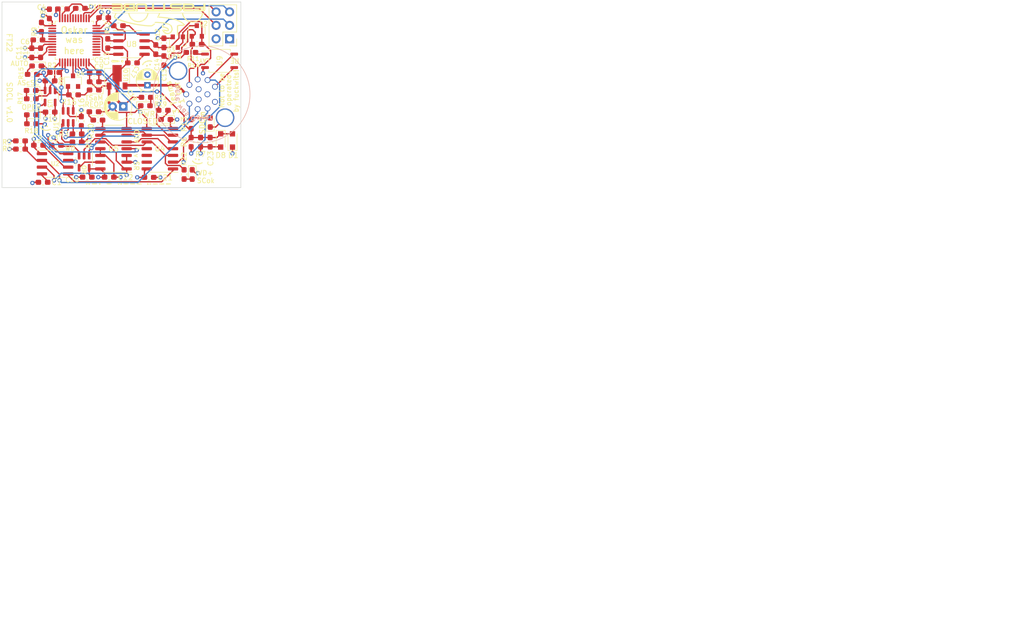
<source format=kicad_pcb>
(kicad_pcb (version 20171130) (host pcbnew 5.1.6)

  (general
    (thickness 1.6)
    (drawings 41)
    (tracks 628)
    (zones 0)
    (modules 77)
    (nets 76)
  )

  (page A4)
  (layers
    (0 F.Cu signal)
    (1 3V3.Cu power hide)
    (2 GND.Cu power hide)
    (31 B.Cu signal)
    (33 F.Adhes user)
    (35 F.Paste user)
    (37 F.SilkS user)
    (39 F.Mask user)
    (40 Dwgs.User user)
    (41 Cmts.User user)
    (42 Eco1.User user)
    (43 Eco2.User user)
    (44 Edge.Cuts user)
    (45 Margin user)
    (46 B.CrtYd user)
    (47 F.CrtYd user)
    (49 F.Fab user hide)
  )

  (setup
    (last_trace_width 0.25)
    (user_trace_width 0.5)
    (user_trace_width 1)
    (trace_clearance 0.2)
    (zone_clearance 0.33)
    (zone_45_only no)
    (trace_min 0.2)
    (via_size 0.8)
    (via_drill 0.4)
    (via_min_size 0.4)
    (via_min_drill 0.3)
    (uvia_size 0.3)
    (uvia_drill 0.1)
    (uvias_allowed no)
    (uvia_min_size 0.2)
    (uvia_min_drill 0.1)
    (edge_width 0.1)
    (segment_width 0.2)
    (pcb_text_width 0.3)
    (pcb_text_size 1.5 1.5)
    (mod_edge_width 0.15)
    (mod_text_size 1 1)
    (mod_text_width 0.15)
    (pad_size 4.5 4.5)
    (pad_drill 3)
    (pad_to_mask_clearance 0)
    (aux_axis_origin 0 0)
    (visible_elements FFFFFF7F)
    (pcbplotparams
      (layerselection 0x010fc_ffffffff)
      (usegerberextensions false)
      (usegerberattributes true)
      (usegerberadvancedattributes true)
      (creategerberjobfile true)
      (excludeedgelayer true)
      (linewidth 0.100000)
      (plotframeref false)
      (viasonmask false)
      (mode 1)
      (useauxorigin false)
      (hpglpennumber 1)
      (hpglpenspeed 20)
      (hpglpendiameter 15.000000)
      (psnegative false)
      (psa4output false)
      (plotreference true)
      (plotvalue true)
      (plotinvisibletext false)
      (padsonsilk false)
      (subtractmaskfromsilk false)
      (outputformat 1)
      (mirror false)
      (drillshape 1)
      (scaleselection 1)
      (outputdirectory ""))
  )

  (net 0 "")
  (net 1 GND)
  (net 2 +3V3)
  (net 3 NRST)
  (net 4 CAN_H)
  (net 5 CAN_L)
  (net 6 +12V)
  (net 7 SDC_in_3V3)
  (net 8 "Net-(D2-Pad3)")
  (net 9 TS_activate_MUXed)
  (net 10 TRACESWO)
  (net 11 SWDIO)
  (net 12 SWCLK)
  (net 13 ~SDC_reset~)
  (net 14 TS_activate_ext)
  (net 15 TS_activate_dash)
  (net 16 SDC_in)
  (net 17 SDC_out)
  (net 18 To_SDC_relais)
  (net 19 AS_driving_mode)
  (net 20 AS_close_SDC)
  (net 21 "Net-(R12-Pad1)")
  (net 22 Watchdog)
  (net 23 SDC_is_ready)
  (net 24 "Net-(U7-Pad46)")
  (net 25 "Net-(U7-Pad45)")
  (net 26 "Net-(U7-Pad43)")
  (net 27 "Net-(U7-Pad42)")
  (net 28 "Net-(U7-Pad41)")
  (net 29 "Net-(U7-Pad40)")
  (net 30 "Net-(U7-Pad38)")
  (net 31 CAN_TX)
  (net 32 CAN_RX)
  (net 33 "Net-(U7-Pad31)")
  (net 34 "Net-(U7-Pad30)")
  (net 35 "Net-(U7-Pad29)")
  (net 36 "Net-(U7-Pad28)")
  (net 37 "Net-(U7-Pad27)")
  (net 38 "Net-(U7-Pad26)")
  (net 39 "Net-(U7-Pad25)")
  (net 40 "Net-(U7-Pad22)")
  (net 41 "Net-(U7-Pad21)")
  (net 42 "Net-(U7-Pad17)")
  (net 43 "Net-(U7-Pad16)")
  (net 44 "Net-(U7-Pad12)")
  (net 45 "Net-(U7-Pad11)")
  (net 46 "Net-(U7-Pad10)")
  (net 47 "Net-(U7-Pad6)")
  (net 48 "Net-(U7-Pad5)")
  (net 49 "Net-(U7-Pad4)")
  (net 50 "Net-(U7-Pad3)")
  (net 51 "Net-(U7-Pad2)")
  (net 52 "Net-(R14-Pad2)")
  (net 53 "Net-(R10-Pad1)")
  (net 54 "Net-(D5-Pad2)")
  (net 55 "Net-(D6-Pad2)")
  (net 56 "Net-(D7-Pad2)")
  (net 57 "Net-(D9-Pad2)")
  (net 58 "Net-(D10-Pad2)")
  (net 59 "Net-(D11-Pad2)")
  (net 60 "Net-(D12-Pad2)")
  (net 61 "Net-(D13-Pad2)")
  (net 62 "/Non-Programmable Logic/~WDO~")
  (net 63 "/Non-Programmable Logic/RP")
  (net 64 "/Non-Programmable Logic/WP")
  (net 65 "/Non-Programmable Logic/correct_button_pressed")
  (net 66 "/Non-Programmable Logic/close_while_allowed")
  (net 67 "/Non-Programmable Logic/reopened")
  (net 68 "/Non-Programmable Logic/~reset_all~")
  (net 69 "/Non-Programmable Logic/closing_allowed")
  (net 70 "/Non-Programmable Logic/~reopen~")
  (net 71 "/Non-Programmable Logic/WD_and_SDCin_ok")
  (net 72 "/Non-Programmable Logic/~try_close~")
  (net 73 "/Non-Programmable Logic/still_initial_open")
  (net 74 "Net-(R!1-Pad2)")
  (net 75 "Net-(D14-Pad2)")

  (net_class Default "This is the default net class."
    (clearance 0.2)
    (trace_width 0.25)
    (via_dia 0.8)
    (via_drill 0.4)
    (uvia_dia 0.3)
    (uvia_drill 0.1)
    (add_net +12V)
    (add_net +3V3)
    (add_net "/Non-Programmable Logic/RP")
    (add_net "/Non-Programmable Logic/WD_and_SDCin_ok")
    (add_net "/Non-Programmable Logic/WP")
    (add_net "/Non-Programmable Logic/close_while_allowed")
    (add_net "/Non-Programmable Logic/closing_allowed")
    (add_net "/Non-Programmable Logic/correct_button_pressed")
    (add_net "/Non-Programmable Logic/reopened")
    (add_net "/Non-Programmable Logic/still_initial_open")
    (add_net "/Non-Programmable Logic/~WDO~")
    (add_net "/Non-Programmable Logic/~reopen~")
    (add_net "/Non-Programmable Logic/~reset_all~")
    (add_net "/Non-Programmable Logic/~try_close~")
    (add_net AS_close_SDC)
    (add_net AS_driving_mode)
    (add_net CAN_H)
    (add_net CAN_L)
    (add_net CAN_RX)
    (add_net CAN_TX)
    (add_net GND)
    (add_net NRST)
    (add_net "Net-(D10-Pad2)")
    (add_net "Net-(D11-Pad2)")
    (add_net "Net-(D12-Pad2)")
    (add_net "Net-(D13-Pad2)")
    (add_net "Net-(D14-Pad2)")
    (add_net "Net-(D2-Pad3)")
    (add_net "Net-(D5-Pad2)")
    (add_net "Net-(D6-Pad2)")
    (add_net "Net-(D7-Pad2)")
    (add_net "Net-(D9-Pad2)")
    (add_net "Net-(R!1-Pad2)")
    (add_net "Net-(R10-Pad1)")
    (add_net "Net-(R12-Pad1)")
    (add_net "Net-(R14-Pad2)")
    (add_net "Net-(U7-Pad10)")
    (add_net "Net-(U7-Pad11)")
    (add_net "Net-(U7-Pad12)")
    (add_net "Net-(U7-Pad16)")
    (add_net "Net-(U7-Pad17)")
    (add_net "Net-(U7-Pad2)")
    (add_net "Net-(U7-Pad21)")
    (add_net "Net-(U7-Pad22)")
    (add_net "Net-(U7-Pad25)")
    (add_net "Net-(U7-Pad26)")
    (add_net "Net-(U7-Pad27)")
    (add_net "Net-(U7-Pad28)")
    (add_net "Net-(U7-Pad29)")
    (add_net "Net-(U7-Pad3)")
    (add_net "Net-(U7-Pad30)")
    (add_net "Net-(U7-Pad31)")
    (add_net "Net-(U7-Pad38)")
    (add_net "Net-(U7-Pad4)")
    (add_net "Net-(U7-Pad40)")
    (add_net "Net-(U7-Pad41)")
    (add_net "Net-(U7-Pad42)")
    (add_net "Net-(U7-Pad43)")
    (add_net "Net-(U7-Pad45)")
    (add_net "Net-(U7-Pad46)")
    (add_net "Net-(U7-Pad5)")
    (add_net "Net-(U7-Pad6)")
    (add_net SDC_in)
    (add_net SDC_in_3V3)
    (add_net SDC_is_ready)
    (add_net SDC_out)
    (add_net SWCLK)
    (add_net SWDIO)
    (add_net TRACESWO)
    (add_net TS_activate_MUXed)
    (add_net TS_activate_dash)
    (add_net TS_activate_ext)
    (add_net To_SDC_relais)
    (add_net Watchdog)
    (add_net ~SDC_reset~)
  )

  (module Resistor_SMD:R_0603_1608Metric_Pad1.05x0.95mm_HandSolder (layer F.Cu) (tedit 5B301BBD) (tstamp 61C2C37E)
    (at 173.630378 91.014938 270)
    (descr "Resistor SMD 0603 (1608 Metric), square (rectangular) end terminal, IPC_7351 nominal with elongated pad for handsoldering. (Body size source: http://www.tortai-tech.com/upload/download/2011102023233369053.pdf), generated with kicad-footprint-generator")
    (tags "resistor handsolder")
    (path /61A897B7/61D457CF)
    (attr smd)
    (fp_text reference R13 (at 0.019967 1.326966 270) (layer F.SilkS)
      (effects (font (size 1 1) (thickness 0.15)))
    )
    (fp_text value 510 (at 0 1.43 90) (layer F.Fab)
      (effects (font (size 1 1) (thickness 0.15)))
    )
    (fp_text user %R (at 0 0 90) (layer F.Fab)
      (effects (font (size 0.4 0.4) (thickness 0.06)))
    )
    (fp_line (start -0.8 0.4) (end -0.8 -0.4) (layer F.Fab) (width 0.1))
    (fp_line (start -0.8 -0.4) (end 0.8 -0.4) (layer F.Fab) (width 0.1))
    (fp_line (start 0.8 -0.4) (end 0.8 0.4) (layer F.Fab) (width 0.1))
    (fp_line (start 0.8 0.4) (end -0.8 0.4) (layer F.Fab) (width 0.1))
    (fp_line (start -0.171267 -0.51) (end 0.171267 -0.51) (layer F.SilkS) (width 0.12))
    (fp_line (start -0.171267 0.51) (end 0.171267 0.51) (layer F.SilkS) (width 0.12))
    (fp_line (start -1.65 0.73) (end -1.65 -0.73) (layer F.CrtYd) (width 0.05))
    (fp_line (start -1.65 -0.73) (end 1.65 -0.73) (layer F.CrtYd) (width 0.05))
    (fp_line (start 1.65 -0.73) (end 1.65 0.73) (layer F.CrtYd) (width 0.05))
    (fp_line (start 1.65 0.73) (end -1.65 0.73) (layer F.CrtYd) (width 0.05))
    (pad 2 smd roundrect (at 0.875 0 270) (size 1.05 0.95) (layers F.Cu F.Paste F.Mask) (roundrect_rratio 0.25)
      (net 7 SDC_in_3V3))
    (pad 1 smd roundrect (at -0.875 0 270) (size 1.05 0.95) (layers F.Cu F.Paste F.Mask) (roundrect_rratio 0.25)
      (net 75 "Net-(D14-Pad2)"))
    (model ${KISYS3DMOD}/Resistor_SMD.3dshapes/R_0603_1608Metric.wrl
      (at (xyz 0 0 0))
      (scale (xyz 1 1 1))
      (rotate (xyz 0 0 0))
    )
  )

  (module Diode_SMD:D_0603_1608Metric_Pad1.05x0.95mm_HandSolder (layer F.Cu) (tedit 5B4B45C8) (tstamp 61C2C15D)
    (at 177.233875 90.7 90)
    (descr "Diode SMD 0603 (1608 Metric), square (rectangular) end terminal, IPC_7351 nominal, (Body size source: http://www.tortai-tech.com/upload/download/2011102023233369053.pdf), generated with kicad-footprint-generator")
    (tags "diode handsolder")
    (path /61A897B7/61D457C3)
    (attr smd)
    (fp_text reference D14 (at 0 -1.43 90) (layer F.SilkS) hide
      (effects (font (size 1 1) (thickness 0.15)))
    )
    (fp_text value "Green LED" (at 0 1.43 90) (layer F.Fab)
      (effects (font (size 1 1) (thickness 0.15)))
    )
    (fp_text user %R (at 0 0 90) (layer F.Fab)
      (effects (font (size 0.4 0.4) (thickness 0.06)))
    )
    (fp_line (start 0.8 -0.4) (end -0.5 -0.4) (layer F.Fab) (width 0.1))
    (fp_line (start -0.5 -0.4) (end -0.8 -0.1) (layer F.Fab) (width 0.1))
    (fp_line (start -0.8 -0.1) (end -0.8 0.4) (layer F.Fab) (width 0.1))
    (fp_line (start -0.8 0.4) (end 0.8 0.4) (layer F.Fab) (width 0.1))
    (fp_line (start 0.8 0.4) (end 0.8 -0.4) (layer F.Fab) (width 0.1))
    (fp_line (start 0.8 -0.735) (end -1.66 -0.735) (layer F.SilkS) (width 0.12))
    (fp_line (start -1.66 -0.735) (end -1.66 0.735) (layer F.SilkS) (width 0.12))
    (fp_line (start -1.66 0.735) (end 0.8 0.735) (layer F.SilkS) (width 0.12))
    (fp_line (start -1.65 0.73) (end -1.65 -0.73) (layer F.CrtYd) (width 0.05))
    (fp_line (start -1.65 -0.73) (end 1.65 -0.73) (layer F.CrtYd) (width 0.05))
    (fp_line (start 1.65 -0.73) (end 1.65 0.73) (layer F.CrtYd) (width 0.05))
    (fp_line (start 1.65 0.73) (end -1.65 0.73) (layer F.CrtYd) (width 0.05))
    (pad 2 smd roundrect (at 0.875 0 90) (size 1.05 0.95) (layers F.Cu F.Paste F.Mask) (roundrect_rratio 0.25)
      (net 75 "Net-(D14-Pad2)"))
    (pad 1 smd roundrect (at -0.875 0 90) (size 1.05 0.95) (layers F.Cu F.Paste F.Mask) (roundrect_rratio 0.25)
      (net 1 GND))
    (model ${KISYS3DMOD}/Diode_SMD.3dshapes/D_0603_1608Metric.wrl
      (at (xyz 0 0 0))
      (scale (xyz 1 1 1))
      (rotate (xyz 0 0 0))
    )
  )

  (module Capacitor_SMD:C_0603_1608Metric_Pad1.05x0.95mm_HandSolder (layer F.Cu) (tedit 5B301BBE) (tstamp 61B54D9E)
    (at 166.973269 76.969802 270)
    (descr "Capacitor SMD 0603 (1608 Metric), square (rectangular) end terminal, IPC_7351 nominal with elongated pad for handsoldering. (Body size source: http://www.tortai-tech.com/upload/download/2011102023233369053.pdf), generated with kicad-footprint-generator")
    (tags "capacitor handsolder")
    (path /61BCE4F2/61B519E1)
    (attr smd)
    (fp_text reference C14 (at 2.828219 -0.215893 90) (layer F.SilkS)
      (effects (font (size 0.8 0.8) (thickness 0.15)))
    )
    (fp_text value 220p (at 0 1.43 90) (layer F.Fab)
      (effects (font (size 1 1) (thickness 0.15)))
    )
    (fp_line (start -0.8 0.4) (end -0.8 -0.4) (layer F.Fab) (width 0.1))
    (fp_line (start -0.8 -0.4) (end 0.8 -0.4) (layer F.Fab) (width 0.1))
    (fp_line (start 0.8 -0.4) (end 0.8 0.4) (layer F.Fab) (width 0.1))
    (fp_line (start 0.8 0.4) (end -0.8 0.4) (layer F.Fab) (width 0.1))
    (fp_line (start -0.171267 -0.51) (end 0.171267 -0.51) (layer F.SilkS) (width 0.12))
    (fp_line (start -0.171267 0.51) (end 0.171267 0.51) (layer F.SilkS) (width 0.12))
    (fp_line (start -1.65 0.73) (end -1.65 -0.73) (layer F.CrtYd) (width 0.05))
    (fp_line (start -1.65 -0.73) (end 1.65 -0.73) (layer F.CrtYd) (width 0.05))
    (fp_line (start 1.65 -0.73) (end 1.65 0.73) (layer F.CrtYd) (width 0.05))
    (fp_line (start 1.65 0.73) (end -1.65 0.73) (layer F.CrtYd) (width 0.05))
    (fp_text user %R (at 0 0 90) (layer F.Fab)
      (effects (font (size 0.4 0.4) (thickness 0.06)))
    )
    (pad 2 smd roundrect (at 0.875 0 270) (size 1.05 0.95) (layers F.Cu F.Paste F.Mask) (roundrect_rratio 0.25)
      (net 5 CAN_L))
    (pad 1 smd roundrect (at -0.875 0 270) (size 1.05 0.95) (layers F.Cu F.Paste F.Mask) (roundrect_rratio 0.25)
      (net 4 CAN_H))
    (model ${KISYS3DMOD}/Capacitor_SMD.3dshapes/C_0603_1608Metric.wrl
      (at (xyz 0 0 0))
      (scale (xyz 1 1 1))
      (rotate (xyz 0 0 0))
    )
  )

  (module MountingHole:MountingHole_3.2mm_M3 (layer B.Cu) (tedit 56D1B4CB) (tstamp 61BF54AF)
    (at 141.1 99.9)
    (descr "Mounting Hole 3.2mm, no annular, M3")
    (tags "mounting hole 3.2mm no annular m3")
    (path /61BBA8EA/61BD2D0B)
    (attr virtual)
    (fp_text reference H3 (at -3.6 -3.3) (layer B.SilkS) hide
      (effects (font (size 1 1) (thickness 0.15)) (justify mirror))
    )
    (fp_text value MountingHole (at 0 -4.2) (layer B.Fab)
      (effects (font (size 1 1) (thickness 0.15)) (justify mirror))
    )
    (fp_text user %R (at 0.3 0) (layer B.Fab)
      (effects (font (size 1 1) (thickness 0.15)) (justify mirror))
    )
    (fp_circle (center 0 0) (end 3.2 0) (layer Cmts.User) (width 0.15))
    (fp_circle (center 0 0) (end 3.45 0) (layer B.CrtYd) (width 0.05))
    (pad 1 np_thru_hole circle (at 0 0) (size 3.2 3.2) (drill 3.2) (layers *.Cu *.Mask))
  )

  (module MountingHole:MountingHole_3.2mm_M3 (layer B.Cu) (tedit 56D1B4CB) (tstamp 61BEE490)
    (at 179.9 99.9)
    (descr "Mounting Hole 3.2mm, no annular, M3")
    (tags "mounting hole 3.2mm no annular m3")
    (path /61BBA8EA/61BD2B10)
    (attr virtual)
    (fp_text reference H2 (at 0 4.2) (layer B.SilkS) hide
      (effects (font (size 1 1) (thickness 0.15)) (justify mirror))
    )
    (fp_text value MountingHole (at 0 -4.2) (layer B.Fab)
      (effects (font (size 1 1) (thickness 0.15)) (justify mirror))
    )
    (fp_text user %R (at 0.3 0) (layer B.Fab)
      (effects (font (size 1 1) (thickness 0.15)) (justify mirror))
    )
    (fp_circle (center 0 0) (end 3.2 0) (layer Cmts.User) (width 0.15))
    (fp_circle (center 0 0) (end 3.45 0) (layer B.CrtYd) (width 0.05))
    (pad 1 np_thru_hole circle (at 0 0) (size 3.2 3.2) (drill 3.2) (layers *.Cu *.Mask))
  )

  (module MountingHole:MountingHole_3.2mm_M3 (layer B.Cu) (tedit 56D1B4CB) (tstamp 61BEE488)
    (at 141.1 71.1)
    (descr "Mounting Hole 3.2mm, no annular, M3")
    (tags "mounting hole 3.2mm no annular m3")
    (path /61BBA8EA/61BD2819)
    (attr virtual)
    (fp_text reference H1 (at 0 4.2) (layer B.SilkS) hide
      (effects (font (size 1 1) (thickness 0.15)) (justify mirror))
    )
    (fp_text value MountingHole (at 0 -4.2) (layer B.Fab)
      (effects (font (size 1 1) (thickness 0.15)) (justify mirror))
    )
    (fp_text user %R (at 0.3 0) (layer B.Fab)
      (effects (font (size 1 1) (thickness 0.15)) (justify mirror))
    )
    (fp_circle (center 0 0) (end 3.2 0) (layer Cmts.User) (width 0.15))
    (fp_circle (center 0 0) (end 3.45 0) (layer B.CrtYd) (width 0.05))
    (pad 1 np_thru_hole circle (at 0 0) (size 3.2 3.2) (drill 3.2) (layers *.Cu *.Mask))
  )

  (module Custom:Binder_M12-A_12P_Female (layer B.Cu) (tedit 61BE3F5F) (tstamp 61C02DD4)
    (at 175.6 85.4 90)
    (path /61BBA8EA/61CD6444)
    (fp_text reference J2 (at 0 10.045 90) (layer B.SilkS) hide
      (effects (font (size 1 1) (thickness 0.15)) (justify mirror))
    )
    (fp_text value Binder-M12-12P (at 0 -10.045 90) (layer B.Fab) hide
      (effects (font (size 1 1) (thickness 0.15)) (justify mirror))
    )
    (fp_arc (start 0 3.7) (end -0.6 3.7) (angle 180) (layer B.Fab) (width 0.12))
    (fp_circle (center 0 0) (end 0 -9) (layer B.Fab) (width 0.1))
    (fp_circle (center 0 0) (end 0 -9.12) (layer B.SilkS) (width 0.12))
    (fp_circle (center 0 0) (end 0 -9.37) (layer B.CrtYd) (width 0.05))
    (fp_circle (center 0 0.1) (end 0 4.2) (layer B.Fab) (width 0.12))
    (fp_line (start 0.6 3.7) (end 0.6 4.1) (layer B.Fab) (width 0.12))
    (fp_line (start -0.6 3.7) (end -0.6 4.1) (layer B.Fab) (width 0.12))
    (pad M2 thru_hole circle (at 4.419 -4.419 90) (size 3.5 3.5) (drill 3) (layers *.Cu *.Mask)
      (net 1 GND))
    (pad M1 thru_hole circle (at -4.419 4.419 90) (size 3.5 3.5) (drill 3) (layers *.Cu *.Mask)
      (net 1 GND))
    (pad 9 thru_hole circle (at -2.672 1.127 90) (size 1.1 1.1) (drill 0.8) (layers *.Cu *.Mask)
      (net 13 ~SDC_reset~))
    (pad 8 thru_hole circle (at -2.804 -0.738 90) (size 1.1 1.1) (drill 0.8) (layers *.Cu *.Mask)
      (net 15 TS_activate_dash))
    (pad 7 thru_hole circle (at -1.77 -2.297 90) (size 1.1 1.1) (drill 0.8) (layers *.Cu *.Mask)
      (net 14 TS_activate_ext))
    (pad 6 thru_hole circle (at 0 -2.9 90) (size 1.1 1.1) (drill 0.8) (layers *.Cu *.Mask)
      (net 6 +12V))
    (pad 5 thru_hole circle (at 1.77 -2.297 90) (size 1.1 1.1) (drill 0.8) (layers *.Cu *.Mask)
      (net 5 CAN_L))
    (pad 4 thru_hole circle (at 2.804 -0.738 90) (size 1.1 1.1) (drill 0.8) (layers *.Cu *.Mask)
      (net 4 CAN_H))
    (pad 3 thru_hole circle (at 2.672 1.127 90) (size 1.1 1.1) (drill 0.8) (layers *.Cu *.Mask)
      (net 16 SDC_in))
    (pad 2 thru_hole circle (at 1.428 2.524 90) (size 1.1 1.1) (drill 0.8) (layers *.Cu *.Mask)
      (net 17 SDC_out))
    (pad 1 thru_hole circle (at -1.428 2.524 90) (size 1.1 1.1) (drill 0.8) (layers *.Cu *.Mask)
      (net 1 GND))
    (pad 12 thru_hole circle (at -0.952627 -0.55 90) (size 1.1 1.1) (drill 0.8) (layers *.Cu *.Mask)
      (net 1 GND))
    (pad 11 thru_hole circle (at 0.952627 -0.549999 90) (size 1.1 1.1) (drill 0.8) (layers *.Cu *.Mask)
      (net 2 +3V3))
    (pad 10 thru_hole circle (at 0 1.1 90) (size 1.1 1.1) (drill 0.8) (layers *.Cu *.Mask)
      (net 2 +3V3))
    (model ${KIPRJMOD}/packages3d/Binder.3dshapes/Binder_M12-A_12P_Female_86_0532_1120.stp
      (offset (xyz 0 0 23))
      (scale (xyz 1 1 1))
      (rotate (xyz 0 -90 90))
    )
  )

  (module Capacitor_THT:CP_Radial_D4.0mm_P2.00mm (layer F.Cu) (tedit 5AE50EF0) (tstamp 61B54E1B)
    (at 165.4 83.7 90)
    (descr "CP, Radial series, Radial, pin pitch=2.00mm, , diameter=4mm, Electrolytic Capacitor")
    (tags "CP Radial series Radial pin pitch 2.00mm  diameter 4mm Electrolytic Capacitor")
    (path /61B4E8CF/61B46489)
    (fp_text reference C17 (at 2.551694 -2.41054 240 unlocked) (layer F.SilkS)
      (effects (font (size 0.8 0.8) (thickness 0.15)))
    )
    (fp_text value 10uF_25V (at 1 3.25 90) (layer F.Fab)
      (effects (font (size 1 1) (thickness 0.15)))
    )
    (fp_circle (center 1 0) (end 3 0) (layer F.Fab) (width 0.1))
    (fp_circle (center 1 0) (end 3.12 0) (layer F.SilkS) (width 0.12))
    (fp_circle (center 1 0) (end 3.25 0) (layer F.CrtYd) (width 0.05))
    (fp_line (start -0.702554 -0.8675) (end -0.302554 -0.8675) (layer F.Fab) (width 0.1))
    (fp_line (start -0.502554 -1.0675) (end -0.502554 -0.6675) (layer F.Fab) (width 0.1))
    (fp_line (start 1 -2.08) (end 1 2.08) (layer F.SilkS) (width 0.12))
    (fp_line (start 1.04 -2.08) (end 1.04 2.08) (layer F.SilkS) (width 0.12))
    (fp_line (start 1.08 -2.079) (end 1.08 2.079) (layer F.SilkS) (width 0.12))
    (fp_line (start 1.12 -2.077) (end 1.12 2.077) (layer F.SilkS) (width 0.12))
    (fp_line (start 1.16 -2.074) (end 1.16 2.074) (layer F.SilkS) (width 0.12))
    (fp_line (start 1.2 -2.071) (end 1.2 -0.84) (layer F.SilkS) (width 0.12))
    (fp_line (start 1.2 0.84) (end 1.2 2.071) (layer F.SilkS) (width 0.12))
    (fp_line (start 1.24 -2.067) (end 1.24 -0.84) (layer F.SilkS) (width 0.12))
    (fp_line (start 1.24 0.84) (end 1.24 2.067) (layer F.SilkS) (width 0.12))
    (fp_line (start 1.28 -2.062) (end 1.28 -0.84) (layer F.SilkS) (width 0.12))
    (fp_line (start 1.28 0.84) (end 1.28 2.062) (layer F.SilkS) (width 0.12))
    (fp_line (start 1.32 -2.056) (end 1.32 -0.84) (layer F.SilkS) (width 0.12))
    (fp_line (start 1.32 0.84) (end 1.32 2.056) (layer F.SilkS) (width 0.12))
    (fp_line (start 1.36 -2.05) (end 1.36 -0.84) (layer F.SilkS) (width 0.12))
    (fp_line (start 1.36 0.84) (end 1.36 2.05) (layer F.SilkS) (width 0.12))
    (fp_line (start 1.4 -2.042) (end 1.4 -0.84) (layer F.SilkS) (width 0.12))
    (fp_line (start 1.4 0.84) (end 1.4 2.042) (layer F.SilkS) (width 0.12))
    (fp_line (start 1.44 -2.034) (end 1.44 -0.84) (layer F.SilkS) (width 0.12))
    (fp_line (start 1.44 0.84) (end 1.44 2.034) (layer F.SilkS) (width 0.12))
    (fp_line (start 1.48 -2.025) (end 1.48 -0.84) (layer F.SilkS) (width 0.12))
    (fp_line (start 1.48 0.84) (end 1.48 2.025) (layer F.SilkS) (width 0.12))
    (fp_line (start 1.52 -2.016) (end 1.52 -0.84) (layer F.SilkS) (width 0.12))
    (fp_line (start 1.52 0.84) (end 1.52 2.016) (layer F.SilkS) (width 0.12))
    (fp_line (start 1.56 -2.005) (end 1.56 -0.84) (layer F.SilkS) (width 0.12))
    (fp_line (start 1.56 0.84) (end 1.56 2.005) (layer F.SilkS) (width 0.12))
    (fp_line (start 1.6 -1.994) (end 1.6 -0.84) (layer F.SilkS) (width 0.12))
    (fp_line (start 1.6 0.84) (end 1.6 1.994) (layer F.SilkS) (width 0.12))
    (fp_line (start 1.64 -1.982) (end 1.64 -0.84) (layer F.SilkS) (width 0.12))
    (fp_line (start 1.64 0.84) (end 1.64 1.982) (layer F.SilkS) (width 0.12))
    (fp_line (start 1.68 -1.968) (end 1.68 -0.84) (layer F.SilkS) (width 0.12))
    (fp_line (start 1.68 0.84) (end 1.68 1.968) (layer F.SilkS) (width 0.12))
    (fp_line (start 1.721 -1.954) (end 1.721 -0.84) (layer F.SilkS) (width 0.12))
    (fp_line (start 1.721 0.84) (end 1.721 1.954) (layer F.SilkS) (width 0.12))
    (fp_line (start 1.761 -1.94) (end 1.761 -0.84) (layer F.SilkS) (width 0.12))
    (fp_line (start 1.761 0.84) (end 1.761 1.94) (layer F.SilkS) (width 0.12))
    (fp_line (start 1.801 -1.924) (end 1.801 -0.84) (layer F.SilkS) (width 0.12))
    (fp_line (start 1.801 0.84) (end 1.801 1.924) (layer F.SilkS) (width 0.12))
    (fp_line (start 1.841 -1.907) (end 1.841 -0.84) (layer F.SilkS) (width 0.12))
    (fp_line (start 1.841 0.84) (end 1.841 1.907) (layer F.SilkS) (width 0.12))
    (fp_line (start 1.881 -1.889) (end 1.881 -0.84) (layer F.SilkS) (width 0.12))
    (fp_line (start 1.881 0.84) (end 1.881 1.889) (layer F.SilkS) (width 0.12))
    (fp_line (start 1.921 -1.87) (end 1.921 -0.84) (layer F.SilkS) (width 0.12))
    (fp_line (start 1.921 0.84) (end 1.921 1.87) (layer F.SilkS) (width 0.12))
    (fp_line (start 1.961 -1.851) (end 1.961 -0.84) (layer F.SilkS) (width 0.12))
    (fp_line (start 1.961 0.84) (end 1.961 1.851) (layer F.SilkS) (width 0.12))
    (fp_line (start 2.001 -1.83) (end 2.001 -0.84) (layer F.SilkS) (width 0.12))
    (fp_line (start 2.001 0.84) (end 2.001 1.83) (layer F.SilkS) (width 0.12))
    (fp_line (start 2.041 -1.808) (end 2.041 -0.84) (layer F.SilkS) (width 0.12))
    (fp_line (start 2.041 0.84) (end 2.041 1.808) (layer F.SilkS) (width 0.12))
    (fp_line (start 2.081 -1.785) (end 2.081 -0.84) (layer F.SilkS) (width 0.12))
    (fp_line (start 2.081 0.84) (end 2.081 1.785) (layer F.SilkS) (width 0.12))
    (fp_line (start 2.121 -1.76) (end 2.121 -0.84) (layer F.SilkS) (width 0.12))
    (fp_line (start 2.121 0.84) (end 2.121 1.76) (layer F.SilkS) (width 0.12))
    (fp_line (start 2.161 -1.735) (end 2.161 -0.84) (layer F.SilkS) (width 0.12))
    (fp_line (start 2.161 0.84) (end 2.161 1.735) (layer F.SilkS) (width 0.12))
    (fp_line (start 2.201 -1.708) (end 2.201 -0.84) (layer F.SilkS) (width 0.12))
    (fp_line (start 2.201 0.84) (end 2.201 1.708) (layer F.SilkS) (width 0.12))
    (fp_line (start 2.241 -1.68) (end 2.241 -0.84) (layer F.SilkS) (width 0.12))
    (fp_line (start 2.241 0.84) (end 2.241 1.68) (layer F.SilkS) (width 0.12))
    (fp_line (start 2.281 -1.65) (end 2.281 -0.84) (layer F.SilkS) (width 0.12))
    (fp_line (start 2.281 0.84) (end 2.281 1.65) (layer F.SilkS) (width 0.12))
    (fp_line (start 2.321 -1.619) (end 2.321 -0.84) (layer F.SilkS) (width 0.12))
    (fp_line (start 2.321 0.84) (end 2.321 1.619) (layer F.SilkS) (width 0.12))
    (fp_line (start 2.361 -1.587) (end 2.361 -0.84) (layer F.SilkS) (width 0.12))
    (fp_line (start 2.361 0.84) (end 2.361 1.587) (layer F.SilkS) (width 0.12))
    (fp_line (start 2.401 -1.552) (end 2.401 -0.84) (layer F.SilkS) (width 0.12))
    (fp_line (start 2.401 0.84) (end 2.401 1.552) (layer F.SilkS) (width 0.12))
    (fp_line (start 2.441 -1.516) (end 2.441 -0.84) (layer F.SilkS) (width 0.12))
    (fp_line (start 2.441 0.84) (end 2.441 1.516) (layer F.SilkS) (width 0.12))
    (fp_line (start 2.481 -1.478) (end 2.481 -0.84) (layer F.SilkS) (width 0.12))
    (fp_line (start 2.481 0.84) (end 2.481 1.478) (layer F.SilkS) (width 0.12))
    (fp_line (start 2.521 -1.438) (end 2.521 -0.84) (layer F.SilkS) (width 0.12))
    (fp_line (start 2.521 0.84) (end 2.521 1.438) (layer F.SilkS) (width 0.12))
    (fp_line (start 2.561 -1.396) (end 2.561 -0.84) (layer F.SilkS) (width 0.12))
    (fp_line (start 2.561 0.84) (end 2.561 1.396) (layer F.SilkS) (width 0.12))
    (fp_line (start 2.601 -1.351) (end 2.601 -0.84) (layer F.SilkS) (width 0.12))
    (fp_line (start 2.601 0.84) (end 2.601 1.351) (layer F.SilkS) (width 0.12))
    (fp_line (start 2.641 -1.304) (end 2.641 -0.84) (layer F.SilkS) (width 0.12))
    (fp_line (start 2.641 0.84) (end 2.641 1.304) (layer F.SilkS) (width 0.12))
    (fp_line (start 2.681 -1.254) (end 2.681 -0.84) (layer F.SilkS) (width 0.12))
    (fp_line (start 2.681 0.84) (end 2.681 1.254) (layer F.SilkS) (width 0.12))
    (fp_line (start 2.721 -1.2) (end 2.721 -0.84) (layer F.SilkS) (width 0.12))
    (fp_line (start 2.721 0.84) (end 2.721 1.2) (layer F.SilkS) (width 0.12))
    (fp_line (start 2.761 -1.142) (end 2.761 -0.84) (layer F.SilkS) (width 0.12))
    (fp_line (start 2.761 0.84) (end 2.761 1.142) (layer F.SilkS) (width 0.12))
    (fp_line (start 2.801 -1.08) (end 2.801 -0.84) (layer F.SilkS) (width 0.12))
    (fp_line (start 2.801 0.84) (end 2.801 1.08) (layer F.SilkS) (width 0.12))
    (fp_line (start 2.841 -1.013) (end 2.841 1.013) (layer F.SilkS) (width 0.12))
    (fp_line (start 2.881 -0.94) (end 2.881 0.94) (layer F.SilkS) (width 0.12))
    (fp_line (start 2.921 -0.859) (end 2.921 0.859) (layer F.SilkS) (width 0.12))
    (fp_line (start 2.961 -0.768) (end 2.961 0.768) (layer F.SilkS) (width 0.12))
    (fp_line (start 3.001 -0.664) (end 3.001 0.664) (layer F.SilkS) (width 0.12))
    (fp_line (start 3.041 -0.537) (end 3.041 0.537) (layer F.SilkS) (width 0.12))
    (fp_line (start 3.081 -0.37) (end 3.081 0.37) (layer F.SilkS) (width 0.12))
    (fp_line (start -1.269801 -1.195) (end -0.869801 -1.195) (layer F.SilkS) (width 0.12))
    (fp_line (start -1.069801 -1.395) (end -1.069801 -0.995) (layer F.SilkS) (width 0.12))
    (fp_text user %R (at 1 0 90) (layer F.Fab)
      (effects (font (size 0.8 0.8) (thickness 0.12)))
    )
    (pad 2 thru_hole circle (at 2 0 90) (size 1.2 1.2) (drill 0.6) (layers *.Cu *.Mask)
      (net 1 GND))
    (pad 1 thru_hole rect (at 0 0 90) (size 1.2 1.2) (drill 0.6) (layers *.Cu *.Mask)
      (net 6 +12V))
    (model ${KISYS3DMOD}/Capacitor_THT.3dshapes/CP_Radial_D4.0mm_P2.00mm.wrl
      (at (xyz 0 0 0))
      (scale (xyz 1 1 1))
      (rotate (xyz 0 0 0))
    )
  )

  (module Custom:SC-74A-5_1.5x2.9mm_P0.95mm (layer F.Cu) (tedit 61BBD969) (tstamp 61B54E3C)
    (at 153.473426 98.115078 270)
    (descr "SC-74, 6 Pin (https://www.nxp.com/docs/en/package-information/SOT457.pdf), generated with kicad-footprint-generator ipc_gullwing_generator.py")
    (tags "SC-74 SO")
    (path /61A897B7/61B3FC7A)
    (attr smd)
    (fp_text reference U6 (at 0.575518 -0.031105 90) (layer F.SilkS) hide
      (effects (font (size 0.9 0.9) (thickness 0.15)))
    )
    (fp_text value MC74HC1G32 (at 0 2.4 90) (layer F.Fab)
      (effects (font (size 1 1) (thickness 0.15)))
    )
    (fp_line (start 0 1.56) (end 0.75 1.56) (layer F.SilkS) (width 0.12))
    (fp_line (start 0 1.56) (end -0.75 1.56) (layer F.SilkS) (width 0.12))
    (fp_line (start 0 -1.56) (end 0.75 -1.56) (layer F.SilkS) (width 0.12))
    (fp_line (start 0 -1.56) (end -1.85 -1.56) (layer F.SilkS) (width 0.12))
    (fp_line (start -0.375 -1.45) (end 0.75 -1.45) (layer F.Fab) (width 0.1))
    (fp_line (start 0.75 -1.45) (end 0.75 1.45) (layer F.Fab) (width 0.1))
    (fp_line (start 0.75 1.45) (end -0.75 1.45) (layer F.Fab) (width 0.1))
    (fp_line (start -0.75 1.45) (end -0.75 -1.075) (layer F.Fab) (width 0.1))
    (fp_line (start -0.75 -1.075) (end -0.375 -1.45) (layer F.Fab) (width 0.1))
    (fp_line (start -2.1 -1.7) (end -2.1 1.7) (layer F.CrtYd) (width 0.05))
    (fp_line (start -2.1 1.7) (end 2.1 1.7) (layer F.CrtYd) (width 0.05))
    (fp_line (start 2.1 1.7) (end 2.1 -1.7) (layer F.CrtYd) (width 0.05))
    (fp_line (start 2.1 -1.7) (end -2.1 -1.7) (layer F.CrtYd) (width 0.05))
    (fp_text user %R (at 0 0 90) (layer F.Fab)
      (effects (font (size 0.38 0.38) (thickness 0.06)))
    )
    (pad 5 smd roundrect (at 1.1375 -0.95 270) (size 1.425 0.5) (layers F.Cu F.Paste F.Mask) (roundrect_rratio 0.25)
      (net 2 +3V3))
    (pad 4 smd roundrect (at 1.1375 0.95 270) (size 1.425 0.5) (layers F.Cu F.Paste F.Mask) (roundrect_rratio 0.25)
      (net 70 "/Non-Programmable Logic/~reopen~"))
    (pad 3 smd roundrect (at -1.1375 0.95 270) (size 1.425 0.5) (layers F.Cu F.Paste F.Mask) (roundrect_rratio 0.25)
      (net 1 GND))
    (pad 2 smd roundrect (at -1.1375 0 270) (size 1.425 0.5) (layers F.Cu F.Paste F.Mask) (roundrect_rratio 0.25)
      (net 71 "/Non-Programmable Logic/WD_and_SDCin_ok"))
    (pad 1 smd roundrect (at -1.1375 -0.95 270) (size 1.425 0.5) (layers F.Cu F.Paste F.Mask) (roundrect_rratio 0.25)
      (net 73 "/Non-Programmable Logic/still_initial_open"))
    (model :SDCL:SC-74.3dshapes/SC-74-5.stp
      (at (xyz 0 0 0))
      (scale (xyz 1 1 1))
      (rotate (xyz 0 0 90))
    )
  )

  (module Custom:SC-74A-5_1.5x2.9mm_P0.95mm (layer F.Cu) (tedit 61BBD969) (tstamp 61B54DA9)
    (at 147.066812 85.812974 270)
    (descr "SC-74, 6 Pin (https://www.nxp.com/docs/en/package-information/SOT457.pdf), generated with kicad-footprint-generator ipc_gullwing_generator.py")
    (tags "SC-74 SO")
    (path /61A897B7/61B3096F)
    (attr smd)
    (fp_text reference U3 (at 1.304199 0.045308 270 unlocked) (layer F.SilkS)
      (effects (font (size 0.8 0.8) (thickness 0.15)))
    )
    (fp_text value MC74HC1G00 (at 0 2.4 90) (layer F.Fab)
      (effects (font (size 1 1) (thickness 0.15)))
    )
    (fp_line (start 0 1.56) (end 0.75 1.56) (layer F.SilkS) (width 0.12))
    (fp_line (start 0 1.56) (end -0.75 1.56) (layer F.SilkS) (width 0.12))
    (fp_line (start 0 -1.56) (end 0.75 -1.56) (layer F.SilkS) (width 0.12))
    (fp_line (start 0 -1.56) (end -1.85 -1.56) (layer F.SilkS) (width 0.12))
    (fp_line (start -0.375 -1.45) (end 0.75 -1.45) (layer F.Fab) (width 0.1))
    (fp_line (start 0.75 -1.45) (end 0.75 1.45) (layer F.Fab) (width 0.1))
    (fp_line (start 0.75 1.45) (end -0.75 1.45) (layer F.Fab) (width 0.1))
    (fp_line (start -0.75 1.45) (end -0.75 -1.075) (layer F.Fab) (width 0.1))
    (fp_line (start -0.75 -1.075) (end -0.375 -1.45) (layer F.Fab) (width 0.1))
    (fp_line (start -2.1 -1.7) (end -2.1 1.7) (layer F.CrtYd) (width 0.05))
    (fp_line (start -2.1 1.7) (end 2.1 1.7) (layer F.CrtYd) (width 0.05))
    (fp_line (start 2.1 1.7) (end 2.1 -1.7) (layer F.CrtYd) (width 0.05))
    (fp_line (start 2.1 -1.7) (end -2.1 -1.7) (layer F.CrtYd) (width 0.05))
    (fp_text user %R (at 0 0 90) (layer F.Fab)
      (effects (font (size 0.38 0.38) (thickness 0.06)))
    )
    (pad 5 smd roundrect (at 1.1375 -0.95 270) (size 1.425 0.5) (layers F.Cu F.Paste F.Mask) (roundrect_rratio 0.25)
      (net 2 +3V3))
    (pad 4 smd roundrect (at 1.1375 0.95 270) (size 1.425 0.5) (layers F.Cu F.Paste F.Mask) (roundrect_rratio 0.25)
      (net 72 "/Non-Programmable Logic/~try_close~"))
    (pad 3 smd roundrect (at -1.1375 0.95 270) (size 1.425 0.5) (layers F.Cu F.Paste F.Mask) (roundrect_rratio 0.25)
      (net 1 GND))
    (pad 2 smd roundrect (at -1.1375 0 270) (size 1.425 0.5) (layers F.Cu F.Paste F.Mask) (roundrect_rratio 0.25)
      (net 20 AS_close_SDC))
    (pad 1 smd roundrect (at -1.1375 -0.95 270) (size 1.425 0.5) (layers F.Cu F.Paste F.Mask) (roundrect_rratio 0.25)
      (net 65 "/Non-Programmable Logic/correct_button_pressed"))
    (model :SDCL:SC-74.3dshapes/SC-74-5.stp
      (at (xyz 0 0 0))
      (scale (xyz 1 1 1))
      (rotate (xyz 0 0 90))
    )
  )

  (module Custom:SC-74-6_1.5x2.9mm_P0.95mm (layer F.Cu) (tedit 61BBD8F1) (tstamp 61B5507C)
    (at 150.468436 89.663424 90)
    (descr "SC-74, 6 Pin (https://www.nxp.com/docs/en/package-information/SOT457.pdf), generated with kicad-footprint-generator ipc_gullwing_generator.py")
    (tags "SC-74 SO")
    (path /61A897B7/61B6A3BA)
    (attr smd)
    (fp_text reference U1 (at -1.796282 -2.267451 270) (layer F.SilkS)
      (effects (font (size 0.9 0.9) (thickness 0.15)))
    )
    (fp_text value NL17SZ157 (at 0 2 270) (layer F.Fab)
      (effects (font (size 1 1) (thickness 0.15)))
    )
    (fp_line (start 0 1.56) (end 0.75 1.56) (layer F.SilkS) (width 0.12))
    (fp_line (start 0 1.56) (end -0.75 1.56) (layer F.SilkS) (width 0.12))
    (fp_line (start 0 -1.56) (end 0.75 -1.56) (layer F.SilkS) (width 0.12))
    (fp_line (start 0 -1.56) (end -1.85 -1.56) (layer F.SilkS) (width 0.12))
    (fp_line (start -0.375 -1.45) (end 0.75 -1.45) (layer F.Fab) (width 0.1))
    (fp_line (start 0.75 -1.45) (end 0.75 1.45) (layer F.Fab) (width 0.1))
    (fp_line (start 0.75 1.45) (end -0.75 1.45) (layer F.Fab) (width 0.1))
    (fp_line (start -0.75 1.45) (end -0.75 -1.075) (layer F.Fab) (width 0.1))
    (fp_line (start -0.75 -1.075) (end -0.375 -1.45) (layer F.Fab) (width 0.1))
    (fp_line (start -2.1 -1.7) (end -2.1 1.7) (layer F.CrtYd) (width 0.05))
    (fp_line (start -2.1 1.7) (end 2.1 1.7) (layer F.CrtYd) (width 0.05))
    (fp_line (start 2.1 1.7) (end 2.1 -1.7) (layer F.CrtYd) (width 0.05))
    (fp_line (start 2.1 -1.7) (end -2.1 -1.7) (layer F.CrtYd) (width 0.05))
    (fp_text user %R (at -0.06 0) (layer F.Fab)
      (effects (font (size 0.5 0.5) (thickness 0.075)))
    )
    (pad 6 smd roundrect (at 1.1375 -0.95 90) (size 1.425 0.5) (layers F.Cu F.Paste F.Mask) (roundrect_rratio 0.25)
      (net 19 AS_driving_mode))
    (pad 5 smd roundrect (at 1.1375 0 90) (size 1.425 0.5) (layers F.Cu F.Paste F.Mask) (roundrect_rratio 0.25)
      (net 2 +3V3))
    (pad 4 smd roundrect (at 1.1375 0.95 90) (size 1.425 0.5) (layers F.Cu F.Paste F.Mask) (roundrect_rratio 0.25)
      (net 65 "/Non-Programmable Logic/correct_button_pressed"))
    (pad 3 smd roundrect (at -1.1375 0.95 90) (size 1.425 0.5) (layers F.Cu F.Paste F.Mask) (roundrect_rratio 0.25)
      (net 15 TS_activate_dash))
    (pad 2 smd roundrect (at -1.1375 0 90) (size 1.425 0.5) (layers F.Cu F.Paste F.Mask) (roundrect_rratio 0.25)
      (net 1 GND))
    (pad 1 smd roundrect (at -1.1375 -0.95 90) (size 1.425 0.5) (layers F.Cu F.Paste F.Mask) (roundrect_rratio 0.25)
      (net 14 TS_activate_ext))
    (model ${KIPRJMOD}/packages3d/SC-74.3dshapes/SC-74-6.stp
      (at (xyz 0 0 0))
      (scale (xyz 1 1 1))
      (rotate (xyz 0 0 90))
    )
  )

  (module Resistor_SMD:R_0603_1608Metric_Pad1.05x0.95mm_HandSolder (layer F.Cu) (tedit 5B301BBD) (tstamp 61BBD3C0)
    (at 162.575854 79.478047)
    (descr "Resistor SMD 0603 (1608 Metric), square (rectangular) end terminal, IPC_7351 nominal with elongated pad for handsoldering. (Body size source: http://www.tortai-tech.com/upload/download/2011102023233369053.pdf), generated with kicad-footprint-generator")
    (tags "resistor handsolder")
    (path /61BCE4F2/61BF7CE9)
    (attr smd)
    (fp_text reference R!1 (at 0 -1.43) (layer F.SilkS) hide
      (effects (font (size 1 1) (thickness 0.15)))
    )
    (fp_text value ∞ (at 0 1.43) (layer F.Fab)
      (effects (font (size 1 1) (thickness 0.15)))
    )
    (fp_line (start 1.65 0.73) (end -1.65 0.73) (layer F.CrtYd) (width 0.05))
    (fp_line (start 1.65 -0.73) (end 1.65 0.73) (layer F.CrtYd) (width 0.05))
    (fp_line (start -1.65 -0.73) (end 1.65 -0.73) (layer F.CrtYd) (width 0.05))
    (fp_line (start -1.65 0.73) (end -1.65 -0.73) (layer F.CrtYd) (width 0.05))
    (fp_line (start -0.171267 0.51) (end 0.171267 0.51) (layer F.SilkS) (width 0.12))
    (fp_line (start -0.171267 -0.51) (end 0.171267 -0.51) (layer F.SilkS) (width 0.12))
    (fp_line (start 0.8 0.4) (end -0.8 0.4) (layer F.Fab) (width 0.1))
    (fp_line (start 0.8 -0.4) (end 0.8 0.4) (layer F.Fab) (width 0.1))
    (fp_line (start -0.8 -0.4) (end 0.8 -0.4) (layer F.Fab) (width 0.1))
    (fp_line (start -0.8 0.4) (end -0.8 -0.4) (layer F.Fab) (width 0.1))
    (fp_text user %R (at 0 0) (layer F.Fab)
      (effects (font (size 0.4 0.4) (thickness 0.06)))
    )
    (pad 2 smd roundrect (at 0.875 0) (size 1.05 0.95) (layers F.Cu F.Paste F.Mask) (roundrect_rratio 0.25)
      (net 74 "Net-(R!1-Pad2)"))
    (pad 1 smd roundrect (at -0.875 0) (size 1.05 0.95) (layers F.Cu F.Paste F.Mask) (roundrect_rratio 0.25)
      (net 2 +3V3))
    (model ${KISYS3DMOD}/Resistor_SMD.3dshapes/R_0603_1608Metric.wrl
      (at (xyz 0 0 0))
      (scale (xyz 1 1 1))
      (rotate (xyz 0 0 0))
    )
  )

  (module Package_SO:SOIC-8_3.9x4.9mm_P1.27mm (layer F.Cu) (tedit 5D9F72B1) (tstamp 61B5517B)
    (at 162.388506 75.955834)
    (descr "SOIC, 8 Pin (JEDEC MS-012AA, https://www.analog.com/media/en/package-pcb-resources/package/pkg_pdf/soic_narrow-r/r_8.pdf), generated with kicad-footprint-generator ipc_gullwing_generator.py")
    (tags "SOIC SO")
    (path /61BCE4F2/61D66C8F)
    (attr smd)
    (fp_text reference U8 (at 0.000029 0.002995) (layer F.SilkS)
      (effects (font (size 1 1) (thickness 0.15)))
    )
    (fp_text value SN65HVD231 (at -5.08 -3.81) (layer F.Fab)
      (effects (font (size 1 1) (thickness 0.15)))
    )
    (fp_line (start 0 2.56) (end 1.95 2.56) (layer F.SilkS) (width 0.12))
    (fp_line (start 0 2.56) (end -1.95 2.56) (layer F.SilkS) (width 0.12))
    (fp_line (start 0 -2.56) (end 1.95 -2.56) (layer F.SilkS) (width 0.12))
    (fp_line (start 0 -2.56) (end -3.45 -2.56) (layer F.SilkS) (width 0.12))
    (fp_line (start -0.975 -2.45) (end 1.95 -2.45) (layer F.Fab) (width 0.1))
    (fp_line (start 1.95 -2.45) (end 1.95 2.45) (layer F.Fab) (width 0.1))
    (fp_line (start 1.95 2.45) (end -1.95 2.45) (layer F.Fab) (width 0.1))
    (fp_line (start -1.95 2.45) (end -1.95 -1.475) (layer F.Fab) (width 0.1))
    (fp_line (start -1.95 -1.475) (end -0.975 -2.45) (layer F.Fab) (width 0.1))
    (fp_line (start -3.7 -2.7) (end -3.7 2.7) (layer F.CrtYd) (width 0.05))
    (fp_line (start -3.7 2.7) (end 3.7 2.7) (layer F.CrtYd) (width 0.05))
    (fp_line (start 3.7 2.7) (end 3.7 -2.7) (layer F.CrtYd) (width 0.05))
    (fp_line (start 3.7 -2.7) (end -3.7 -2.7) (layer F.CrtYd) (width 0.05))
    (fp_text user %R (at 0 0) (layer F.Fab)
      (effects (font (size 0.98 0.98) (thickness 0.15)))
    )
    (pad 8 smd roundrect (at 2.475 -1.905) (size 1.95 0.6) (layers F.Cu F.Paste F.Mask) (roundrect_rratio 0.25)
      (net 21 "Net-(R12-Pad1)"))
    (pad 7 smd roundrect (at 2.475 -0.635) (size 1.95 0.6) (layers F.Cu F.Paste F.Mask) (roundrect_rratio 0.25)
      (net 4 CAN_H))
    (pad 6 smd roundrect (at 2.475 0.635) (size 1.95 0.6) (layers F.Cu F.Paste F.Mask) (roundrect_rratio 0.25)
      (net 5 CAN_L))
    (pad 5 smd roundrect (at 2.475 1.905) (size 1.95 0.6) (layers F.Cu F.Paste F.Mask) (roundrect_rratio 0.25)
      (net 74 "Net-(R!1-Pad2)"))
    (pad 4 smd roundrect (at -2.475 1.905) (size 1.95 0.6) (layers F.Cu F.Paste F.Mask) (roundrect_rratio 0.25)
      (net 32 CAN_RX))
    (pad 3 smd roundrect (at -2.475 0.635) (size 1.95 0.6) (layers F.Cu F.Paste F.Mask) (roundrect_rratio 0.25)
      (net 2 +3V3))
    (pad 2 smd roundrect (at -2.475 -0.635) (size 1.95 0.6) (layers F.Cu F.Paste F.Mask) (roundrect_rratio 0.25)
      (net 1 GND))
    (pad 1 smd roundrect (at -2.475 -1.905) (size 1.95 0.6) (layers F.Cu F.Paste F.Mask) (roundrect_rratio 0.25)
      (net 31 CAN_TX))
    (model ${KISYS3DMOD}/Package_SO.3dshapes/SOIC-8_3.9x4.9mm_P1.27mm.wrl
      (at (xyz 0 0 0))
      (scale (xyz 1 1 1))
      (rotate (xyz 0 0 0))
    )
  )

  (module "" (layer F.Cu) (tedit 0) (tstamp 0)
    (at 154.94 86.36)
    (fp_text reference "" (at 175.379275 97.559263) (layer F.SilkS)
      (effects (font (size 1.27 1.27) (thickness 0.15)))
    )
    (fp_text value "" (at 175.379275 97.559263) (layer F.SilkS)
      (effects (font (size 1.27 1.27) (thickness 0.15)))
    )
  )

  (module Diode_SMD:D_SOD-323_HandSoldering (layer F.Cu) (tedit 58641869) (tstamp 61BA8D31)
    (at 179.193936 94.10632 270)
    (descr SOD-323)
    (tags SOD-323)
    (path /61BBA8EA/61BC341D)
    (attr smd)
    (fp_text reference D8 (at 2.79368 -0.006064 180) (layer F.SilkS)
      (effects (font (size 1 1) (thickness 0.15)))
    )
    (fp_text value D_TVS (at 0.1 1.9 90) (layer F.Fab)
      (effects (font (size 1 1) (thickness 0.15)))
    )
    (fp_line (start -1.9 -0.85) (end -1.9 0.85) (layer F.SilkS) (width 0.12))
    (fp_line (start 0.2 0) (end 0.45 0) (layer F.Fab) (width 0.1))
    (fp_line (start 0.2 0.35) (end -0.3 0) (layer F.Fab) (width 0.1))
    (fp_line (start 0.2 -0.35) (end 0.2 0.35) (layer F.Fab) (width 0.1))
    (fp_line (start -0.3 0) (end 0.2 -0.35) (layer F.Fab) (width 0.1))
    (fp_line (start -0.3 0) (end -0.5 0) (layer F.Fab) (width 0.1))
    (fp_line (start -0.3 -0.35) (end -0.3 0.35) (layer F.Fab) (width 0.1))
    (fp_line (start -0.9 0.7) (end -0.9 -0.7) (layer F.Fab) (width 0.1))
    (fp_line (start 0.9 0.7) (end -0.9 0.7) (layer F.Fab) (width 0.1))
    (fp_line (start 0.9 -0.7) (end 0.9 0.7) (layer F.Fab) (width 0.1))
    (fp_line (start -0.9 -0.7) (end 0.9 -0.7) (layer F.Fab) (width 0.1))
    (fp_line (start -2 -0.95) (end 2 -0.95) (layer F.CrtYd) (width 0.05))
    (fp_line (start 2 -0.95) (end 2 0.95) (layer F.CrtYd) (width 0.05))
    (fp_line (start -2 0.95) (end 2 0.95) (layer F.CrtYd) (width 0.05))
    (fp_line (start -2 -0.95) (end -2 0.95) (layer F.CrtYd) (width 0.05))
    (fp_line (start -1.9 0.85) (end 1.25 0.85) (layer F.SilkS) (width 0.12))
    (fp_line (start -1.9 -0.85) (end 1.25 -0.85) (layer F.SilkS) (width 0.12))
    (fp_text user %R (at 0 -1.85 90) (layer F.Fab)
      (effects (font (size 1 1) (thickness 0.15)))
    )
    (pad 2 smd rect (at 1.25 0 270) (size 1 1) (layers F.Cu F.Paste F.Mask)
      (net 1 GND))
    (pad 1 smd rect (at -1.25 0 270) (size 1 1) (layers F.Cu F.Paste F.Mask)
      (net 7 SDC_in_3V3))
    (model ${KISYS3DMOD}/Diode_SMD.3dshapes/D_SOD-323.wrl
      (at (xyz 0 0 0))
      (scale (xyz 1 1 1))
      (rotate (xyz 0 0 0))
    )
  )

  (module Diode_SMD:D_SOD-323_HandSoldering (layer F.Cu) (tedit 58641869) (tstamp 61BA8C2B)
    (at 181.424843 94.108939 90)
    (descr SOD-323)
    (tags SOD-323)
    (path /61BBA8EA/61BC3417)
    (attr smd)
    (fp_text reference D1 (at -2.789981 0.155118 180) (layer F.SilkS)
      (effects (font (size 1 1) (thickness 0.15)))
    )
    (fp_text value D_TVS (at 0.1 1.9 90) (layer F.Fab)
      (effects (font (size 1 1) (thickness 0.15)))
    )
    (fp_line (start -1.9 -0.85) (end -1.9 0.85) (layer F.SilkS) (width 0.12))
    (fp_line (start 0.2 0) (end 0.45 0) (layer F.Fab) (width 0.1))
    (fp_line (start 0.2 0.35) (end -0.3 0) (layer F.Fab) (width 0.1))
    (fp_line (start 0.2 -0.35) (end 0.2 0.35) (layer F.Fab) (width 0.1))
    (fp_line (start -0.3 0) (end 0.2 -0.35) (layer F.Fab) (width 0.1))
    (fp_line (start -0.3 0) (end -0.5 0) (layer F.Fab) (width 0.1))
    (fp_line (start -0.3 -0.35) (end -0.3 0.35) (layer F.Fab) (width 0.1))
    (fp_line (start -0.9 0.7) (end -0.9 -0.7) (layer F.Fab) (width 0.1))
    (fp_line (start 0.9 0.7) (end -0.9 0.7) (layer F.Fab) (width 0.1))
    (fp_line (start 0.9 -0.7) (end 0.9 0.7) (layer F.Fab) (width 0.1))
    (fp_line (start -0.9 -0.7) (end 0.9 -0.7) (layer F.Fab) (width 0.1))
    (fp_line (start -2 -0.95) (end 2 -0.95) (layer F.CrtYd) (width 0.05))
    (fp_line (start 2 -0.95) (end 2 0.95) (layer F.CrtYd) (width 0.05))
    (fp_line (start -2 0.95) (end 2 0.95) (layer F.CrtYd) (width 0.05))
    (fp_line (start -2 -0.95) (end -2 0.95) (layer F.CrtYd) (width 0.05))
    (fp_line (start -1.9 0.85) (end 1.25 0.85) (layer F.SilkS) (width 0.12))
    (fp_line (start -1.9 -0.85) (end 1.25 -0.85) (layer F.SilkS) (width 0.12))
    (fp_text user %R (at 0 -1.85 90) (layer F.Fab)
      (effects (font (size 1 1) (thickness 0.15)))
    )
    (pad 2 smd rect (at 1.25 0 90) (size 1 1) (layers F.Cu F.Paste F.Mask)
      (net 7 SDC_in_3V3))
    (pad 1 smd rect (at -1.25 0 90) (size 1 1) (layers F.Cu F.Paste F.Mask)
      (net 2 +3V3))
    (model ${KISYS3DMOD}/Diode_SMD.3dshapes/D_SOD-323.wrl
      (at (xyz 0 0 0))
      (scale (xyz 1 1 1))
      (rotate (xyz 0 0 0))
    )
  )

  (module Capacitor_SMD:C_0603_1608Metric_Pad1.05x0.95mm_HandSolder (layer F.Cu) (tedit 5B301BBE) (tstamp 61BA8C13)
    (at 177.21383 94.431156 90)
    (descr "Capacitor SMD 0603 (1608 Metric), square (rectangular) end terminal, IPC_7351 nominal with elongated pad for handsoldering. (Body size source: http://www.tortai-tech.com/upload/download/2011102023233369053.pdf), generated with kicad-footprint-generator")
    (tags "capacitor handsolder")
    (path /61BBA8EA/61BC340A)
    (attr smd)
    (fp_text reference C23 (at -3.068844 0.08617 90) (layer F.SilkS)
      (effects (font (size 1 1) (thickness 0.15)))
    )
    (fp_text value 100nF (at 0 1.43 90) (layer F.Fab)
      (effects (font (size 1 1) (thickness 0.15)))
    )
    (fp_line (start -0.8 0.4) (end -0.8 -0.4) (layer F.Fab) (width 0.1))
    (fp_line (start -0.8 -0.4) (end 0.8 -0.4) (layer F.Fab) (width 0.1))
    (fp_line (start 0.8 -0.4) (end 0.8 0.4) (layer F.Fab) (width 0.1))
    (fp_line (start 0.8 0.4) (end -0.8 0.4) (layer F.Fab) (width 0.1))
    (fp_line (start -0.171267 -0.51) (end 0.171267 -0.51) (layer F.SilkS) (width 0.12))
    (fp_line (start -0.171267 0.51) (end 0.171267 0.51) (layer F.SilkS) (width 0.12))
    (fp_line (start -1.65 0.73) (end -1.65 -0.73) (layer F.CrtYd) (width 0.05))
    (fp_line (start -1.65 -0.73) (end 1.65 -0.73) (layer F.CrtYd) (width 0.05))
    (fp_line (start 1.65 -0.73) (end 1.65 0.73) (layer F.CrtYd) (width 0.05))
    (fp_line (start 1.65 0.73) (end -1.65 0.73) (layer F.CrtYd) (width 0.05))
    (fp_text user %R (at 0 0 90) (layer F.Fab)
      (effects (font (size 0.4 0.4) (thickness 0.06)))
    )
    (pad 2 smd roundrect (at 0.875 0 90) (size 1.05 0.95) (layers F.Cu F.Paste F.Mask) (roundrect_rratio 0.25)
      (net 7 SDC_in_3V3))
    (pad 1 smd roundrect (at -0.875 0 90) (size 1.05 0.95) (layers F.Cu F.Paste F.Mask) (roundrect_rratio 0.25)
      (net 1 GND))
    (model ${KISYS3DMOD}/Capacitor_SMD.3dshapes/C_0603_1608Metric.wrl
      (at (xyz 0 0 0))
      (scale (xyz 1 1 1))
      (rotate (xyz 0 0 0))
    )
  )

  (module Capacitor_SMD:C_0603_1608Metric_Pad1.05x0.95mm_HandSolder (layer F.Cu) (tedit 5B301BBE) (tstamp 61B8F3AF)
    (at 154.056728 101.026125)
    (descr "Capacitor SMD 0603 (1608 Metric), square (rectangular) end terminal, IPC_7351 nominal with elongated pad for handsoldering. (Body size source: http://www.tortai-tech.com/upload/download/2011102023233369053.pdf), generated with kicad-footprint-generator")
    (tags "capacitor handsolder")
    (path /61A897B7/61BC6966)
    (attr smd)
    (fp_text reference C20 (at -2.808972 0.505744 180) (layer F.SilkS)
      (effects (font (size 0.9 0.9) (thickness 0.12)))
    )
    (fp_text value 100nF (at 0 1.43) (layer F.Fab)
      (effects (font (size 1 1) (thickness 0.15)))
    )
    (fp_line (start 1.65 0.73) (end -1.65 0.73) (layer F.CrtYd) (width 0.05))
    (fp_line (start 1.65 -0.73) (end 1.65 0.73) (layer F.CrtYd) (width 0.05))
    (fp_line (start -1.65 -0.73) (end 1.65 -0.73) (layer F.CrtYd) (width 0.05))
    (fp_line (start -1.65 0.73) (end -1.65 -0.73) (layer F.CrtYd) (width 0.05))
    (fp_line (start -0.171267 0.51) (end 0.171267 0.51) (layer F.SilkS) (width 0.12))
    (fp_line (start -0.171267 -0.51) (end 0.171267 -0.51) (layer F.SilkS) (width 0.12))
    (fp_line (start 0.8 0.4) (end -0.8 0.4) (layer F.Fab) (width 0.1))
    (fp_line (start 0.8 -0.4) (end 0.8 0.4) (layer F.Fab) (width 0.1))
    (fp_line (start -0.8 -0.4) (end 0.8 -0.4) (layer F.Fab) (width 0.1))
    (fp_line (start -0.8 0.4) (end -0.8 -0.4) (layer F.Fab) (width 0.1))
    (fp_text user %R (at 0 0) (layer F.Fab)
      (effects (font (size 0.4 0.4) (thickness 0.06)))
    )
    (pad 1 smd roundrect (at -0.875 0) (size 1.05 0.95) (layers F.Cu F.Paste F.Mask) (roundrect_rratio 0.25)
      (net 1 GND))
    (pad 2 smd roundrect (at 0.875 0) (size 1.05 0.95) (layers F.Cu F.Paste F.Mask) (roundrect_rratio 0.25)
      (net 2 +3V3))
    (model ${KISYS3DMOD}/Capacitor_SMD.3dshapes/C_0603_1608Metric.wrl
      (at (xyz 0 0 0))
      (scale (xyz 1 1 1))
      (rotate (xyz 0 0 0))
    )
  )

  (module Resistor_SMD:R_0603_1608Metric_Pad1.05x0.95mm_HandSolder (layer F.Cu) (tedit 5B301BBD) (tstamp 61B54F9A)
    (at 152.14189 94.412034)
    (descr "Resistor SMD 0603 (1608 Metric), square (rectangular) end terminal, IPC_7351 nominal with elongated pad for handsoldering. (Body size source: http://www.tortai-tech.com/upload/download/2011102023233369053.pdf), generated with kicad-footprint-generator")
    (tags "resistor handsolder")
    (path /61A897B7/61B0CFE4)
    (attr smd)
    (fp_text reference R1 (at 2.186646 0.287966 270) (layer F.SilkS)
      (effects (font (size 1 1) (thickness 0.15)))
    )
    (fp_text value 10k (at 0 1.43) (layer F.Fab)
      (effects (font (size 1 1) (thickness 0.15)))
    )
    (fp_line (start -0.8 0.4) (end -0.8 -0.4) (layer F.Fab) (width 0.1))
    (fp_line (start -0.8 -0.4) (end 0.8 -0.4) (layer F.Fab) (width 0.1))
    (fp_line (start 0.8 -0.4) (end 0.8 0.4) (layer F.Fab) (width 0.1))
    (fp_line (start 0.8 0.4) (end -0.8 0.4) (layer F.Fab) (width 0.1))
    (fp_line (start -0.171267 -0.51) (end 0.171267 -0.51) (layer F.SilkS) (width 0.12))
    (fp_line (start -0.171267 0.51) (end 0.171267 0.51) (layer F.SilkS) (width 0.12))
    (fp_line (start -1.65 0.73) (end -1.65 -0.73) (layer F.CrtYd) (width 0.05))
    (fp_line (start -1.65 -0.73) (end 1.65 -0.73) (layer F.CrtYd) (width 0.05))
    (fp_line (start 1.65 -0.73) (end 1.65 0.73) (layer F.CrtYd) (width 0.05))
    (fp_line (start 1.65 0.73) (end -1.65 0.73) (layer F.CrtYd) (width 0.05))
    (fp_text user %R (at 0 0) (layer F.Fab)
      (effects (font (size 0.4 0.4) (thickness 0.06)))
    )
    (pad 2 smd roundrect (at 0.875 0) (size 1.05 0.95) (layers F.Cu F.Paste F.Mask) (roundrect_rratio 0.25)
      (net 1 GND))
    (pad 1 smd roundrect (at -0.875 0) (size 1.05 0.95) (layers F.Cu F.Paste F.Mask) (roundrect_rratio 0.25)
      (net 14 TS_activate_ext))
    (model ${KISYS3DMOD}/Resistor_SMD.3dshapes/R_0603_1608Metric.wrl
      (at (xyz 0 0 0))
      (scale (xyz 1 1 1))
      (rotate (xyz 0 0 0))
    )
  )

  (module Package_TO_SOT_SMD:SOT-89-3 (layer F.Cu) (tedit 5C33D6E8) (tstamp 61B55191)
    (at 159.683151 82.185444 90)
    (descr "SOT-89-3, http://ww1.microchip.com/downloads/en/DeviceDoc/3L_SOT-89_MB_C04-029C.pdf")
    (tags SOT-89-3)
    (path /61B4E8CF/61B53DAA)
    (attr smd)
    (fp_text reference U10 (at 0.336822 1.66569 90 unlocked) (layer F.SilkS)
      (effects (font (size 0.8 0.8) (thickness 0.15)))
    )
    (fp_text value AZ1117R-3.3TRE1 (at 0 4.5 90) (layer F.Fab)
      (effects (font (size 1 1) (thickness 0.15)))
    )
    (fp_line (start 1.66 1.05) (end 1.66 2.36) (layer F.SilkS) (width 0.12))
    (fp_line (start 1.66 2.36) (end -1.06 2.36) (layer F.SilkS) (width 0.12))
    (fp_line (start -2.2 -2.13) (end -1.06 -2.13) (layer F.SilkS) (width 0.12))
    (fp_line (start 1.66 -2.36) (end 1.66 -1.05) (layer F.SilkS) (width 0.12))
    (fp_line (start -0.95 -1.25) (end 0.05 -2.25) (layer F.Fab) (width 0.1))
    (fp_line (start 1.55 -2.25) (end 1.55 2.25) (layer F.Fab) (width 0.1))
    (fp_line (start 1.55 2.25) (end -0.95 2.25) (layer F.Fab) (width 0.1))
    (fp_line (start -0.95 2.25) (end -0.95 -1.25) (layer F.Fab) (width 0.1))
    (fp_line (start 0.05 -2.25) (end 1.55 -2.25) (layer F.Fab) (width 0.1))
    (fp_line (start 2.55 -2.5) (end 2.55 2.5) (layer F.CrtYd) (width 0.05))
    (fp_line (start 2.55 -2.5) (end -2.55 -2.5) (layer F.CrtYd) (width 0.05))
    (fp_line (start -2.55 2.5) (end 2.55 2.5) (layer F.CrtYd) (width 0.05))
    (fp_line (start -2.55 2.5) (end -2.55 -2.5) (layer F.CrtYd) (width 0.05))
    (fp_line (start -1.06 -2.36) (end 1.66 -2.36) (layer F.SilkS) (width 0.12))
    (fp_line (start -1.06 -2.36) (end -1.06 -2.13) (layer F.SilkS) (width 0.12))
    (fp_line (start -1.06 2.36) (end -1.06 2.13) (layer F.SilkS) (width 0.12))
    (fp_text user %R (at 0 0) (layer F.Fab)
      (effects (font (size 0.8 0.8) (thickness 0.12)))
    )
    (pad 2 smd custom (at -1.5625 0 90) (size 1.475 0.9) (layers F.Cu F.Paste F.Mask)
      (net 2 +3V3) (zone_connect 2)
      (options (clearance outline) (anchor rect))
      (primitives
        (gr_poly (pts
           (xy 0.7375 -0.8665) (xy 3.8625 -0.8665) (xy 3.8625 0.8665) (xy 0.7375 0.8665)) (width 0))
      ))
    (pad 3 smd rect (at -1.65 1.5 90) (size 1.3 0.9) (layers F.Cu F.Paste F.Mask)
      (net 6 +12V))
    (pad 1 smd rect (at -1.65 -1.5 90) (size 1.3 0.9) (layers F.Cu F.Paste F.Mask)
      (net 1 GND))
    (model ${KISYS3DMOD}/Package_TO_SOT_SMD.3dshapes/SOT-89-3.wrl
      (at (xyz 0 0 0))
      (scale (xyz 1 1 1))
      (rotate (xyz 0 0 0))
    )
  )

  (module Resistor_SMD:R_0603_1608Metric_Pad1.05x0.95mm_HandSolder (layer F.Cu) (tedit 5B301BBD) (tstamp 61BA0664)
    (at 172.306542 100.509035 90)
    (descr "Resistor SMD 0603 (1608 Metric), square (rectangular) end terminal, IPC_7351 nominal with elongated pad for handsoldering. (Body size source: http://www.tortai-tech.com/upload/download/2011102023233369053.pdf), generated with kicad-footprint-generator")
    (tags "resistor handsolder")
    (path /61A897B7/61BA766D)
    (attr smd)
    (fp_text reference R22 (at 2.909035 -0.006542 90) (layer F.SilkS)
      (effects (font (size 0.9 0.9) (thickness 0.15)))
    )
    (fp_text value 510 (at 0 1.43 90) (layer F.Fab)
      (effects (font (size 1 1) (thickness 0.15)))
    )
    (fp_line (start 1.65 0.73) (end -1.65 0.73) (layer F.CrtYd) (width 0.05))
    (fp_line (start 1.65 -0.73) (end 1.65 0.73) (layer F.CrtYd) (width 0.05))
    (fp_line (start -1.65 -0.73) (end 1.65 -0.73) (layer F.CrtYd) (width 0.05))
    (fp_line (start -1.65 0.73) (end -1.65 -0.73) (layer F.CrtYd) (width 0.05))
    (fp_line (start -0.171267 0.51) (end 0.171267 0.51) (layer F.SilkS) (width 0.12))
    (fp_line (start -0.171267 -0.51) (end 0.171267 -0.51) (layer F.SilkS) (width 0.12))
    (fp_line (start 0.8 0.4) (end -0.8 0.4) (layer F.Fab) (width 0.1))
    (fp_line (start 0.8 -0.4) (end 0.8 0.4) (layer F.Fab) (width 0.1))
    (fp_line (start -0.8 -0.4) (end 0.8 -0.4) (layer F.Fab) (width 0.1))
    (fp_line (start -0.8 0.4) (end -0.8 -0.4) (layer F.Fab) (width 0.1))
    (fp_text user %R (at 0 0 90) (layer F.Fab)
      (effects (font (size 0.4 0.4) (thickness 0.06)))
    )
    (pad 2 smd roundrect (at 0.875 0 90) (size 1.05 0.95) (layers F.Cu F.Paste F.Mask) (roundrect_rratio 0.25)
      (net 71 "/Non-Programmable Logic/WD_and_SDCin_ok"))
    (pad 1 smd roundrect (at -0.875 0 90) (size 1.05 0.95) (layers F.Cu F.Paste F.Mask) (roundrect_rratio 0.25)
      (net 61 "Net-(D13-Pad2)"))
    (model ${KISYS3DMOD}/Resistor_SMD.3dshapes/R_0603_1608Metric.wrl
      (at (xyz 0 0 0))
      (scale (xyz 1 1 1))
      (rotate (xyz 0 0 0))
    )
  )

  (module Diode_SMD:D_0603_1608Metric_Pad1.05x0.95mm_HandSolder (layer F.Cu) (tedit 5B4B45C8) (tstamp 61BA0313)
    (at 173.830978 100.51552 270)
    (descr "Diode SMD 0603 (1608 Metric), square (rectangular) end terminal, IPC_7351 nominal, (Body size source: http://www.tortai-tech.com/upload/download/2011102023233369053.pdf), generated with kicad-footprint-generator")
    (tags "diode handsolder")
    (path /61A897B7/61BA7667)
    (attr smd)
    (fp_text reference D13 (at 0.918844 2.198684 180) (layer F.SilkS) hide
      (effects (font (size 1 1) (thickness 0.15)))
    )
    (fp_text value "Green LED" (at 0 1.43 90) (layer F.Fab)
      (effects (font (size 1 1) (thickness 0.15)))
    )
    (fp_line (start 1.65 0.73) (end -1.65 0.73) (layer F.CrtYd) (width 0.05))
    (fp_line (start 1.65 -0.73) (end 1.65 0.73) (layer F.CrtYd) (width 0.05))
    (fp_line (start -1.65 -0.73) (end 1.65 -0.73) (layer F.CrtYd) (width 0.05))
    (fp_line (start -1.65 0.73) (end -1.65 -0.73) (layer F.CrtYd) (width 0.05))
    (fp_line (start -1.66 0.735) (end 0.8 0.735) (layer F.SilkS) (width 0.12))
    (fp_line (start -1.66 -0.735) (end -1.66 0.735) (layer F.SilkS) (width 0.12))
    (fp_line (start 0.8 -0.735) (end -1.66 -0.735) (layer F.SilkS) (width 0.12))
    (fp_line (start 0.8 0.4) (end 0.8 -0.4) (layer F.Fab) (width 0.1))
    (fp_line (start -0.8 0.4) (end 0.8 0.4) (layer F.Fab) (width 0.1))
    (fp_line (start -0.8 -0.1) (end -0.8 0.4) (layer F.Fab) (width 0.1))
    (fp_line (start -0.5 -0.4) (end -0.8 -0.1) (layer F.Fab) (width 0.1))
    (fp_line (start 0.8 -0.4) (end -0.5 -0.4) (layer F.Fab) (width 0.1))
    (fp_text user %R (at 0 0 90) (layer F.Fab)
      (effects (font (size 0.4 0.4) (thickness 0.06)))
    )
    (pad 2 smd roundrect (at 0.875 0 270) (size 1.05 0.95) (layers F.Cu F.Paste F.Mask) (roundrect_rratio 0.25)
      (net 61 "Net-(D13-Pad2)"))
    (pad 1 smd roundrect (at -0.875 0 270) (size 1.05 0.95) (layers F.Cu F.Paste F.Mask) (roundrect_rratio 0.25)
      (net 1 GND))
    (model ${KISYS3DMOD}/Diode_SMD.3dshapes/D_0603_1608Metric.wrl
      (at (xyz 0 0 0))
      (scale (xyz 1 1 1))
      (rotate (xyz 0 0 0))
    )
  )

  (module Resistor_SMD:R_0603_1608Metric_Pad1.05x0.95mm_HandSolder (layer F.Cu) (tedit 5B301BBD) (tstamp 61BA0360)
    (at 165.149281 85.972996)
    (descr "Resistor SMD 0603 (1608 Metric), square (rectangular) end terminal, IPC_7351 nominal with elongated pad for handsoldering. (Body size source: http://www.tortai-tech.com/upload/download/2011102023233369053.pdf), generated with kicad-footprint-generator")
    (tags "resistor handsolder")
    (path /61B4E8CF/61BDBFFB)
    (attr smd)
    (fp_text reference R21 (at 2.750719 0.027004) (layer F.SilkS)
      (effects (font (size 0.8 0.8) (thickness 0.15)))
    )
    (fp_text value 390 (at 0 1.43) (layer F.Fab)
      (effects (font (size 1 1) (thickness 0.15)))
    )
    (fp_line (start -0.8 0.4) (end -0.8 -0.4) (layer F.Fab) (width 0.1))
    (fp_line (start -0.8 -0.4) (end 0.8 -0.4) (layer F.Fab) (width 0.1))
    (fp_line (start 0.8 -0.4) (end 0.8 0.4) (layer F.Fab) (width 0.1))
    (fp_line (start 0.8 0.4) (end -0.8 0.4) (layer F.Fab) (width 0.1))
    (fp_line (start -0.171267 -0.51) (end 0.171267 -0.51) (layer F.SilkS) (width 0.12))
    (fp_line (start -0.171267 0.51) (end 0.171267 0.51) (layer F.SilkS) (width 0.12))
    (fp_line (start -1.65 0.73) (end -1.65 -0.73) (layer F.CrtYd) (width 0.05))
    (fp_line (start -1.65 -0.73) (end 1.65 -0.73) (layer F.CrtYd) (width 0.05))
    (fp_line (start 1.65 -0.73) (end 1.65 0.73) (layer F.CrtYd) (width 0.05))
    (fp_line (start 1.65 0.73) (end -1.65 0.73) (layer F.CrtYd) (width 0.05))
    (fp_text user %R (at 0 0) (layer F.Fab)
      (effects (font (size 0.4 0.4) (thickness 0.06)))
    )
    (pad 2 smd roundrect (at 0.875 0) (size 1.05 0.95) (layers F.Cu F.Paste F.Mask) (roundrect_rratio 0.25)
      (net 60 "Net-(D12-Pad2)"))
    (pad 1 smd roundrect (at -0.875 0) (size 1.05 0.95) (layers F.Cu F.Paste F.Mask) (roundrect_rratio 0.25)
      (net 2 +3V3))
    (model ${KISYS3DMOD}/Resistor_SMD.3dshapes/R_0603_1608Metric.wrl
      (at (xyz 0 0 0))
      (scale (xyz 1 1 1))
      (rotate (xyz 0 0 0))
    )
  )

  (module Resistor_SMD:R_0603_1608Metric_Pad1.05x0.95mm_HandSolder (layer F.Cu) (tedit 5B301BBD) (tstamp 61BA034F)
    (at 156.068773 90.264571 180)
    (descr "Resistor SMD 0603 (1608 Metric), square (rectangular) end terminal, IPC_7351 nominal with elongated pad for handsoldering. (Body size source: http://www.tortai-tech.com/upload/download/2011102023233369053.pdf), generated with kicad-footprint-generator")
    (tags "resistor handsolder")
    (path /61A897B7/61BB2549)
    (attr smd)
    (fp_text reference R20 (at 1.305639 -2.037405 90) (layer F.SilkS)
      (effects (font (size 1 1) (thickness 0.15)))
    )
    (fp_text value 510 (at 0 1.43) (layer F.Fab)
      (effects (font (size 1 1) (thickness 0.15)))
    )
    (fp_line (start -0.8 0.4) (end -0.8 -0.4) (layer F.Fab) (width 0.1))
    (fp_line (start -0.8 -0.4) (end 0.8 -0.4) (layer F.Fab) (width 0.1))
    (fp_line (start 0.8 -0.4) (end 0.8 0.4) (layer F.Fab) (width 0.1))
    (fp_line (start 0.8 0.4) (end -0.8 0.4) (layer F.Fab) (width 0.1))
    (fp_line (start -0.171267 -0.51) (end 0.171267 -0.51) (layer F.SilkS) (width 0.12))
    (fp_line (start -0.171267 0.51) (end 0.171267 0.51) (layer F.SilkS) (width 0.12))
    (fp_line (start -1.65 0.73) (end -1.65 -0.73) (layer F.CrtYd) (width 0.05))
    (fp_line (start -1.65 -0.73) (end 1.65 -0.73) (layer F.CrtYd) (width 0.05))
    (fp_line (start 1.65 -0.73) (end 1.65 0.73) (layer F.CrtYd) (width 0.05))
    (fp_line (start 1.65 0.73) (end -1.65 0.73) (layer F.CrtYd) (width 0.05))
    (fp_text user %R (at 0 0) (layer F.Fab)
      (effects (font (size 0.4 0.4) (thickness 0.06)))
    )
    (pad 2 smd roundrect (at 0.875 0 180) (size 1.05 0.95) (layers F.Cu F.Paste F.Mask) (roundrect_rratio 0.25)
      (net 59 "Net-(D11-Pad2)"))
    (pad 1 smd roundrect (at -0.875 0 180) (size 1.05 0.95) (layers F.Cu F.Paste F.Mask) (roundrect_rratio 0.25)
      (net 67 "/Non-Programmable Logic/reopened"))
    (model ${KISYS3DMOD}/Resistor_SMD.3dshapes/R_0603_1608Metric.wrl
      (at (xyz 0 0 0))
      (scale (xyz 1 1 1))
      (rotate (xyz 0 0 0))
    )
  )

  (module Resistor_SMD:R_0603_1608Metric_Pad1.05x0.95mm_HandSolder (layer F.Cu) (tedit 5B301BBD) (tstamp 61BA033E)
    (at 168.391045 88.413438)
    (descr "Resistor SMD 0603 (1608 Metric), square (rectangular) end terminal, IPC_7351 nominal with elongated pad for handsoldering. (Body size source: http://www.tortai-tech.com/upload/download/2011102023233369053.pdf), generated with kicad-footprint-generator")
    (tags "resistor handsolder")
    (path /61A897B7/61BA41A2)
    (attr smd)
    (fp_text reference R19 (at -0.494766 -1.16908) (layer F.SilkS)
      (effects (font (size 0.8 0.8) (thickness 0.15)))
    )
    (fp_text value 510 (at 0 1.43) (layer F.Fab)
      (effects (font (size 1 1) (thickness 0.15)))
    )
    (fp_line (start -0.8 0.4) (end -0.8 -0.4) (layer F.Fab) (width 0.1))
    (fp_line (start -0.8 -0.4) (end 0.8 -0.4) (layer F.Fab) (width 0.1))
    (fp_line (start 0.8 -0.4) (end 0.8 0.4) (layer F.Fab) (width 0.1))
    (fp_line (start 0.8 0.4) (end -0.8 0.4) (layer F.Fab) (width 0.1))
    (fp_line (start -0.171267 -0.51) (end 0.171267 -0.51) (layer F.SilkS) (width 0.12))
    (fp_line (start -0.171267 0.51) (end 0.171267 0.51) (layer F.SilkS) (width 0.12))
    (fp_line (start -1.65 0.73) (end -1.65 -0.73) (layer F.CrtYd) (width 0.05))
    (fp_line (start -1.65 -0.73) (end 1.65 -0.73) (layer F.CrtYd) (width 0.05))
    (fp_line (start 1.65 -0.73) (end 1.65 0.73) (layer F.CrtYd) (width 0.05))
    (fp_line (start 1.65 0.73) (end -1.65 0.73) (layer F.CrtYd) (width 0.05))
    (fp_text user %R (at 0 0) (layer F.Fab)
      (effects (font (size 0.4 0.4) (thickness 0.06)))
    )
    (pad 2 smd roundrect (at 0.875 0) (size 1.05 0.95) (layers F.Cu F.Paste F.Mask) (roundrect_rratio 0.25)
      (net 58 "Net-(D10-Pad2)"))
    (pad 1 smd roundrect (at -0.875 0) (size 1.05 0.95) (layers F.Cu F.Paste F.Mask) (roundrect_rratio 0.25)
      (net 18 To_SDC_relais))
    (model ${KISYS3DMOD}/Resistor_SMD.3dshapes/R_0603_1608Metric.wrl
      (at (xyz 0 0 0))
      (scale (xyz 1 1 1))
      (rotate (xyz 0 0 0))
    )
  )

  (module Resistor_SMD:R_0603_1608Metric_Pad1.05x0.95mm_HandSolder (layer F.Cu) (tedit 5B301BBD) (tstamp 61BA032D)
    (at 143.567964 90.965791 180)
    (descr "Resistor SMD 0603 (1608 Metric), square (rectangular) end terminal, IPC_7351 nominal with elongated pad for handsoldering. (Body size source: http://www.tortai-tech.com/upload/download/2011102023233369053.pdf), generated with kicad-footprint-generator")
    (tags "resistor handsolder")
    (path /61A897B7/61BBDC07)
    (attr smd)
    (fp_text reference R18 (at 0.020203 -1.311678) (layer F.SilkS)
      (effects (font (size 0.9 0.9) (thickness 0.15)))
    )
    (fp_text value 510 (at 0 1.43) (layer F.Fab)
      (effects (font (size 1 1) (thickness 0.15)))
    )
    (fp_line (start -0.8 0.4) (end -0.8 -0.4) (layer F.Fab) (width 0.1))
    (fp_line (start -0.8 -0.4) (end 0.8 -0.4) (layer F.Fab) (width 0.1))
    (fp_line (start 0.8 -0.4) (end 0.8 0.4) (layer F.Fab) (width 0.1))
    (fp_line (start 0.8 0.4) (end -0.8 0.4) (layer F.Fab) (width 0.1))
    (fp_line (start -0.171267 -0.51) (end 0.171267 -0.51) (layer F.SilkS) (width 0.12))
    (fp_line (start -0.171267 0.51) (end 0.171267 0.51) (layer F.SilkS) (width 0.12))
    (fp_line (start -1.65 0.73) (end -1.65 -0.73) (layer F.CrtYd) (width 0.05))
    (fp_line (start -1.65 -0.73) (end 1.65 -0.73) (layer F.CrtYd) (width 0.05))
    (fp_line (start 1.65 -0.73) (end 1.65 0.73) (layer F.CrtYd) (width 0.05))
    (fp_line (start 1.65 0.73) (end -1.65 0.73) (layer F.CrtYd) (width 0.05))
    (fp_text user %R (at 0 0) (layer F.Fab)
      (effects (font (size 0.4 0.4) (thickness 0.06)))
    )
    (pad 2 smd roundrect (at 0.875 0 180) (size 1.05 0.95) (layers F.Cu F.Paste F.Mask) (roundrect_rratio 0.25)
      (net 57 "Net-(D9-Pad2)"))
    (pad 1 smd roundrect (at -0.875 0 180) (size 1.05 0.95) (layers F.Cu F.Paste F.Mask) (roundrect_rratio 0.25)
      (net 73 "/Non-Programmable Logic/still_initial_open"))
    (model ${KISYS3DMOD}/Resistor_SMD.3dshapes/R_0603_1608Metric.wrl
      (at (xyz 0 0 0))
      (scale (xyz 1 1 1))
      (rotate (xyz 0 0 0))
    )
  )

  (module Resistor_SMD:R_0603_1608Metric_Pad1.05x0.95mm_HandSolder (layer F.Cu) (tedit 5B301BBD) (tstamp 61BA031C)
    (at 143.534553 86.255021 180)
    (descr "Resistor SMD 0603 (1608 Metric), square (rectangular) end terminal, IPC_7351 nominal with elongated pad for handsoldering. (Body size source: http://www.tortai-tech.com/upload/download/2011102023233369053.pdf), generated with kicad-footprint-generator")
    (tags "resistor handsolder")
    (path /61A897B7/61C042F7)
    (attr smd)
    (fp_text reference R17 (at 2.077439 0.078339 90) (layer F.SilkS)
      (effects (font (size 0.8 0.8) (thickness 0.15)))
    )
    (fp_text value 510 (at 0 1.43) (layer F.Fab)
      (effects (font (size 1 1) (thickness 0.15)))
    )
    (fp_line (start -0.8 0.4) (end -0.8 -0.4) (layer F.Fab) (width 0.1))
    (fp_line (start -0.8 -0.4) (end 0.8 -0.4) (layer F.Fab) (width 0.1))
    (fp_line (start 0.8 -0.4) (end 0.8 0.4) (layer F.Fab) (width 0.1))
    (fp_line (start 0.8 0.4) (end -0.8 0.4) (layer F.Fab) (width 0.1))
    (fp_line (start -0.171267 -0.51) (end 0.171267 -0.51) (layer F.SilkS) (width 0.12))
    (fp_line (start -0.171267 0.51) (end 0.171267 0.51) (layer F.SilkS) (width 0.12))
    (fp_line (start -1.65 0.73) (end -1.65 -0.73) (layer F.CrtYd) (width 0.05))
    (fp_line (start -1.65 -0.73) (end 1.65 -0.73) (layer F.CrtYd) (width 0.05))
    (fp_line (start 1.65 -0.73) (end 1.65 0.73) (layer F.CrtYd) (width 0.05))
    (fp_line (start 1.65 0.73) (end -1.65 0.73) (layer F.CrtYd) (width 0.05))
    (fp_text user %R (at 0 0) (layer F.Fab)
      (effects (font (size 0.4 0.4) (thickness 0.06)))
    )
    (pad 2 smd roundrect (at 0.875 0 180) (size 1.05 0.95) (layers F.Cu F.Paste F.Mask) (roundrect_rratio 0.25)
      (net 56 "Net-(D7-Pad2)"))
    (pad 1 smd roundrect (at -0.875 0 180) (size 1.05 0.95) (layers F.Cu F.Paste F.Mask) (roundrect_rratio 0.25)
      (net 20 AS_close_SDC))
    (model ${KISYS3DMOD}/Resistor_SMD.3dshapes/R_0603_1608Metric.wrl
      (at (xyz 0 0 0))
      (scale (xyz 1 1 1))
      (rotate (xyz 0 0 0))
    )
  )

  (module Resistor_SMD:R_0603_1608Metric_Pad1.05x0.95mm_HandSolder (layer F.Cu) (tedit 5B301BBD) (tstamp 61BA030B)
    (at 151.476615 85.506066 180)
    (descr "Resistor SMD 0603 (1608 Metric), square (rectangular) end terminal, IPC_7351 nominal with elongated pad for handsoldering. (Body size source: http://www.tortai-tech.com/upload/download/2011102023233369053.pdf), generated with kicad-footprint-generator")
    (tags "resistor handsolder")
    (path /61A897B7/61C53386)
    (attr smd)
    (fp_text reference R16 (at 0.844863 -1.356947) (layer F.SilkS)
      (effects (font (size 1 1) (thickness 0.15)))
    )
    (fp_text value 510 (at 0 1.43) (layer F.Fab)
      (effects (font (size 1 1) (thickness 0.15)))
    )
    (fp_line (start -0.8 0.4) (end -0.8 -0.4) (layer F.Fab) (width 0.1))
    (fp_line (start -0.8 -0.4) (end 0.8 -0.4) (layer F.Fab) (width 0.1))
    (fp_line (start 0.8 -0.4) (end 0.8 0.4) (layer F.Fab) (width 0.1))
    (fp_line (start 0.8 0.4) (end -0.8 0.4) (layer F.Fab) (width 0.1))
    (fp_line (start -0.171267 -0.51) (end 0.171267 -0.51) (layer F.SilkS) (width 0.12))
    (fp_line (start -0.171267 0.51) (end 0.171267 0.51) (layer F.SilkS) (width 0.12))
    (fp_line (start -1.65 0.73) (end -1.65 -0.73) (layer F.CrtYd) (width 0.05))
    (fp_line (start -1.65 -0.73) (end 1.65 -0.73) (layer F.CrtYd) (width 0.05))
    (fp_line (start 1.65 -0.73) (end 1.65 0.73) (layer F.CrtYd) (width 0.05))
    (fp_line (start 1.65 0.73) (end -1.65 0.73) (layer F.CrtYd) (width 0.05))
    (fp_text user %R (at 0 0) (layer F.Fab)
      (effects (font (size 0.4 0.4) (thickness 0.06)))
    )
    (pad 2 smd roundrect (at 0.875 0 180) (size 1.05 0.95) (layers F.Cu F.Paste F.Mask) (roundrect_rratio 0.25)
      (net 65 "/Non-Programmable Logic/correct_button_pressed"))
    (pad 1 smd roundrect (at -0.875 0 180) (size 1.05 0.95) (layers F.Cu F.Paste F.Mask) (roundrect_rratio 0.25)
      (net 55 "Net-(D6-Pad2)"))
    (model ${KISYS3DMOD}/Resistor_SMD.3dshapes/R_0603_1608Metric.wrl
      (at (xyz 0 0 0))
      (scale (xyz 1 1 1))
      (rotate (xyz 0 0 0))
    )
  )

  (module Resistor_SMD:R_0603_1608Metric_Pad1.05x0.95mm_HandSolder (layer F.Cu) (tedit 5B301BBD) (tstamp 61BA02FA)
    (at 143.698248 81.642997 180)
    (descr "Resistor SMD 0603 (1608 Metric), square (rectangular) end terminal, IPC_7351 nominal with elongated pad for handsoldering. (Body size source: http://www.tortai-tech.com/upload/download/2011102023233369053.pdf), generated with kicad-footprint-generator")
    (tags "resistor handsolder")
    (path /61A897B7/61BEED21)
    (attr smd)
    (fp_text reference R15 (at 2.09083 0.219091 90) (layer F.SilkS)
      (effects (font (size 0.8 0.8) (thickness 0.15)))
    )
    (fp_text value 510 (at 0 1.43) (layer F.Fab)
      (effects (font (size 1 1) (thickness 0.15)))
    )
    (fp_line (start -0.8 0.4) (end -0.8 -0.4) (layer F.Fab) (width 0.1))
    (fp_line (start -0.8 -0.4) (end 0.8 -0.4) (layer F.Fab) (width 0.1))
    (fp_line (start 0.8 -0.4) (end 0.8 0.4) (layer F.Fab) (width 0.1))
    (fp_line (start 0.8 0.4) (end -0.8 0.4) (layer F.Fab) (width 0.1))
    (fp_line (start -0.171267 -0.51) (end 0.171267 -0.51) (layer F.SilkS) (width 0.12))
    (fp_line (start -0.171267 0.51) (end 0.171267 0.51) (layer F.SilkS) (width 0.12))
    (fp_line (start -1.65 0.73) (end -1.65 -0.73) (layer F.CrtYd) (width 0.05))
    (fp_line (start -1.65 -0.73) (end 1.65 -0.73) (layer F.CrtYd) (width 0.05))
    (fp_line (start 1.65 -0.73) (end 1.65 0.73) (layer F.CrtYd) (width 0.05))
    (fp_line (start 1.65 0.73) (end -1.65 0.73) (layer F.CrtYd) (width 0.05))
    (fp_text user %R (at 0 0) (layer F.Fab)
      (effects (font (size 0.4 0.4) (thickness 0.06)))
    )
    (pad 2 smd roundrect (at 0.875 0 180) (size 1.05 0.95) (layers F.Cu F.Paste F.Mask) (roundrect_rratio 0.25)
      (net 54 "Net-(D5-Pad2)"))
    (pad 1 smd roundrect (at -0.875 0 180) (size 1.05 0.95) (layers F.Cu F.Paste F.Mask) (roundrect_rratio 0.25)
      (net 19 AS_driving_mode))
    (model ${KISYS3DMOD}/Resistor_SMD.3dshapes/R_0603_1608Metric.wrl
      (at (xyz 0 0 0))
      (scale (xyz 1 1 1))
      (rotate (xyz 0 0 0))
    )
  )

  (module Diode_SMD:D_0603_1608Metric_Pad1.05x0.95mm_HandSolder (layer F.Cu) (tedit 5B4B45C8) (tstamp 61BA0089)
    (at 165.009714 87.557098)
    (descr "Diode SMD 0603 (1608 Metric), square (rectangular) end terminal, IPC_7351 nominal, (Body size source: http://www.tortai-tech.com/upload/download/2011102023233369053.pdf), generated with kicad-footprint-generator")
    (tags "diode handsolder")
    (path /61B4E8CF/61BDBFF5)
    (attr smd)
    (fp_text reference D12 (at 0.012092 1.393709) (layer F.SilkS) hide
      (effects (font (size 0.8 0.8) (thickness 0.15)))
    )
    (fp_text value "Green LED" (at 0 1.43) (layer F.Fab)
      (effects (font (size 1 1) (thickness 0.15)))
    )
    (fp_line (start 0.8 -0.4) (end -0.5 -0.4) (layer F.Fab) (width 0.1))
    (fp_line (start -0.5 -0.4) (end -0.8 -0.1) (layer F.Fab) (width 0.1))
    (fp_line (start -0.8 -0.1) (end -0.8 0.4) (layer F.Fab) (width 0.1))
    (fp_line (start -0.8 0.4) (end 0.8 0.4) (layer F.Fab) (width 0.1))
    (fp_line (start 0.8 0.4) (end 0.8 -0.4) (layer F.Fab) (width 0.1))
    (fp_line (start 0.8 -0.735) (end -1.66 -0.735) (layer F.SilkS) (width 0.12))
    (fp_line (start -1.66 -0.735) (end -1.66 0.735) (layer F.SilkS) (width 0.12))
    (fp_line (start -1.66 0.735) (end 0.8 0.735) (layer F.SilkS) (width 0.12))
    (fp_line (start -1.65 0.73) (end -1.65 -0.73) (layer F.CrtYd) (width 0.05))
    (fp_line (start -1.65 -0.73) (end 1.65 -0.73) (layer F.CrtYd) (width 0.05))
    (fp_line (start 1.65 -0.73) (end 1.65 0.73) (layer F.CrtYd) (width 0.05))
    (fp_line (start 1.65 0.73) (end -1.65 0.73) (layer F.CrtYd) (width 0.05))
    (fp_text user %R (at 0 0) (layer F.Fab)
      (effects (font (size 0.4 0.4) (thickness 0.06)))
    )
    (pad 2 smd roundrect (at 0.875 0) (size 1.05 0.95) (layers F.Cu F.Paste F.Mask) (roundrect_rratio 0.25)
      (net 60 "Net-(D12-Pad2)"))
    (pad 1 smd roundrect (at -0.875 0) (size 1.05 0.95) (layers F.Cu F.Paste F.Mask) (roundrect_rratio 0.25)
      (net 1 GND))
    (model ${KISYS3DMOD}/Diode_SMD.3dshapes/D_0603_1608Metric.wrl
      (at (xyz 0 0 0))
      (scale (xyz 1 1 1))
      (rotate (xyz 0 0 0))
    )
  )

  (module Diode_SMD:D_0603_1608Metric_Pad1.05x0.95mm_HandSolder (layer F.Cu) (tedit 5B4B45C8) (tstamp 61BA0076)
    (at 155.330063 88.697854 180)
    (descr "Diode SMD 0603 (1608 Metric), square (rectangular) end terminal, IPC_7351 nominal, (Body size source: http://www.tortai-tech.com/upload/download/2011102023233369053.pdf), generated with kicad-footprint-generator")
    (tags "diode handsolder")
    (path /61A897B7/61BB2543)
    (attr smd)
    (fp_text reference D11 (at -0.050179 1.421393) (layer F.SilkS) hide
      (effects (font (size 0.9 0.9) (thickness 0.15)))
    )
    (fp_text value "Red LED" (at 0 1.43) (layer F.Fab)
      (effects (font (size 1 1) (thickness 0.15)))
    )
    (fp_line (start 0.8 -0.4) (end -0.5 -0.4) (layer F.Fab) (width 0.1))
    (fp_line (start -0.5 -0.4) (end -0.8 -0.1) (layer F.Fab) (width 0.1))
    (fp_line (start -0.8 -0.1) (end -0.8 0.4) (layer F.Fab) (width 0.1))
    (fp_line (start -0.8 0.4) (end 0.8 0.4) (layer F.Fab) (width 0.1))
    (fp_line (start 0.8 0.4) (end 0.8 -0.4) (layer F.Fab) (width 0.1))
    (fp_line (start 0.8 -0.735) (end -1.66 -0.735) (layer F.SilkS) (width 0.12))
    (fp_line (start -1.66 -0.735) (end -1.66 0.735) (layer F.SilkS) (width 0.12))
    (fp_line (start -1.66 0.735) (end 0.8 0.735) (layer F.SilkS) (width 0.12))
    (fp_line (start -1.65 0.73) (end -1.65 -0.73) (layer F.CrtYd) (width 0.05))
    (fp_line (start -1.65 -0.73) (end 1.65 -0.73) (layer F.CrtYd) (width 0.05))
    (fp_line (start 1.65 -0.73) (end 1.65 0.73) (layer F.CrtYd) (width 0.05))
    (fp_line (start 1.65 0.73) (end -1.65 0.73) (layer F.CrtYd) (width 0.05))
    (fp_text user %R (at 0 0) (layer F.Fab)
      (effects (font (size 0.4 0.4) (thickness 0.06)))
    )
    (pad 2 smd roundrect (at 0.875 0 180) (size 1.05 0.95) (layers F.Cu F.Paste F.Mask) (roundrect_rratio 0.25)
      (net 59 "Net-(D11-Pad2)"))
    (pad 1 smd roundrect (at -0.875 0 180) (size 1.05 0.95) (layers F.Cu F.Paste F.Mask) (roundrect_rratio 0.25)
      (net 1 GND))
    (model ${KISYS3DMOD}/Diode_SMD.3dshapes/D_0603_1608Metric.wrl
      (at (xyz 0 0 0))
      (scale (xyz 1 1 1))
      (rotate (xyz 0 0 0))
    )
  )

  (module Diode_SMD:D_0603_1608Metric_Pad1.05x0.95mm_HandSolder (layer F.Cu) (tedit 5B4B45C8) (tstamp 61BA0063)
    (at 168.848394 90.154358 180)
    (descr "Diode SMD 0603 (1608 Metric), square (rectangular) end terminal, IPC_7351 nominal, (Body size source: http://www.tortai-tech.com/upload/download/2011102023233369053.pdf), generated with kicad-footprint-generator")
    (tags "diode handsolder")
    (path /61A897B7/61BA2F4D)
    (attr smd)
    (fp_text reference D10 (at -2.769386 -0.339385) (layer F.SilkS) hide
      (effects (font (size 0.7 0.7) (thickness 0.1)))
    )
    (fp_text value "Orange LED" (at 0 1.43) (layer F.Fab)
      (effects (font (size 1 1) (thickness 0.15)))
    )
    (fp_line (start 0.8 -0.4) (end -0.5 -0.4) (layer F.Fab) (width 0.1))
    (fp_line (start -0.5 -0.4) (end -0.8 -0.1) (layer F.Fab) (width 0.1))
    (fp_line (start -0.8 -0.1) (end -0.8 0.4) (layer F.Fab) (width 0.1))
    (fp_line (start -0.8 0.4) (end 0.8 0.4) (layer F.Fab) (width 0.1))
    (fp_line (start 0.8 0.4) (end 0.8 -0.4) (layer F.Fab) (width 0.1))
    (fp_line (start 0.8 -0.735) (end -1.66 -0.735) (layer F.SilkS) (width 0.12))
    (fp_line (start -1.66 -0.735) (end -1.66 0.735) (layer F.SilkS) (width 0.12))
    (fp_line (start -1.66 0.735) (end 0.8 0.735) (layer F.SilkS) (width 0.12))
    (fp_line (start -1.65 0.73) (end -1.65 -0.73) (layer F.CrtYd) (width 0.05))
    (fp_line (start -1.65 -0.73) (end 1.65 -0.73) (layer F.CrtYd) (width 0.05))
    (fp_line (start 1.65 -0.73) (end 1.65 0.73) (layer F.CrtYd) (width 0.05))
    (fp_line (start 1.65 0.73) (end -1.65 0.73) (layer F.CrtYd) (width 0.05))
    (fp_text user %R (at 0 0) (layer F.Fab)
      (effects (font (size 0.4 0.4) (thickness 0.06)))
    )
    (pad 2 smd roundrect (at 0.875 0 180) (size 1.05 0.95) (layers F.Cu F.Paste F.Mask) (roundrect_rratio 0.25)
      (net 58 "Net-(D10-Pad2)"))
    (pad 1 smd roundrect (at -0.875 0 180) (size 1.05 0.95) (layers F.Cu F.Paste F.Mask) (roundrect_rratio 0.25)
      (net 1 GND))
    (model ${KISYS3DMOD}/Diode_SMD.3dshapes/D_0603_1608Metric.wrl
      (at (xyz 0 0 0))
      (scale (xyz 1 1 1))
      (rotate (xyz 0 0 0))
    )
  )

  (module Diode_SMD:D_0603_1608Metric_Pad1.05x0.95mm_HandSolder (layer F.Cu) (tedit 5B4B45C8) (tstamp 61BA0050)
    (at 143.551298 89.271373 180)
    (descr "Diode SMD 0603 (1608 Metric), square (rectangular) end terminal, IPC_7351 nominal, (Body size source: http://www.tortai-tech.com/upload/download/2011102023233369053.pdf), generated with kicad-footprint-generator")
    (tags "diode handsolder")
    (path /61A897B7/61BBDC01)
    (attr smd)
    (fp_text reference D9 (at 0.223245 1.521806) (layer F.SilkS) hide
      (effects (font (size 1 1) (thickness 0.15)))
    )
    (fp_text value "Green LED" (at 0 1.43) (layer F.Fab)
      (effects (font (size 1 1) (thickness 0.15)))
    )
    (fp_line (start 0.8 -0.4) (end -0.5 -0.4) (layer F.Fab) (width 0.1))
    (fp_line (start -0.5 -0.4) (end -0.8 -0.1) (layer F.Fab) (width 0.1))
    (fp_line (start -0.8 -0.1) (end -0.8 0.4) (layer F.Fab) (width 0.1))
    (fp_line (start -0.8 0.4) (end 0.8 0.4) (layer F.Fab) (width 0.1))
    (fp_line (start 0.8 0.4) (end 0.8 -0.4) (layer F.Fab) (width 0.1))
    (fp_line (start 0.8 -0.735) (end -1.66 -0.735) (layer F.SilkS) (width 0.12))
    (fp_line (start -1.66 -0.735) (end -1.66 0.735) (layer F.SilkS) (width 0.12))
    (fp_line (start -1.66 0.735) (end 0.8 0.735) (layer F.SilkS) (width 0.12))
    (fp_line (start -1.65 0.73) (end -1.65 -0.73) (layer F.CrtYd) (width 0.05))
    (fp_line (start -1.65 -0.73) (end 1.65 -0.73) (layer F.CrtYd) (width 0.05))
    (fp_line (start 1.65 -0.73) (end 1.65 0.73) (layer F.CrtYd) (width 0.05))
    (fp_line (start 1.65 0.73) (end -1.65 0.73) (layer F.CrtYd) (width 0.05))
    (fp_text user %R (at 0 0) (layer F.Fab)
      (effects (font (size 0.4 0.4) (thickness 0.06)))
    )
    (pad 2 smd roundrect (at 0.875 0 180) (size 1.05 0.95) (layers F.Cu F.Paste F.Mask) (roundrect_rratio 0.25)
      (net 57 "Net-(D9-Pad2)"))
    (pad 1 smd roundrect (at -0.875 0 180) (size 1.05 0.95) (layers F.Cu F.Paste F.Mask) (roundrect_rratio 0.25)
      (net 1 GND))
    (model ${KISYS3DMOD}/Diode_SMD.3dshapes/D_0603_1608Metric.wrl
      (at (xyz 0 0 0))
      (scale (xyz 1 1 1))
      (rotate (xyz 0 0 0))
    )
  )

  (module Diode_SMD:D_0603_1608Metric_Pad1.05x0.95mm_HandSolder (layer F.Cu) (tedit 5B4B45C8) (tstamp 61BA0028)
    (at 143.498465 84.675861 180)
    (descr "Diode SMD 0603 (1608 Metric), square (rectangular) end terminal, IPC_7351 nominal, (Body size source: http://www.tortai-tech.com/upload/download/2011102023233369053.pdf), generated with kicad-footprint-generator")
    (tags "diode handsolder")
    (path /61A897B7/61C042F1)
    (attr smd)
    (fp_text reference D7 (at 1.930174 1.493085) (layer F.SilkS) hide
      (effects (font (size 1 1) (thickness 0.15)))
    )
    (fp_text value "Orange LED" (at 0 1.43) (layer F.Fab)
      (effects (font (size 1 1) (thickness 0.15)))
    )
    (fp_line (start 0.8 -0.4) (end -0.5 -0.4) (layer F.Fab) (width 0.1))
    (fp_line (start -0.5 -0.4) (end -0.8 -0.1) (layer F.Fab) (width 0.1))
    (fp_line (start -0.8 -0.1) (end -0.8 0.4) (layer F.Fab) (width 0.1))
    (fp_line (start -0.8 0.4) (end 0.8 0.4) (layer F.Fab) (width 0.1))
    (fp_line (start 0.8 0.4) (end 0.8 -0.4) (layer F.Fab) (width 0.1))
    (fp_line (start 0.8 -0.735) (end -1.66 -0.735) (layer F.SilkS) (width 0.12))
    (fp_line (start -1.66 -0.735) (end -1.66 0.735) (layer F.SilkS) (width 0.12))
    (fp_line (start -1.66 0.735) (end 0.8 0.735) (layer F.SilkS) (width 0.12))
    (fp_line (start -1.65 0.73) (end -1.65 -0.73) (layer F.CrtYd) (width 0.05))
    (fp_line (start -1.65 -0.73) (end 1.65 -0.73) (layer F.CrtYd) (width 0.05))
    (fp_line (start 1.65 -0.73) (end 1.65 0.73) (layer F.CrtYd) (width 0.05))
    (fp_line (start 1.65 0.73) (end -1.65 0.73) (layer F.CrtYd) (width 0.05))
    (fp_text user %R (at 0 0) (layer F.Fab)
      (effects (font (size 0.4 0.4) (thickness 0.06)))
    )
    (pad 2 smd roundrect (at 0.875 0 180) (size 1.05 0.95) (layers F.Cu F.Paste F.Mask) (roundrect_rratio 0.25)
      (net 56 "Net-(D7-Pad2)"))
    (pad 1 smd roundrect (at -0.875 0 180) (size 1.05 0.95) (layers F.Cu F.Paste F.Mask) (roundrect_rratio 0.25)
      (net 1 GND))
    (model ${KISYS3DMOD}/Diode_SMD.3dshapes/D_0603_1608Metric.wrl
      (at (xyz 0 0 0))
      (scale (xyz 1 1 1))
      (rotate (xyz 0 0 0))
    )
  )

  (module Diode_SMD:D_0603_1608Metric_Pad1.05x0.95mm_HandSolder (layer F.Cu) (tedit 5B4B45C8) (tstamp 61BA0015)
    (at 155.371907 84.589265 180)
    (descr "Diode SMD 0603 (1608 Metric), square (rectangular) end terminal, IPC_7351 nominal, (Body size source: http://www.tortai-tech.com/upload/download/2011102023233369053.pdf), generated with kicad-footprint-generator")
    (tags "diode handsolder")
    (path /61A897B7/61C53380)
    (attr smd)
    (fp_text reference D6 (at 0.103089 -1.504144) (layer F.SilkS) hide
      (effects (font (size 0.9 0.9) (thickness 0.15)))
    )
    (fp_text value "Red LED" (at 0 1.43) (layer F.Fab)
      (effects (font (size 1 1) (thickness 0.15)))
    )
    (fp_line (start 0.8 -0.4) (end -0.5 -0.4) (layer F.Fab) (width 0.1))
    (fp_line (start -0.5 -0.4) (end -0.8 -0.1) (layer F.Fab) (width 0.1))
    (fp_line (start -0.8 -0.1) (end -0.8 0.4) (layer F.Fab) (width 0.1))
    (fp_line (start -0.8 0.4) (end 0.8 0.4) (layer F.Fab) (width 0.1))
    (fp_line (start 0.8 0.4) (end 0.8 -0.4) (layer F.Fab) (width 0.1))
    (fp_line (start 0.8 -0.735) (end -1.66 -0.735) (layer F.SilkS) (width 0.12))
    (fp_line (start -1.66 -0.735) (end -1.66 0.735) (layer F.SilkS) (width 0.12))
    (fp_line (start -1.66 0.735) (end 0.8 0.735) (layer F.SilkS) (width 0.12))
    (fp_line (start -1.65 0.73) (end -1.65 -0.73) (layer F.CrtYd) (width 0.05))
    (fp_line (start -1.65 -0.73) (end 1.65 -0.73) (layer F.CrtYd) (width 0.05))
    (fp_line (start 1.65 -0.73) (end 1.65 0.73) (layer F.CrtYd) (width 0.05))
    (fp_line (start 1.65 0.73) (end -1.65 0.73) (layer F.CrtYd) (width 0.05))
    (fp_text user %R (at 0 0) (layer F.Fab)
      (effects (font (size 0.4 0.4) (thickness 0.06)))
    )
    (pad 2 smd roundrect (at 0.875 0 180) (size 1.05 0.95) (layers F.Cu F.Paste F.Mask) (roundrect_rratio 0.25)
      (net 55 "Net-(D6-Pad2)"))
    (pad 1 smd roundrect (at -0.875 0 180) (size 1.05 0.95) (layers F.Cu F.Paste F.Mask) (roundrect_rratio 0.25)
      (net 1 GND))
    (model ${KISYS3DMOD}/Diode_SMD.3dshapes/D_0603_1608Metric.wrl
      (at (xyz 0 0 0))
      (scale (xyz 1 1 1))
      (rotate (xyz 0 0 0))
    )
  )

  (module Diode_SMD:D_0603_1608Metric_Pad1.05x0.95mm_HandSolder (layer F.Cu) (tedit 5B4B45C8) (tstamp 61BA0002)
    (at 144.541012 80.068544 180)
    (descr "Diode SMD 0603 (1608 Metric), square (rectangular) end terminal, IPC_7351 nominal, (Body size source: http://www.tortai-tech.com/upload/download/2011102023233369053.pdf), generated with kicad-footprint-generator")
    (tags "diode handsolder")
    (path /61A897B7/61BEED1B)
    (attr smd)
    (fp_text reference D5 (at 3.329595 -0.11992 180) (layer F.SilkS) hide
      (effects (font (size 0.9 0.9) (thickness 0.15)))
    )
    (fp_text value "Yellow LED" (at 0 1.43) (layer F.Fab)
      (effects (font (size 1 1) (thickness 0.15)))
    )
    (fp_line (start 0.8 -0.4) (end -0.5 -0.4) (layer F.Fab) (width 0.1))
    (fp_line (start -0.5 -0.4) (end -0.8 -0.1) (layer F.Fab) (width 0.1))
    (fp_line (start -0.8 -0.1) (end -0.8 0.4) (layer F.Fab) (width 0.1))
    (fp_line (start -0.8 0.4) (end 0.8 0.4) (layer F.Fab) (width 0.1))
    (fp_line (start 0.8 0.4) (end 0.8 -0.4) (layer F.Fab) (width 0.1))
    (fp_line (start 0.8 -0.735) (end -1.66 -0.735) (layer F.SilkS) (width 0.12))
    (fp_line (start -1.66 -0.735) (end -1.66 0.735) (layer F.SilkS) (width 0.12))
    (fp_line (start -1.66 0.735) (end 0.8 0.735) (layer F.SilkS) (width 0.12))
    (fp_line (start -1.65 0.73) (end -1.65 -0.73) (layer F.CrtYd) (width 0.05))
    (fp_line (start -1.65 -0.73) (end 1.65 -0.73) (layer F.CrtYd) (width 0.05))
    (fp_line (start 1.65 -0.73) (end 1.65 0.73) (layer F.CrtYd) (width 0.05))
    (fp_line (start 1.65 0.73) (end -1.65 0.73) (layer F.CrtYd) (width 0.05))
    (fp_text user %R (at 0 0) (layer F.Fab)
      (effects (font (size 0.4 0.4) (thickness 0.06)))
    )
    (pad 2 smd roundrect (at 0.875 0 180) (size 1.05 0.95) (layers F.Cu F.Paste F.Mask) (roundrect_rratio 0.25)
      (net 54 "Net-(D5-Pad2)"))
    (pad 1 smd roundrect (at -0.875 0 180) (size 1.05 0.95) (layers F.Cu F.Paste F.Mask) (roundrect_rratio 0.25)
      (net 1 GND))
    (model ${KISYS3DMOD}/Diode_SMD.3dshapes/D_0603_1608Metric.wrl
      (at (xyz 0 0 0))
      (scale (xyz 1 1 1))
      (rotate (xyz 0 0 0))
    )
  )

  (module Custom:FTLogo_small (layer F.Cu) (tedit 0) (tstamp 61B9DF51)
    (at 167.514735 71.3 180)
    (fp_text reference G*** (at 0 0) (layer F.SilkS) hide
      (effects (font (size 1.524 1.524) (thickness 0.3)))
    )
    (fp_text value LOGO (at 0.75 0) (layer F.SilkS) hide
      (effects (font (size 1.524 1.524) (thickness 0.3)))
    )
    (fp_poly (pts (xy -1.631321 -2.753159) (xy -1.584163 -2.751528) (xy -1.5406 -2.748525) (xy -1.502936 -2.744165)
      (xy -1.500717 -2.74383) (xy -1.418084 -2.727991) (xy -1.340455 -2.706392) (xy -1.266983 -2.678605)
      (xy -1.196821 -2.644199) (xy -1.129124 -2.602745) (xy -1.063044 -2.553814) (xy -0.997735 -2.496976)
      (xy -0.978883 -2.479014) (xy -0.950948 -2.451108) (xy -0.926207 -2.424483) (xy -0.903272 -2.397407)
      (xy -0.880751 -2.368153) (xy -0.857255 -2.334988) (xy -0.831395 -2.296185) (xy -0.828899 -2.29235)
      (xy -0.794058 -2.237174) (xy -0.76503 -2.187783) (xy -0.741706 -2.14391) (xy -0.723981 -2.105285)
      (xy -0.711748 -2.07164) (xy -0.7049 -2.042706) (xy -0.703331 -2.018214) (xy -0.706935 -1.997895)
      (xy -0.709553 -1.991391) (xy -0.721508 -1.972969) (xy -0.738843 -1.954702) (xy -0.758842 -1.939235)
      (xy -0.769263 -1.933241) (xy -0.787056 -1.925536) (xy -0.806927 -1.919397) (xy -0.829373 -1.914858)
      (xy -0.854891 -1.91195) (xy -0.883979 -1.910707) (xy -0.917134 -1.911159) (xy -0.954854 -1.913341)
      (xy -0.997636 -1.917283) (xy -1.045978 -1.923019) (xy -1.100376 -1.930581) (xy -1.161328 -1.94)
      (xy -1.229332 -1.95131) (xy -1.304884 -1.964543) (xy -1.335617 -1.970071) (xy -1.388211 -1.979583)
      (xy -1.433212 -1.987688) (xy -1.471356 -1.994501) (xy -1.503378 -2.000136) (xy -1.530016 -2.004707)
      (xy -1.552004 -2.008329) (xy -1.57008 -2.011114) (xy -1.584978 -2.013178) (xy -1.597435 -2.014633)
      (xy -1.608187 -2.015595) (xy -1.617969 -2.016177) (xy -1.627519 -2.016494) (xy -1.636184 -2.016641)
      (xy -1.662097 -2.016359) (xy -1.681049 -2.014379) (xy -1.694466 -2.010149) (xy -1.703774 -2.003118)
      (xy -1.7104 -1.992734) (xy -1.712819 -1.986998) (xy -1.717443 -1.965835) (xy -1.717854 -1.939733)
      (xy -1.714454 -1.910852) (xy -1.707646 -1.881352) (xy -1.697831 -1.853393) (xy -1.685413 -1.829134)
      (xy -1.682612 -1.824857) (xy -1.664105 -1.803288) (xy -1.638185 -1.781205) (xy -1.605836 -1.759205)
      (xy -1.568038 -1.737886) (xy -1.525772 -1.717846) (xy -1.480022 -1.699682) (xy -1.472637 -1.697057)
      (xy -1.432477 -1.683358) (xy -1.38476 -1.667698) (xy -1.330118 -1.650267) (xy -1.269181 -1.631256)
      (xy -1.202582 -1.610855) (xy -1.130953 -1.589255) (xy -1.054924 -1.566646) (xy -0.975127 -1.543218)
      (xy -0.892195 -1.519162) (xy -0.806758 -1.494668) (xy -0.719448 -1.469927) (xy -0.715446 -1.4688)
      (xy -0.679335 -1.458602) (xy -0.645819 -1.449079) (xy -0.61576 -1.440481) (xy -0.590025 -1.433057)
      (xy -0.569476 -1.427058) (xy -0.554978 -1.422733) (xy -0.547396 -1.420333) (xy -0.546476 -1.419953)
      (xy -0.547319 -1.415499) (xy -0.551022 -1.40428) (xy -0.55717 -1.38734) (xy -0.56535 -1.365724)
      (xy -0.575147 -1.340474) (xy -0.586149 -1.312634) (xy -0.597941 -1.283249) (xy -0.610111 -1.253362)
      (xy -0.622244 -1.224017) (xy -0.633926 -1.196258) (xy -0.644744 -1.171129) (xy -0.648226 -1.163203)
      (xy -0.675347 -1.103166) (xy -0.70103 -1.04917) (xy -0.726276 -0.999148) (xy -0.743378 -0.966955)
      (xy -0.761926 -0.932727) (xy -0.826522 -0.942375) (xy -0.863333 -0.94808) (xy -0.896897 -0.953684)
      (xy -0.926365 -0.959018) (xy -0.950892 -0.963913) (xy -0.969629 -0.968198) (xy -0.981729 -0.971703)
      (xy -0.986346 -0.97426) (xy -0.986367 -0.974401) (xy -0.984503 -0.978893) (xy -0.979183 -0.990105)
      (xy -0.970811 -1.00722) (xy -0.959794 -1.029425) (xy -0.946535 -1.055903) (xy -0.931442 -1.085839)
      (xy -0.914918 -1.118418) (xy -0.907823 -1.132353) (xy -0.82928 -1.286439) (xy -0.858082 -1.294844)
      (xy -0.869318 -1.298118) (xy -0.887426 -1.303388) (xy -0.911145 -1.310288) (xy -0.939218 -1.318452)
      (xy -0.970385 -1.327514) (xy -1.003387 -1.337106) (xy -1.018117 -1.341387) (xy -1.112782 -1.36911)
      (xy -1.199464 -1.394946) (xy -1.278417 -1.418981) (xy -1.34989 -1.441301) (xy -1.414136 -1.461992)
      (xy -1.471405 -1.48114) (xy -1.521951 -1.498831) (xy -1.566023 -1.515151) (xy -1.603874 -1.530186)
      (xy -1.635755 -1.544022) (xy -1.661918 -1.556745) (xy -1.682613 -1.568441) (xy -1.68336 -1.568907)
      (xy -1.735483 -1.603725) (xy -1.779843 -1.638277) (xy -1.817072 -1.673397) (xy -1.847802 -1.709914)
      (xy -1.872667 -1.74866) (xy -1.892297 -1.790466) (xy -1.907325 -1.836163) (xy -1.916264 -1.875066)
      (xy -1.922649 -1.925504) (xy -1.92225 -1.974221) (xy -1.91537 -2.020462) (xy -1.902311 -2.063473)
      (xy -1.883373 -2.102501) (xy -1.858859 -2.13679) (xy -1.82907 -2.165586) (xy -1.794307 -2.188136)
      (xy -1.790254 -2.190173) (xy -1.765059 -2.201582) (xy -1.741776 -2.209795) (xy -1.718109 -2.215278)
      (xy -1.691766 -2.218494) (xy -1.660451 -2.219909) (xy -1.642534 -2.220085) (xy -1.628067 -2.220082)
      (xy -1.614986 -2.219945) (xy -1.602506 -2.219562) (xy -1.589843 -2.218822) (xy -1.576214 -2.217613)
      (xy -1.560835 -2.215825) (xy -1.542923 -2.213345) (xy -1.521693 -2.210063) (xy -1.496361 -2.205866)
      (xy -1.466145 -2.200645) (xy -1.43026 -2.194287) (xy -1.387922 -2.18668) (xy -1.338348 -2.177715)
      (xy -1.316567 -2.173768) (xy -1.260795 -2.163771) (xy -1.20849 -2.154614) (xy -1.160227 -2.146386)
      (xy -1.116583 -2.139178) (xy -1.078133 -2.133081) (xy -1.045452 -2.128184) (xy -1.019115 -2.124579)
      (xy -0.999699 -2.122354) (xy -0.987778 -2.121601) (xy -0.985133 -2.121748) (xy -0.98375 -2.12524)
      (xy -0.987754 -2.13394) (xy -0.996493 -2.147119) (xy -1.009315 -2.16405) (xy -1.025568 -2.184007)
      (xy -1.0446 -2.206262) (xy -1.065759 -2.230088) (xy -1.088392 -2.254759) (xy -1.111848 -2.279546)
      (xy -1.135474 -2.303724) (xy -1.158618 -2.326564) (xy -1.180628 -2.34734) (xy -1.200851 -2.365326)
      (xy -1.211716 -2.374361) (xy -1.279116 -2.424053) (xy -1.347591 -2.465387) (xy -1.417321 -2.498423)
      (xy -1.488487 -2.523222) (xy -1.56127 -2.539846) (xy -1.635851 -2.548355) (xy -1.712411 -2.54881)
      (xy -1.727237 -2.547988) (xy -1.808565 -2.538694) (xy -1.886506 -2.521689) (xy -1.960822 -2.497109)
      (xy -2.031274 -2.465089) (xy -2.097625 -2.425765) (xy -2.159637 -2.379273) (xy -2.217072 -2.325747)
      (xy -2.269691 -2.265324) (xy -2.302589 -2.220383) (xy -2.340984 -2.159184) (xy -2.371846 -2.09878)
      (xy -2.395398 -2.038169) (xy -2.411865 -1.976349) (xy -2.421471 -1.912315) (xy -2.424439 -1.845066)
      (xy -2.420993 -1.773599) (xy -2.414634 -1.718733) (xy -2.40449 -1.66163) (xy -2.389715 -1.599672)
      (xy -2.370908 -1.534661) (xy -2.348671 -1.468398) (xy -2.323603 -1.402686) (xy -2.296305 -1.339324)
      (xy -2.270326 -1.285798) (xy -2.253827 -1.258796) (xy -2.231235 -1.229248) (xy -2.203901 -1.198648)
      (xy -2.173175 -1.168487) (xy -2.140407 -1.140258) (xy -2.134299 -1.135421) (xy -2.078637 -1.095895)
      (xy -2.014787 -1.057787) (xy -1.942912 -1.021135) (xy -1.863178 -0.985974) (xy -1.775747 -0.952341)
      (xy -1.680786 -0.920272) (xy -1.578457 -0.889802) (xy -1.468926 -0.860969) (xy -1.352357 -0.833807)
      (xy -1.228913 -0.808354) (xy -1.09876 -0.784645) (xy -0.962061 -0.762717) (xy -0.818982 -0.742605)
      (xy -0.669686 -0.724347) (xy -0.514337 -0.707977) (xy -0.353101 -0.693533) (xy -0.18614 -0.681049)
      (xy -0.023283 -0.67109) (xy 0.035589 -0.667904) (xy 0.088145 -0.665169) (xy 0.135774 -0.662841)
      (xy 0.179867 -0.660875) (xy 0.221812 -0.659229) (xy 0.263 -0.657859) (xy 0.304822 -0.656722)
      (xy 0.348665 -0.655773) (xy 0.395922 -0.65497) (xy 0.447981 -0.654269) (xy 0.506232 -0.653626)
      (xy 0.547158 -0.653227) (xy 0.593719 -0.652751) (xy 0.637683 -0.652223) (xy 0.678334 -0.651659)
      (xy 0.714958 -0.651071) (xy 0.746838 -0.650473) (xy 0.773259 -0.649878) (xy 0.793506 -0.649302)
      (xy 0.806863 -0.648756) (xy 0.812616 -0.648255) (xy 0.812791 -0.64816) (xy 0.810244 -0.644329)
      (xy 0.803043 -0.634737) (xy 0.79184 -0.620222) (xy 0.777287 -0.601621) (xy 0.760038 -0.57977)
      (xy 0.740743 -0.555506) (xy 0.734075 -0.547158) (xy 0.655367 -0.448733) (xy 0.510775 -0.449386)
      (xy 0.470774 -0.449663) (xy 0.42835 -0.450127) (xy 0.385572 -0.450744) (xy 0.344512 -0.451478)
      (xy 0.307237 -0.452297) (xy 0.275817 -0.453166) (xy 0.268817 -0.453397) (xy 0.121785 -0.4593)
      (xy -0.025821 -0.466852) (xy -0.172625 -0.475947) (xy -0.31725 -0.486482) (xy -0.45832 -0.498351)
      (xy -0.594455 -0.511452) (xy -0.724281 -0.525679) (xy -0.789517 -0.533572) (xy -0.980213 -0.560886)
      (xy -1.166107 -0.594437) (xy -1.34685 -0.634152) (xy -1.522093 -0.67996) (xy -1.586733 -0.698817)
      (xy -1.677137 -0.727198) (xy -1.764736 -0.757131) (xy -1.849082 -0.788384) (xy -1.929727 -0.820725)
      (xy -2.006223 -0.853919) (xy -2.078122 -0.887733) (xy -2.144977 -0.921935) (xy -2.206339 -0.95629)
      (xy -2.26176 -0.990566) (xy -2.310792 -1.02453) (xy -2.352987 -1.057948) (xy -2.387897 -1.090587)
      (xy -2.415075 -1.122213) (xy -2.423683 -1.134533) (xy -2.444567 -1.16954) (xy -2.466425 -1.21155)
      (xy -2.488671 -1.259246) (xy -2.510723 -1.311308) (xy -2.531997 -1.36642) (xy -2.551909 -1.423261)
      (xy -2.553016 -1.426603) (xy -2.578617 -1.509715) (xy -2.59966 -1.589996) (xy -2.616076 -1.666902)
      (xy -2.6278 -1.73989) (xy -2.634764 -1.808416) (xy -2.636902 -1.871938) (xy -2.634146 -1.92991)
      (xy -2.62643 -1.981791) (xy -2.623155 -1.996017) (xy -2.597477 -2.081692) (xy -2.564174 -2.165555)
      (xy -2.523795 -2.24673) (xy -2.476887 -2.324336) (xy -2.423997 -2.397496) (xy -2.365674 -2.465332)
      (xy -2.302465 -2.526965) (xy -2.280077 -2.546252) (xy -2.237973 -2.578475) (xy -2.18988 -2.610326)
      (xy -2.138213 -2.640406) (xy -2.085386 -2.667316) (xy -2.033815 -2.689656) (xy -2.030081 -2.691102)
      (xy -1.998651 -2.702007) (xy -1.961342 -2.713078) (xy -1.920704 -2.723684) (xy -1.879287 -2.733193)
      (xy -1.839641 -2.740974) (xy -1.80975 -2.745687) (xy -1.771287 -2.749682) (xy -1.727189 -2.75225)
      (xy -1.679765 -2.753404) (xy -1.631321 -2.753159)) (layer F.SilkS) (width 0.01))
    (fp_poly (pts (xy -3.451187 -2.100792) (xy -3.452283 -1.183217) (xy -3.464804 -1.160613) (xy -3.484268 -1.133139)
      (xy -3.510671 -1.108646) (xy -3.544212 -1.087043) (xy -3.585091 -1.068234) (xy -3.633508 -1.052125)
      (xy -3.689662 -1.038623) (xy -3.744529 -1.028988) (xy -3.775812 -1.024537) (xy -3.807662 -1.020573)
      (xy -3.840852 -1.017051) (xy -3.876152 -1.013928) (xy -3.914335 -1.011157) (xy -3.956173 -1.008697)
      (xy -4.002439 -1.006501) (xy -4.053903 -1.004527) (xy -4.111337 -1.002728) (xy -4.175515 -1.001063)
      (xy -4.247207 -0.999485) (xy -4.265083 -0.999125) (xy -4.313643 -0.998096) (xy -4.362106 -0.996944)
      (xy -4.409723 -0.995696) (xy -4.455747 -0.994378) (xy -4.499428 -0.993018) (xy -4.540018 -0.991643)
      (xy -4.576767 -0.990278) (xy -4.608927 -0.98895) (xy -4.635748 -0.987687) (xy -4.656483 -0.986516)
      (xy -4.670383 -0.985462) (xy -4.676698 -0.984553) (xy -4.676968 -0.98441) (xy -4.674565 -0.981119)
      (xy -4.666678 -0.973045) (xy -4.654186 -0.96099) (xy -4.637971 -0.945754) (xy -4.618913 -0.928137)
      (xy -4.597891 -0.908941) (xy -4.575787 -0.888966) (xy -4.553481 -0.869013) (xy -4.531853 -0.849883)
      (xy -4.511784 -0.832376) (xy -4.494154 -0.817293) (xy -4.4831 -0.808085) (xy -4.374756 -0.723902)
      (xy -4.259229 -0.643006) (xy -4.136474 -0.565383) (xy -4.006444 -0.491016) (xy -3.869094 -0.419887)
      (xy -3.724378 -0.351982) (xy -3.572249 -0.287284) (xy -3.412661 -0.225777) (xy -3.24557 -0.167443)
      (xy -3.070928 -0.112268) (xy -2.88869 -0.060234) (xy -2.698809 -0.011326) (xy -2.50124 0.034473)
      (xy -2.295937 0.07718) (xy -2.082853 0.116809) (xy -1.861944 0.153379) (xy -1.699684 0.177585)
      (xy -1.623759 0.188241) (xy -1.548568 0.198425) (xy -1.473485 0.208198) (xy -1.397887 0.217626)
      (xy -1.321148 0.226771) (xy -1.242643 0.235697) (xy -1.161748 0.244469) (xy -1.077837 0.253148)
      (xy -0.990287 0.2618) (xy -0.898471 0.270487) (xy -0.801766 0.279274) (xy -0.699546 0.288223)
      (xy -0.591186 0.297398) (xy -0.476063 0.306864) (xy -0.35355 0.316683) (xy -0.262467 0.323846)
      (xy -0.209675 0.328002) (xy -0.156323 0.332263) (xy -0.103087 0.33657) (xy -0.05064 0.340867)
      (xy 0.000345 0.345095) (xy 0.049194 0.349196) (xy 0.095234 0.353113) (xy 0.13779 0.356788)
      (xy 0.17619 0.360162) (xy 0.209758 0.363178) (xy 0.237822 0.365778) (xy 0.259709 0.367904)
      (xy 0.274743 0.369499) (xy 0.282252 0.370504) (xy 0.282982 0.370709) (xy 0.281507 0.374645)
      (xy 0.276661 0.385303) (xy 0.268855 0.401828) (xy 0.2585 0.423368) (xy 0.246006 0.449067)
      (xy 0.231782 0.478073) (xy 0.216623 0.508761) (xy 0.175531 0.592981) (xy 0.137955 0.672928)
      (xy 0.102659 0.751335) (xy 0.068408 0.830935) (xy 0.039451 0.900943) (xy 0.028559 0.927913)
      (xy 0.016844 0.957263) (xy 0.00471 0.987953) (xy -0.007443 1.01894) (xy -0.019211 1.049183)
      (xy -0.030193 1.07764) (xy -0.039986 1.103269) (xy -0.048188 1.125029) (xy -0.054397 1.141879)
      (xy -0.058209 1.152777) (xy -0.059267 1.156564) (xy -0.055095 1.156874) (xy -0.042828 1.157176)
      (xy -0.022836 1.157469) (xy 0.004509 1.157752) (xy 0.038837 1.158024) (xy 0.079777 1.158282)
      (xy 0.126958 1.158527) (xy 0.180008 1.158757) (xy 0.238558 1.158969) (xy 0.302234 1.159165)
      (xy 0.370668 1.159341) (xy 0.443487 1.159496) (xy 0.520321 1.15963) (xy 0.600799 1.159742)
      (xy 0.68455 1.159829) (xy 0.771202 1.15989) (xy 0.860385 1.159925) (xy 0.928729 1.159933)
      (xy 1.916724 1.159933) (xy 2.120739 1.159933) (xy 5.5118 1.159933) (xy 5.511769 1.148292)
      (xy 5.510733 1.137054) (xy 5.507874 1.11907) (xy 5.503507 1.095788) (xy 5.497948 1.068652)
      (xy 5.491513 1.039112) (xy 5.484516 1.008611) (xy 5.477274 0.978598) (xy 5.470102 0.950519)
      (xy 5.463315 0.925821) (xy 5.463063 0.924947) (xy 5.433513 0.833783) (xy 5.39763 0.741855)
      (xy 5.356313 0.651037) (xy 5.310465 0.563205) (xy 5.260988 0.480232) (xy 5.219643 0.418953)
      (xy 5.144945 0.321537) (xy 5.064784 0.230532) (xy 4.979379 0.146079) (xy 4.88895 0.068316)
      (xy 4.793715 -0.002619) (xy 4.693893 -0.066584) (xy 4.589703 -0.123442) (xy 4.481363 -0.173054)
      (xy 4.369093 -0.215279) (xy 4.253112 -0.24998) (xy 4.133639 -0.277017) (xy 4.12115 -0.279359)
      (xy 4.085572 -0.285657) (xy 4.053263 -0.290744) (xy 4.022649 -0.294739) (xy 3.99216 -0.297762)
      (xy 3.960224 -0.299932) (xy 3.925269 -0.301369) (xy 3.885723 -0.302191) (xy 3.840016 -0.30252)
      (xy 3.81635 -0.302538) (xy 3.763767 -0.302247) (xy 3.717937 -0.301352) (xy 3.677158 -0.299698)
      (xy 3.639726 -0.297128) (xy 3.60394 -0.293486) (xy 3.568098 -0.288616) (xy 3.530498 -0.282361)
      (xy 3.489436 -0.274565) (xy 3.470931 -0.270831) (xy 3.355463 -0.242991) (xy 3.243225 -0.207522)
      (xy 3.134505 -0.16472) (xy 3.029594 -0.114881) (xy 2.928782 -0.0583) (xy 2.83236 0.004727)
      (xy 2.740617 0.073903) (xy 2.653843 0.148935) (xy 2.572329 0.229525) (xy 2.496364 0.315378)
      (xy 2.42624 0.406198) (xy 2.362245 0.50169) (xy 2.304671 0.601557) (xy 2.253807 0.705504)
      (xy 2.209943 0.813236) (xy 2.17337 0.924456) (xy 2.144378 1.038869) (xy 2.13372 1.0922)
      (xy 2.129993 1.112413) (xy 2.126649 1.13031) (xy 2.124081 1.143807) (xy 2.122769 1.150408)
      (xy 2.120739 1.159933) (xy 1.916724 1.159933) (xy 1.919672 1.135592) (xy 1.921574 1.122044)
      (xy 1.924637 1.102664) (xy 1.928452 1.079938) (xy 1.932612 1.056354) (xy 1.933021 1.0541)
      (xy 1.959536 0.931832) (xy 1.994003 0.812082) (xy 2.036191 0.6952) (xy 2.085866 0.58154)
      (xy 2.142797 0.471453) (xy 2.206751 0.365293) (xy 2.277495 0.263409) (xy 2.354796 0.166156)
      (xy 2.438423 0.073885) (xy 2.528143 -0.013052) (xy 2.623724 -0.094302) (xy 2.724932 -0.169515)
      (xy 2.753783 -0.189134) (xy 2.861211 -0.255715) (xy 2.972491 -0.314773) (xy 3.087512 -0.366267)
      (xy 3.206161 -0.410156) (xy 3.328328 -0.446398) (xy 3.453899 -0.474952) (xy 3.582147 -0.495696)
      (xy 3.614473 -0.499145) (xy 3.653446 -0.502071) (xy 3.697257 -0.504434) (xy 3.744101 -0.506197)
      (xy 3.79217 -0.507319) (xy 3.839657 -0.507762) (xy 3.884756 -0.507487) (xy 3.92566 -0.506454)
      (xy 3.960561 -0.504624) (xy 3.968052 -0.504045) (xy 4.097495 -0.489253) (xy 4.22346 -0.466765)
      (xy 4.346074 -0.436531) (xy 4.46546 -0.3985) (xy 4.581745 -0.352624) (xy 4.695053 -0.298853)
      (xy 4.805511 -0.237135) (xy 4.913242 -0.167422) (xy 5.018374 -0.089663) (xy 5.0292 -0.081083)
      (xy 5.084253 -0.034606) (xy 5.141077 0.018149) (xy 5.198224 0.075628) (xy 5.254249 0.136279)
      (xy 5.307706 0.198546) (xy 5.357148 0.260876) (xy 5.392342 0.309033) (xy 5.427945 0.362348)
      (xy 5.463975 0.421014) (xy 5.499256 0.482872) (xy 5.532614 0.545761) (xy 5.562872 0.60752)
      (xy 5.588857 0.665989) (xy 5.596091 0.683683) (xy 5.628236 0.770619) (xy 5.657019 0.861363)
      (xy 5.681666 0.953159) (xy 5.701407 1.04325) (xy 5.709468 1.088451) (xy 5.721135 1.159933)
      (xy 7.941699 1.159933) (xy 7.992632 1.058136) (xy 8.03456 0.973127) (xy 8.071809 0.895043)
      (xy 8.10442 0.823783) (xy 8.132436 0.759245) (xy 8.155899 0.701325) (xy 8.174851 0.649923)
      (xy 8.189336 0.604937) (xy 8.199394 0.566264) (xy 8.202023 0.553425) (xy 8.208977 0.516299)
      (xy 8.198525 0.493469) (xy 8.184803 0.470692) (xy 8.163788 0.446508) (xy 8.135341 0.420817)
      (xy 8.099325 0.393521) (xy 8.055605 0.364521) (xy 8.004042 0.333717) (xy 7.944499 0.301011)
      (xy 7.8994 0.277643) (xy 7.812772 0.235224) (xy 7.718194 0.191777) (xy 7.616103 0.147437)
      (xy 7.506934 0.102336) (xy 7.391125 0.056608) (xy 7.269112 0.010387) (xy 7.141331 -0.036196)
      (xy 7.00822 -0.083006) (xy 6.870214 -0.129911) (xy 6.727751 -0.176777) (xy 6.581267 -0.22347)
      (xy 6.431198 -0.269858) (xy 6.277982 -0.315808) (xy 6.122054 -0.361186) (xy 5.963851 -0.405859)
      (xy 5.80381 -0.449693) (xy 5.642368 -0.492556) (xy 5.47996 -0.534315) (xy 5.317024 -0.574835)
      (xy 5.153996 -0.613985) (xy 4.991313 -0.65163) (xy 4.829411 -0.687637) (xy 4.668726 -0.721873)
      (xy 4.5339 -0.749388) (xy 4.34411 -0.78634) (xy 4.152329 -0.821778) (xy 3.9593 -0.855605)
      (xy 3.765769 -0.887722) (xy 3.572478 -0.918031) (xy 3.380172 -0.946434) (xy 3.189594 -0.972833)
      (xy 3.001488 -0.997129) (xy 2.816599 -1.019225) (xy 2.635671 -1.039022) (xy 2.459446 -1.056422)
      (xy 2.28867 -1.071326) (xy 2.124086 -1.083637) (xy 1.966438 -1.093257) (xy 1.905 -1.096352)
      (xy 1.870435 -1.09771) (xy 1.830895 -1.098799) (xy 1.787697 -1.099621) (xy 1.74216 -1.100175)
      (xy 1.695601 -1.100462) (xy 1.649336 -1.100482) (xy 1.604685 -1.100234) (xy 1.562964 -1.09972)
      (xy 1.525491 -1.098939) (xy 1.493583 -1.097892) (xy 1.468559 -1.096579) (xy 1.464521 -1.096286)
      (xy 1.419944 -1.092341) (xy 1.382293 -1.087744) (xy 1.350031 -1.082152) (xy 1.321621 -1.075219)
      (xy 1.29553 -1.066599) (xy 1.270219 -1.055947) (xy 1.2573 -1.049713) (xy 1.231727 -1.035661)
      (xy 1.200924 -1.016645) (xy 1.16592 -0.993399) (xy 1.127745 -0.966662) (xy 1.087428 -0.937167)
      (xy 1.045999 -0.905652) (xy 1.004487 -0.872854) (xy 0.967317 -0.842351) (xy 0.92075 -0.803396)
      (xy 0.867833 -0.805906) (xy 0.845801 -0.806886) (xy 0.817918 -0.808027) (xy 0.786798 -0.809228)
      (xy 0.755051 -0.810388) (xy 0.731308 -0.811207) (xy 0.705748 -0.812236) (xy 0.683344 -0.813474)
      (xy 0.66537 -0.814823) (xy 0.653102 -0.816184) (xy 0.647813 -0.817459) (xy 0.6477 -0.817654)
      (xy 0.65049 -0.82282) (xy 0.658263 -0.833049) (xy 0.670118 -0.847313) (xy 0.685158 -0.864583)
      (xy 0.702482 -0.883833) (xy 0.721193 -0.904033) (xy 0.740391 -0.924156) (xy 0.744616 -0.928496)
      (xy 0.804564 -0.986608) (xy 0.86766 -1.041717) (xy 0.932718 -1.092962) (xy 0.998553 -1.139482)
      (xy 1.063979 -1.180417) (xy 1.12781 -1.214906) (xy 1.160004 -1.230018) (xy 1.193048 -1.244206)
      (xy 1.224103 -1.256396) (xy 1.254129 -1.266733) (xy 1.284088 -1.275362) (xy 1.314942 -1.282426)
      (xy 1.347649 -1.288069) (xy 1.383173 -1.292436) (xy 1.422474 -1.295671) (xy 1.466512 -1.297918)
      (xy 1.51625 -1.299321) (xy 1.572647 -1.300024) (xy 1.62779 -1.300179) (xy 1.739034 -1.298988)
      (xy 1.857861 -1.29555) (xy 1.98371 -1.289938) (xy 2.116022 -1.282225) (xy 2.254237 -1.272485)
      (xy 2.397794 -1.260791) (xy 2.546133 -1.247214) (xy 2.698695 -1.23183) (xy 2.854919 -1.214709)
      (xy 3.014245 -1.195926) (xy 3.176113 -1.175554) (xy 3.339964 -1.153666) (xy 3.505237 -1.130334)
      (xy 3.671372 -1.105631) (xy 3.837809 -1.079632) (xy 4.003988 -1.052408) (xy 4.169349 -1.024033)
      (xy 4.333332 -0.99458) (xy 4.495377 -0.964122) (xy 4.654923 -0.932731) (xy 4.811412 -0.900482)
      (xy 4.964282 -0.867447) (xy 4.990487 -0.86162) (xy 5.027899 -0.853178) (xy 5.072411 -0.842986)
      (xy 5.1229 -0.831308) (xy 5.178244 -0.818408) (xy 5.237318 -0.804551) (xy 5.299 -0.790003)
      (xy 5.362166 -0.775028) (xy 5.425694 -0.75989) (xy 5.488461 -0.744855) (xy 5.549343 -0.730187)
      (xy 5.594169 -0.719324) (xy 5.805429 -0.66708) (xy 6.009088 -0.614875) (xy 6.205102 -0.562728)
      (xy 6.393428 -0.510654) (xy 6.574021 -0.458669) (xy 6.746839 -0.406791) (xy 6.911837 -0.355036)
      (xy 7.068973 -0.303421) (xy 7.218203 -0.251961) (xy 7.359483 -0.200674) (xy 7.49277 -0.149576)
      (xy 7.618021 -0.098684) (xy 7.735191 -0.048014) (xy 7.844237 0.002417) (xy 7.945116 0.052594)
      (xy 8.037785 0.102498) (xy 8.122199 0.152114) (xy 8.198315 0.201425) (xy 8.266091 0.250414)
      (xy 8.325481 0.299066) (xy 8.362023 0.332894) (xy 8.386347 0.357698) (xy 8.404571 0.378711)
      (xy 8.417523 0.397012) (xy 8.426032 0.413676) (xy 8.427895 0.418674) (xy 8.431204 0.434953)
      (xy 8.432605 0.457004) (xy 8.432166 0.482363) (xy 8.429954 0.50857) (xy 8.426037 0.533161)
      (xy 8.424565 0.53975) (xy 8.413422 0.579892) (xy 8.397744 0.626769) (xy 8.37751 0.680427)
      (xy 8.352703 0.740909) (xy 8.323302 0.808261) (xy 8.28929 0.882527) (xy 8.250646 0.963751)
      (xy 8.207351 1.051979) (xy 8.195604 1.075525) (xy 8.153386 1.159881) (xy 8.480418 1.160966)
      (xy 8.80745 1.16205) (xy 8.808661 1.203325) (xy 8.809873 1.2446) (xy -8.818033 1.2446)
      (xy -8.818033 1.159933) (xy -8.361927 1.159933) (xy -8.157795 1.159933) (xy -4.611273 1.159933)
      (xy -4.617035 1.122892) (xy -4.633933 1.032371) (xy -4.656748 0.938997) (xy -4.684849 0.84528)
      (xy -4.693073 0.820788) (xy -4.736651 0.706869) (xy -4.787766 0.596619) (xy -4.846171 0.490375)
      (xy -4.911618 0.388478) (xy -4.983859 0.291267) (xy -5.062647 0.199081) (xy -5.147733 0.11226)
      (xy -5.238872 0.031143) (xy -5.310717 -0.025501) (xy -5.410759 -0.095333) (xy -5.513934 -0.157491)
      (xy -5.620466 -0.212064) (xy -5.730579 -0.25914) (xy -5.844496 -0.298807) (xy -5.962441 -0.331154)
      (xy -6.084639 -0.356269) (xy -6.184942 -0.371132) (xy -6.213848 -0.373931) (xy -6.249454 -0.376124)
      (xy -6.290113 -0.377711) (xy -6.334179 -0.378692) (xy -6.380004 -0.379065) (xy -6.425941 -0.378832)
      (xy -6.470344 -0.37799) (xy -6.511565 -0.376541) (xy -6.547959 -0.374483) (xy -6.577876 -0.371817)
      (xy -6.582833 -0.371224) (xy -6.643953 -0.362852) (xy -6.699671 -0.353713) (xy -6.753054 -0.343244)
      (xy -6.807164 -0.330883) (xy -6.820326 -0.32764) (xy -6.939195 -0.293689) (xy -7.054603 -0.252014)
      (xy -7.166489 -0.202645) (xy -7.274791 -0.145613) (xy -7.379447 -0.08095) (xy -7.480394 -0.008685)
      (xy -7.506511 0.011732) (xy -7.53344 0.034232) (xy -7.564441 0.061923) (xy -7.598186 0.093479)
      (xy -7.633346 0.127568) (xy -7.668594 0.162863) (xy -7.7026 0.198035) (xy -7.734037 0.231756)
      (xy -7.761575 0.262695) (xy -7.782569 0.287867) (xy -7.852897 0.382497) (xy -7.917045 0.482047)
      (xy -7.97467 0.585749) (xy -8.025429 0.692838) (xy -8.068978 0.802548) (xy -8.104973 0.914113)
      (xy -8.133072 1.026767) (xy -8.147014 1.100667) (xy -8.15012 1.119243) (xy -8.152939 1.135529)
      (xy -8.155046 1.147106) (xy -8.15571 1.150408) (xy -8.157795 1.159933) (xy -8.361927 1.159933)
      (xy -8.358974 1.133475) (xy -8.355396 1.106976) (xy -8.349987 1.074262) (xy -8.343127 1.037292)
      (xy -8.335195 0.998027) (xy -8.32657 0.958425) (xy -8.318366 0.923454) (xy -8.284198 0.801026)
      (xy -8.242257 0.681579) (xy -8.192814 0.565445) (xy -8.136138 0.452955) (xy -8.0725 0.344443)
      (xy -8.002168 0.24024) (xy -7.925413 0.140679) (xy -7.842505 0.046091) (xy -7.753713 -0.043191)
      (xy -7.659306 -0.126834) (xy -7.559555 -0.204508) (xy -7.454729 -0.275879) (xy -7.345099 -0.340615)
      (xy -7.253817 -0.387548) (xy -7.142215 -0.437183) (xy -7.028385 -0.47959) (xy -6.911547 -0.514992)
      (xy -6.790918 -0.543614) (xy -6.665716 -0.565678) (xy -6.601883 -0.574234) (xy -6.581336 -0.576482)
      (xy -6.560111 -0.578275) (xy -6.536973 -0.579658) (xy -6.510686 -0.580675) (xy -6.480015 -0.581371)
      (xy -6.443725 -0.581789) (xy -6.400579 -0.581975) (xy -6.385983 -0.581992) (xy -6.328688 -0.581741)
      (xy -6.278165 -0.580818) (xy -6.232736 -0.579073) (xy -6.190723 -0.57636) (xy -6.150448 -0.572531)
      (xy -6.110232 -0.567439) (xy -6.068399 -0.560935) (xy -6.02327 -0.552873) (xy -5.996517 -0.547737)
      (xy -5.871217 -0.519008) (xy -5.749171 -0.482652) (xy -5.630639 -0.438939) (xy -5.515881 -0.388138)
      (xy -5.405157 -0.330518) (xy -5.298728 -0.266348) (xy -5.196852 -0.195897) (xy -5.099792 -0.119434)
      (xy -5.007806 -0.037228) (xy -4.921155 0.05045) (xy -4.840099 0.143333) (xy -4.764899 0.241151)
      (xy -4.695813 0.343636) (xy -4.633103 0.450517) (xy -4.577028 0.561526) (xy -4.527849 0.676393)
      (xy -4.485826 0.79485) (xy -4.451219 0.916627) (xy -4.424287 1.041455) (xy -4.416549 1.086913)
      (xy -4.404988 1.159942) (xy -2.341917 1.158879) (xy -0.278846 1.157817) (xy -0.237327 1.04775)
      (xy -0.216579 0.993376) (xy -0.194742 0.937305) (xy -0.172281 0.880668) (xy -0.149665 0.824597)
      (xy -0.127358 0.770223) (xy -0.105828 0.718679) (xy -0.08554 0.671095) (xy -0.066962 0.628604)
      (xy -0.05056 0.592338) (xy -0.04288 0.575968) (xy -0.036675 0.562446) (xy -0.032473 0.552286)
      (xy -0.031102 0.547508) (xy -0.031151 0.547405) (xy -0.03548 0.54686) (xy -0.047541 0.54572)
      (xy -0.066623 0.544044) (xy -0.092015 0.541889) (xy -0.123009 0.539316) (xy -0.158892 0.536382)
      (xy -0.198956 0.533147) (xy -0.24249 0.529669) (xy -0.288784 0.526008) (xy -0.303024 0.524888)
      (xy -0.421907 0.515481) (xy -0.533001 0.506522) (xy -0.636969 0.497944) (xy -0.734474 0.489683)
      (xy -0.826179 0.481673) (xy -0.912745 0.473848) (xy -0.994837 0.466143) (xy -1.073115 0.458492)
      (xy -1.148244 0.45083) (xy -1.220885 0.443091) (xy -1.291702 0.435209) (xy -1.361356 0.42712)
      (xy -1.430512 0.418757) (xy -1.49983 0.410055) (xy -1.569974 0.400948) (xy -1.610784 0.395524)
      (xy -1.844583 0.36213) (xy -2.070557 0.325634) (xy -2.288763 0.286011) (xy -2.499261 0.24324)
      (xy -2.702111 0.197298) (xy -2.897373 0.148163) (xy -3.085105 0.095812) (xy -3.265367 0.040224)
      (xy -3.438219 -0.018624) (xy -3.60372 -0.080755) (xy -3.76193 -0.146191) (xy -3.912907 -0.214955)
      (xy -4.056712 -0.287068) (xy -4.193404 -0.362553) (xy -4.323043 -0.441433) (xy -4.445687 -0.523729)
      (xy -4.561397 -0.609465) (xy -4.670232 -0.698662) (xy -4.772251 -0.791343) (xy -4.776872 -0.795779)
      (xy -4.806347 -0.824747) (xy -4.834527 -0.853599) (xy -4.860626 -0.881448) (xy -4.883856 -0.90741)
      (xy -4.903433 -0.930598) (xy -4.918569 -0.950126) (xy -4.928478 -0.965109) (xy -4.930357 -0.968675)
      (xy -4.940251 -0.99836) (xy -4.942867 -1.029644) (xy -4.938197 -1.060337) (xy -4.930689 -1.080099)
      (xy -4.91491 -1.1054) (xy -4.894009 -1.126893) (xy -4.867413 -1.144875) (xy -4.834551 -1.159641)
      (xy -4.79485 -1.171484) (xy -4.74774 -1.180701) (xy -4.730922 -1.183155) (xy -4.709957 -1.185764)
      (xy -4.687183 -1.18811) (xy -4.661971 -1.19022) (xy -4.633691 -1.192117) (xy -4.601715 -1.193829)
      (xy -4.565412 -1.195379) (xy -4.524154 -1.196792) (xy -4.477311 -1.198095) (xy -4.424254 -1.199311)
      (xy -4.364353 -1.200468) (xy -4.29698 -1.201588) (xy -4.254288 -1.202231) (xy -4.17951 -1.203417)
      (xy -4.112618 -1.2047) (xy -4.053033 -1.206121) (xy -4.000176 -1.20772) (xy -3.953467 -1.209536)
      (xy -3.912327 -1.211609) (xy -3.876175 -1.213979) (xy -3.844432 -1.216687) (xy -3.816518 -1.219772)
      (xy -3.791855 -1.223274) (xy -3.769861 -1.227233) (xy -3.749958 -1.231688) (xy -3.731567 -1.236681)
      (xy -3.724912 -1.238709) (xy -3.701655 -1.247232) (xy -3.685577 -1.256431) (xy -3.675397 -1.26741)
      (xy -3.669837 -1.281273) (xy -3.668712 -1.287239) (xy -3.667363 -1.299297) (xy -3.666091 -1.316843)
      (xy -3.664894 -1.340073) (xy -3.663769 -1.369181) (xy -3.662714 -1.40436) (xy -3.661725 -1.445804)
      (xy -3.660799 -1.493708) (xy -3.659935 -1.548265) (xy -3.65913 -1.609669) (xy -3.65838 -1.678115)
      (xy -3.657683 -1.753797) (xy -3.657036 -1.836908) (xy -3.656437 -1.927642) (xy -3.655883 -2.026194)
      (xy -3.655371 -2.132757) (xy -3.654899 -2.247526) (xy -3.654744 -2.289175) (xy -3.652106 -3.018366)
      (xy -3.450091 -3.018366) (xy -3.451187 -2.100792)) (layer F.SilkS) (width 0.01))
    (fp_poly (pts (xy 8.128357 1.524483) (xy 8.177823 1.524573) (xy 8.22152 1.524757) (xy 8.259897 1.525046)
      (xy 8.293403 1.525451) (xy 8.322488 1.52598) (xy 8.347602 1.526646) (xy 8.369193 1.527458)
      (xy 8.387713 1.528427) (xy 8.403609 1.529563) (xy 8.417332 1.530877) (xy 8.429331 1.532378)
      (xy 8.440055 1.534078) (xy 8.449955 1.535987) (xy 8.459479 1.538114) (xy 8.469078 1.540471)
      (xy 8.471537 1.541096) (xy 8.528233 1.559859) (xy 8.581855 1.586097) (xy 8.631715 1.619159)
      (xy 8.677121 1.658395) (xy 8.717385 1.703157) (xy 8.751816 1.752792) (xy 8.779725 1.806653)
      (xy 8.794682 1.84553) (xy 8.799549 1.86026) (xy 8.803729 1.873555) (xy 8.807279 1.886175)
      (xy 8.810256 1.898884) (xy 8.812718 1.912442) (xy 8.814721 1.927613) (xy 8.816321 1.945158)
      (xy 8.817578 1.96584) (xy 8.818546 1.990419) (xy 8.819283 2.019659) (xy 8.819847 2.054321)
      (xy 8.820294 2.095168) (xy 8.820681 2.142961) (xy 8.821063 2.198159) (xy 8.822798 2.455334)
      (xy 7.1247 2.455334) (xy 7.1247 2.637367) (xy 8.822267 2.637367) (xy 8.822267 3.014134)
      (xy 7.995708 3.013456) (xy 7.912475 3.01338) (xy 7.831394 3.013289) (xy 7.75288 3.013186)
      (xy 7.677348 3.013072) (xy 7.605215 3.012947) (xy 7.536895 3.012812) (xy 7.472804 3.012669)
      (xy 7.413357 3.012519) (xy 7.35897 3.012363) (xy 7.310057 3.012202) (xy 7.267035 3.012038)
      (xy 7.230318 3.011871) (xy 7.200322 3.011702) (xy 7.177462 3.011533) (xy 7.162154 3.011365)
      (xy 7.154813 3.011199) (xy 7.154333 3.011165) (xy 7.112828 3.003661) (xy 7.068363 2.990269)
      (xy 7.023112 2.971837) (xy 6.979248 2.94921) (xy 6.952369 2.932559) (xy 6.898841 2.892996)
      (xy 6.85233 2.850512) (xy 6.813127 2.805471) (xy 6.781527 2.758237) (xy 6.757822 2.709176)
      (xy 6.746827 2.676625) (xy 6.745131 2.670454) (xy 6.743653 2.664375) (xy 6.742375 2.657781)
      (xy 6.741278 2.65007) (xy 6.740345 2.640633) (xy 6.739559 2.628868) (xy 6.738903 2.614167)
      (xy 6.738357 2.595927) (xy 6.737906 2.573541) (xy 6.73753 2.546405) (xy 6.737214 2.513912)
      (xy 6.736938 2.475459) (xy 6.736686 2.430439) (xy 6.73644 2.378247) (xy 6.736182 2.318278)
      (xy 6.736144 2.309284) (xy 6.735891 2.242989) (xy 6.735738 2.184543) (xy 6.735708 2.133324)
      (xy 6.735823 2.088713) (xy 6.736105 2.050092) (xy 6.736577 2.016841) (xy 6.737262 1.988341)
      (xy 6.73818 1.963973) (xy 6.739356 1.943117) (xy 6.740811 1.925155) (xy 6.742568 1.909466)
      (xy 6.743858 1.900767) (xy 7.1247 1.900767) (xy 7.1247 2.074334) (xy 8.4328 2.074334)
      (xy 8.4328 1.900767) (xy 7.1247 1.900767) (xy 6.743858 1.900767) (xy 6.744649 1.895433)
      (xy 6.747077 1.882435) (xy 6.749873 1.869853) (xy 6.752404 1.85962) (xy 6.760472 1.834117)
      (xy 6.772097 1.805152) (xy 6.785882 1.775728) (xy 6.800428 1.74885) (xy 6.813018 1.729317)
      (xy 6.83974 1.697181) (xy 6.872649 1.665183) (xy 6.909616 1.635034) (xy 6.948508 1.608444)
      (xy 6.987195 1.587123) (xy 6.994356 1.583804) (xy 7.031154 1.569084) (xy 7.073199 1.555252)
      (xy 7.11727 1.54329) (xy 7.151782 1.535736) (xy 7.158535 1.534459) (xy 7.165174 1.533306)
      (xy 7.172153 1.53227) (xy 7.179923 1.531343) (xy 7.188935 1.530518) (xy 7.199644 1.529786)
      (xy 7.212499 1.52914) (xy 7.227955 1.528573) (xy 7.246462 1.528076) (xy 7.268473 1.527642)
      (xy 7.294439 1.527264) (xy 7.324814 1.526933) (xy 7.36005 1.526643) (xy 7.400597 1.526384)
      (xy 7.446909 1.52615) (xy 7.499438 1.525933) (xy 7.558635 1.525725) (xy 7.624954 1.525519)
      (xy 7.698845 1.525307) (xy 7.77875 1.525086) (xy 7.863806 1.52486) (xy 7.940846 1.524676)
      (xy 8.010318 1.524545) (xy 8.072672 1.524477) (xy 8.128357 1.524483)) (layer F.SilkS) (width 0.01))
    (fp_poly (pts (xy 5.303308 1.525066) (xy 5.404741 1.525212) (xy 5.498076 1.525342) (xy 5.583682 1.525466)
      (xy 5.66193 1.525592) (xy 5.733189 1.52573) (xy 5.797827 1.52589) (xy 5.856214 1.52608)
      (xy 5.908719 1.526311) (xy 5.955712 1.526592) (xy 5.997562 1.526933) (xy 6.034637 1.527341)
      (xy 6.067308 1.527828) (xy 6.095943 1.528403) (xy 6.120912 1.529075) (xy 6.142584 1.529853)
      (xy 6.161328 1.530747) (xy 6.177513 1.531766) (xy 6.19151 1.53292) (xy 6.203687 1.534218)
      (xy 6.214412 1.53567) (xy 6.224057 1.537285) (xy 6.232989 1.539073) (xy 6.241579 1.541042)
      (xy 6.250194 1.543203) (xy 6.259206 1.545565) (xy 6.268982 1.548137) (xy 6.275916 1.549925)
      (xy 6.333192 1.568234) (xy 6.386274 1.592712) (xy 6.434503 1.622864) (xy 6.477222 1.658194)
      (xy 6.51377 1.698207) (xy 6.543489 1.742407) (xy 6.551187 1.756834) (xy 6.569847 1.801107)
      (xy 6.584159 1.849957) (xy 6.593772 1.901123) (xy 6.598339 1.952343) (xy 6.597508 2.001357)
      (xy 6.593729 2.032) (xy 6.586533 2.065089) (xy 6.575746 2.10347) (xy 6.562024 2.14511)
      (xy 6.546022 2.187975) (xy 6.53445 2.216132) (xy 6.515189 2.261222) (xy 6.538381 2.300628)
      (xy 6.57109 2.361978) (xy 6.596198 2.421849) (xy 6.613596 2.479897) (xy 6.623173 2.535779)
      (xy 6.625166 2.57378) (xy 6.621089 2.632474) (xy 6.609018 2.688764) (xy 6.589195 2.742213)
      (xy 6.561862 2.792381) (xy 6.527261 2.83883) (xy 6.485634 2.88112) (xy 6.437223 2.918812)
      (xy 6.433635 2.921234) (xy 6.393601 2.946307) (xy 6.355596 2.96615) (xy 6.316718 2.982011)
      (xy 6.274064 2.995139) (xy 6.245199 3.002282) (xy 6.20395 3.01176) (xy 4.445 3.014308)
      (xy 4.445 2.637367) (xy 4.834466 2.637367) (xy 6.214702 2.637367) (xy 6.213559 2.547409)
      (xy 6.212416 2.45745) (xy 4.834466 2.455308) (xy 4.834466 2.637367) (xy 4.445 2.637367)
      (xy 4.445 1.900767) (xy 4.834466 1.900767) (xy 4.834466 2.0701) (xy 6.193366 2.0701)
      (xy 6.193366 1.900767) (xy 4.834466 1.900767) (xy 4.445 1.900767) (xy 4.445 1.523783)
      (xy 5.303308 1.525066)) (layer F.SilkS) (width 0.01))
    (fp_poly (pts (xy 2.548467 2.637367) (xy 3.941233 2.637367) (xy 3.941233 1.524) (xy 4.330998 1.524)
      (xy 4.329632 2.077509) (xy 4.328267 2.631017) (xy 4.31873 2.667) (xy 4.301741 2.715767)
      (xy 4.277243 2.763933) (xy 4.246183 2.810501) (xy 4.20951 2.854475) (xy 4.168172 2.894859)
      (xy 4.123115 2.930656) (xy 4.075289 2.96087) (xy 4.02564 2.984504) (xy 4.011657 2.989766)
      (xy 4.002832 2.992919) (xy 3.994702 2.995787) (xy 3.98685 2.998385) (xy 3.978859 3.000726)
      (xy 3.970312 3.002822) (xy 3.960792 3.004686) (xy 3.949881 3.006332) (xy 3.937162 3.007772)
      (xy 3.922218 3.009021) (xy 3.904631 3.010089) (xy 3.883985 3.010992) (xy 3.859862 3.011742)
      (xy 3.831844 3.012351) (xy 3.799515 3.012834) (xy 3.762458 3.013202) (xy 3.720254 3.01347)
      (xy 3.672487 3.013649) (xy 3.61874 3.013754) (xy 3.558595 3.013798) (xy 3.491635 3.013792)
      (xy 3.417442 3.013751) (xy 3.335601 3.013687) (xy 3.249587 3.013617) (xy 3.17527 3.013536)
      (xy 3.103009 3.013413) (xy 3.033283 3.01325) (xy 2.966569 3.013051) (xy 2.903346 3.012818)
      (xy 2.844092 3.012554) (xy 2.789284 3.012263) (xy 2.7394 3.011946) (xy 2.69492 3.011608)
      (xy 2.656319 3.01125) (xy 2.624077 3.010876) (xy 2.598671 3.010489) (xy 2.58058 3.010091)
      (xy 2.57028 3.009685) (xy 2.568419 3.009517) (xy 2.523908 2.999652) (xy 2.477647 2.983253)
      (xy 2.431829 2.961278) (xy 2.388645 2.934684) (xy 2.375515 2.925185) (xy 2.350501 2.904598)
      (xy 2.323435 2.879377) (xy 2.296295 2.851597) (xy 2.27106 2.823334) (xy 2.249707 2.796663)
      (xy 2.240255 2.783302) (xy 2.212272 2.736904) (xy 2.190604 2.690553) (xy 2.173791 2.640941)
      (xy 2.168344 2.620434) (xy 2.16733 2.615671) (xy 2.166415 2.609667) (xy 2.165593 2.601973)
      (xy 2.164857 2.59214) (xy 2.164201 2.579717) (xy 2.163618 2.564256) (xy 2.1631 2.545307)
      (xy 2.162643 2.522422) (xy 2.162239 2.495149) (xy 2.161882 2.463041) (xy 2.161565 2.425648)
      (xy 2.161281 2.38252) (xy 2.161024 2.333209) (xy 2.160787 2.277265) (xy 2.160564 2.214238)
      (xy 2.160349 2.143679) (xy 2.160133 2.065139) (xy 2.160116 2.058459) (xy 2.158721 1.524)
      (xy 2.548467 1.524) (xy 2.548467 2.637367)) (layer F.SilkS) (width 0.01))
    (fp_poly (pts (xy 2.116667 1.900767) (xy 1.253067 1.900767) (xy 1.253067 3.014134) (xy 0.8636 3.014134)
      (xy 0.8636 1.900767) (xy -0.829734 1.900767) (xy -0.829734 3.014134) (xy -1.2192 3.014134)
      (xy -1.2192 1.900767) (xy -2.0828 1.900767) (xy -2.0828 1.524) (xy 2.116667 1.524)
      (xy 2.116667 1.900767)) (layer F.SilkS) (width 0.01))
    (fp_poly (pts (xy -2.215048 1.711237) (xy -2.21615 1.89865) (xy -4.0132 1.900786) (xy -4.0132 2.0701)
      (xy -3.305064 2.0701) (xy -3.200522 2.070128) (xy -3.103591 2.07021) (xy -3.014343 2.070346)
      (xy -2.932851 2.070536) (xy -2.859186 2.07078) (xy -2.793422 2.071077) (xy -2.735629 2.071426)
      (xy -2.685881 2.071827) (xy -2.644249 2.07228) (xy -2.610805 2.072784) (xy -2.585623 2.073339)
      (xy -2.568773 2.073945) (xy -2.561056 2.074499) (xy -2.497636 2.08613) (xy -2.436615 2.104968)
      (xy -2.379444 2.130519) (xy -2.354181 2.144789) (xy -2.297663 2.183384) (xy -2.248416 2.226095)
      (xy -2.206515 2.272825) (xy -2.172034 2.323477) (xy -2.145049 2.377956) (xy -2.125633 2.436165)
      (xy -2.124322 2.441334) (xy -2.11867 2.472497) (xy -2.11537 2.508993) (xy -2.114421 2.548021)
      (xy -2.115822 2.586779) (xy -2.119575 2.622466) (xy -2.124322 2.647133) (xy -2.143149 2.706044)
      (xy -2.169423 2.760949) (xy -2.203054 2.811705) (xy -2.243955 2.858171) (xy -2.268955 2.88136)
      (xy -2.317317 2.919519) (xy -2.36651 2.95053) (xy -2.418408 2.975345) (xy -2.474891 2.994914)
      (xy -2.512483 3.004701) (xy -2.516461 3.005496) (xy -2.521514 3.00623) (xy -2.527983 3.006907)
      (xy -2.536211 3.007529) (xy -2.546541 3.008099) (xy -2.559314 3.008621) (xy -2.574873 3.009098)
      (xy -2.59356 3.009531) (xy -2.615716 3.009926) (xy -2.641684 3.010284) (xy -2.671807 3.010609)
      (xy -2.706426 3.010903) (xy -2.745884 3.01117) (xy -2.790522 3.011413) (xy -2.840683 3.011635)
      (xy -2.896709 3.011839) (xy -2.958942 3.012027) (xy -3.027725 3.012204) (xy -3.103399 3.012371)
      (xy -3.186307 3.012533) (xy -3.27679 3.012692) (xy -3.375192 3.012851) (xy -3.438569 3.012949)
      (xy -4.335022 3.014305) (xy -4.333919 2.826894) (xy -4.332817 2.639484) (xy -3.417274 2.638416)
      (xy -2.501732 2.637348) (xy -2.502874 2.547399) (xy -2.504017 2.45745) (xy -3.253317 2.455183)
      (xy -3.347099 2.454895) (xy -3.432795 2.454622) (xy -3.510788 2.454358) (xy -3.581459 2.454099)
      (xy -3.645188 2.45384) (xy -3.702357 2.453577) (xy -3.753348 2.453303) (xy -3.798542 2.453016)
      (xy -3.838321 2.452709) (xy -3.873065 2.452378) (xy -3.903156 2.452019) (xy -3.928976 2.451626)
      (xy -3.950905 2.451194) (xy -3.969326 2.45072) (xy -3.98462 2.450197) (xy -3.997168 2.449622)
      (xy -4.007351 2.448989) (xy -4.01555 2.448294) (xy -4.022148 2.447531) (xy -4.027526 2.446697)
      (xy -4.032064 2.445786) (xy -4.033858 2.445368) (xy -4.095242 2.426808) (xy -4.15364 2.401785)
      (xy -4.208317 2.370894) (xy -4.258535 2.334733) (xy -4.303558 2.293899) (xy -4.342648 2.248988)
      (xy -4.37507 2.200597) (xy -4.400086 2.149324) (xy -4.40044 2.148437) (xy -4.413721 2.109434)
      (xy -4.42232 2.069924) (xy -4.426597 2.027565) (xy -4.426912 1.980014) (xy -4.426814 1.976967)
      (xy -4.423282 1.928269) (xy -4.415819 1.885217) (xy -4.403753 1.845644) (xy -4.386413 1.807383)
      (xy -4.363126 1.768266) (xy -4.361317 1.765532) (xy -4.332183 1.727563) (xy -4.296118 1.690153)
      (xy -4.25463 1.654573) (xy -4.209224 1.622095) (xy -4.161407 1.593992) (xy -4.153042 1.589688)
      (xy -4.121837 1.575647) (xy -4.085088 1.561837) (xy -4.045683 1.549234) (xy -4.006511 1.53881)
      (xy -3.993157 1.535807) (xy -3.947583 1.526117) (xy -2.213945 1.523823) (xy -2.215048 1.711237)) (layer F.SilkS) (width 0.01))
    (fp_poly (pts (xy -5.678055 1.52402) (xy -5.572957 1.524079) (xy -5.476101 1.524178) (xy -5.387374 1.524317)
      (xy -5.306663 1.524498) (xy -5.233856 1.524721) (xy -5.16884 1.524986) (xy -5.111503 1.525294)
      (xy -5.061733 1.525645) (xy -5.019415 1.526041) (xy -4.984439 1.526482) (xy -4.956692 1.526967)
      (xy -4.936061 1.527499) (xy -4.922433 1.528077) (xy -4.916439 1.528582) (xy -4.86056 1.540206)
      (xy -4.80845 1.559142) (xy -4.759557 1.585661) (xy -4.713334 1.620036) (xy -4.6912 1.640111)
      (xy -4.64919 1.685206) (xy -4.613921 1.733406) (xy -4.584734 1.785842) (xy -4.560973 1.843646)
      (xy -4.547271 1.887707) (xy -4.536083 1.928284) (xy -4.533655 3.014134) (xy -5.394202 3.013598)
      (xy -5.48006 3.013526) (xy -5.563782 3.01342) (xy -5.644961 3.013282) (xy -5.723185 3.013113)
      (xy -5.798045 3.012917) (xy -5.869131 3.012694) (xy -5.936033 3.012446) (xy -5.998341 3.012177)
      (xy -6.055644 3.011887) (xy -6.107534 3.011578) (xy -6.153599 3.011254) (xy -6.193431 3.010915)
      (xy -6.226618 3.010563) (xy -6.252751 3.010202) (xy -6.271421 3.009831) (xy -6.282216 3.009455)
      (xy -6.284383 3.009285) (xy -6.345066 2.997397) (xy -6.404317 2.977715) (xy -6.461123 2.950864)
      (xy -6.51447 2.91747) (xy -6.563346 2.878159) (xy -6.606736 2.833556) (xy -6.640019 2.789767)
      (xy -6.669581 2.738133) (xy -6.691651 2.683252) (xy -6.706156 2.625963) (xy -6.71302 2.567101)
      (xy -6.71217 2.507503) (xy -6.704595 2.455334) (xy -6.307667 2.455334) (xy -6.307667 2.637367)
      (xy -4.923367 2.637367) (xy -4.923367 2.455334) (xy -6.307667 2.455334) (xy -6.704595 2.455334)
      (xy -6.70353 2.448007) (xy -6.687027 2.38945) (xy -6.677752 2.365383) (xy -6.65307 2.316653)
      (xy -6.621023 2.270047) (xy -6.582624 2.226484) (xy -6.538887 2.186882) (xy -6.490826 2.152161)
      (xy -6.439457 2.12324) (xy -6.386078 2.101134) (xy -6.377711 2.098261) (xy -6.369952 2.095643)
      (xy -6.362391 2.093268) (xy -6.354621 2.091123) (xy -6.346231 2.089198) (xy -6.336815 2.08748)
      (xy -6.325962 2.085958) (xy -6.313265 2.084619) (xy -6.298314 2.083452) (xy -6.280702 2.082446)
      (xy -6.260018 2.081588) (xy -6.235855 2.080866) (xy -6.207804 2.080269) (xy -6.175456 2.079785)
      (xy -6.138403 2.079403) (xy -6.096235 2.079109) (xy -6.048544 2.078893) (xy -5.994922 2.078743)
      (xy -5.934959 2.078647) (xy -5.868248 2.078593) (xy -5.794379 2.07857) (xy -5.712943 2.078565)
      (xy -5.623533 2.078567) (xy -4.923367 2.078567) (xy -4.923367 1.900767) (xy -6.633633 1.900767)
      (xy -6.633633 1.524) (xy -5.791506 1.524) (xy -5.678055 1.52402)) (layer F.SilkS) (width 0.01))
    (fp_poly (pts (xy -6.739467 1.900767) (xy -8.4201 1.900767) (xy -8.4201 2.065867) (xy -6.739467 2.065867)
      (xy -6.739467 2.442634) (xy -8.4201 2.442634) (xy -8.4201 3.014134) (xy -8.809567 3.014134)
      (xy -8.809483 2.479675) (xy -8.809436 2.397863) (xy -8.809323 2.321404) (xy -8.809146 2.250587)
      (xy -8.808907 2.185701) (xy -8.808609 2.127034) (xy -8.808253 2.074875) (xy -8.807843 2.029514)
      (xy -8.807379 1.991238) (xy -8.806865 1.960336) (xy -8.806302 1.937098) (xy -8.805693 1.921812)
      (xy -8.805186 1.915584) (xy -8.79284 1.854464) (xy -8.773887 1.798625) (xy -8.748242 1.747949)
      (xy -8.715821 1.702321) (xy -8.676538 1.661627) (xy -8.630309 1.625749) (xy -8.57705 1.594573)
      (xy -8.56615 1.589182) (xy -8.527908 1.57231) (xy -8.488651 1.558302) (xy -8.445907 1.546374)
      (xy -8.397202 1.535747) (xy -8.396817 1.535672) (xy -8.391138 1.53458) (xy -8.385547 1.533579)
      (xy -8.379669 1.532664) (xy -8.37313 1.531831) (xy -8.365554 1.531074) (xy -8.356566 1.530389)
      (xy -8.345792 1.529772) (xy -8.332855 1.529218) (xy -8.317382 1.528723) (xy -8.298998 1.528281)
      (xy -8.277326 1.527888) (xy -8.251993 1.527539) (xy -8.222624 1.527231) (xy -8.188843 1.526957)
      (xy -8.150275 1.526714) (xy -8.106546 1.526498) (xy -8.05728 1.526302) (xy -8.002103 1.526123)
      (xy -7.940639 1.525957) (xy -7.872514 1.525798) (xy -7.797352 1.525642) (xy -7.714779 1.525484)
      (xy -7.624419 1.52532) (xy -7.544858 1.525178) (xy -6.739467 1.52375) (xy -6.739467 1.900767)) (layer F.SilkS) (width 0.01))
  )

  (module Connector_PinHeader_2.54mm:PinHeader_2x03_P2.54mm_Vertical (layer F.Cu) (tedit 59FED5CC) (tstamp 61B54F35)
    (at 180.879705 74.944286 180)
    (descr "Through hole straight pin header, 2x03, 2.54mm pitch, double rows")
    (tags "Through hole pin header THT 2x03 2.54mm double row")
    (path /61BBA8EA/61BDC487)
    (fp_text reference J1 (at -1.264297 -2.549565 180) (layer F.SilkS) hide
      (effects (font (size 1 1) (thickness 0.15)))
    )
    (fp_text value Debug_Connector (at -1.827967 1.152532 270) (layer F.Fab)
      (effects (font (size 1 1) (thickness 0.15)))
    )
    (fp_line (start 4.35 -1.8) (end -1.8 -1.8) (layer F.CrtYd) (width 0.05))
    (fp_line (start 4.35 6.85) (end 4.35 -1.8) (layer F.CrtYd) (width 0.05))
    (fp_line (start -1.8 6.85) (end 4.35 6.85) (layer F.CrtYd) (width 0.05))
    (fp_line (start -1.8 -1.8) (end -1.8 6.85) (layer F.CrtYd) (width 0.05))
    (fp_line (start -1.33 -1.33) (end 0 -1.33) (layer F.SilkS) (width 0.12))
    (fp_line (start -1.33 0) (end -1.33 -1.33) (layer F.SilkS) (width 0.12))
    (fp_line (start 1.27 -1.33) (end 3.87 -1.33) (layer F.SilkS) (width 0.12))
    (fp_line (start 1.27 1.27) (end 1.27 -1.33) (layer F.SilkS) (width 0.12))
    (fp_line (start -1.33 1.27) (end 1.27 1.27) (layer F.SilkS) (width 0.12))
    (fp_line (start 3.87 -1.33) (end 3.87 6.41) (layer F.SilkS) (width 0.12))
    (fp_line (start -1.33 1.27) (end -1.33 6.41) (layer F.SilkS) (width 0.12))
    (fp_line (start -1.33 6.41) (end 3.87 6.41) (layer F.SilkS) (width 0.12))
    (fp_line (start -1.27 0) (end 0 -1.27) (layer F.Fab) (width 0.1))
    (fp_line (start -1.27 6.35) (end -1.27 0) (layer F.Fab) (width 0.1))
    (fp_line (start 3.81 6.35) (end -1.27 6.35) (layer F.Fab) (width 0.1))
    (fp_line (start 3.81 -1.27) (end 3.81 6.35) (layer F.Fab) (width 0.1))
    (fp_line (start 0 -1.27) (end 3.81 -1.27) (layer F.Fab) (width 0.1))
    (fp_text user %R (at 0.5 1 90) (layer F.Fab)
      (effects (font (size 1 1) (thickness 0.15)))
    )
    (pad 6 thru_hole oval (at 2.54 5.08 180) (size 1.7 1.7) (drill 1) (layers *.Cu *.Mask)
      (net 10 TRACESWO))
    (pad 5 thru_hole oval (at 0 5.08 180) (size 1.7 1.7) (drill 1) (layers *.Cu *.Mask)
      (net 11 SWDIO))
    (pad 4 thru_hole oval (at 2.54 2.54 180) (size 1.7 1.7) (drill 1) (layers *.Cu *.Mask)
      (net 12 SWCLK))
    (pad 3 thru_hole oval (at 0 2.54 180) (size 1.7 1.7) (drill 1) (layers *.Cu *.Mask)
      (net 3 NRST))
    (pad 2 thru_hole oval (at 2.54 0 180) (size 1.7 1.7) (drill 1) (layers *.Cu *.Mask)
      (net 1 GND))
    (pad 1 thru_hole rect (at 0 0 180) (size 1.7 1.7) (drill 1) (layers *.Cu *.Mask)
      (net 2 +3V3))
    (model ${KISYS3DMOD}/Connector_PinHeader_2.54mm.3dshapes/PinHeader_2x03_P2.54mm_Vertical.wrl
      (at (xyz 0 0 0))
      (scale (xyz 1 1 1))
      (rotate (xyz 0 0 0))
    )
  )

  (module Capacitor_SMD:C_0603_1608Metric_Pad1.05x0.95mm_HandSolder (layer F.Cu) (tedit 5B301BBE) (tstamp 61B8F3D1)
    (at 158.204778 101.027862 180)
    (descr "Capacitor SMD 0603 (1608 Metric), square (rectangular) end terminal, IPC_7351 nominal with elongated pad for handsoldering. (Body size source: http://www.tortai-tech.com/upload/download/2011102023233369053.pdf), generated with kicad-footprint-generator")
    (tags "capacitor handsolder")
    (path /61A897B7/61BBE914)
    (attr smd)
    (fp_text reference C22 (at -3.059953 -0.046687) (layer F.SilkS)
      (effects (font (size 1 1) (thickness 0.15)))
    )
    (fp_text value 100nF (at 0 1.43) (layer F.Fab)
      (effects (font (size 1 1) (thickness 0.15)))
    )
    (fp_line (start 1.65 0.73) (end -1.65 0.73) (layer F.CrtYd) (width 0.05))
    (fp_line (start 1.65 -0.73) (end 1.65 0.73) (layer F.CrtYd) (width 0.05))
    (fp_line (start -1.65 -0.73) (end 1.65 -0.73) (layer F.CrtYd) (width 0.05))
    (fp_line (start -1.65 0.73) (end -1.65 -0.73) (layer F.CrtYd) (width 0.05))
    (fp_line (start -0.171267 0.51) (end 0.171267 0.51) (layer F.SilkS) (width 0.12))
    (fp_line (start -0.171267 -0.51) (end 0.171267 -0.51) (layer F.SilkS) (width 0.12))
    (fp_line (start 0.8 0.4) (end -0.8 0.4) (layer F.Fab) (width 0.1))
    (fp_line (start 0.8 -0.4) (end 0.8 0.4) (layer F.Fab) (width 0.1))
    (fp_line (start -0.8 -0.4) (end 0.8 -0.4) (layer F.Fab) (width 0.1))
    (fp_line (start -0.8 0.4) (end -0.8 -0.4) (layer F.Fab) (width 0.1))
    (fp_text user %R (at 0 0) (layer F.Fab)
      (effects (font (size 0.4 0.4) (thickness 0.06)))
    )
    (pad 1 smd roundrect (at -0.875 0 180) (size 1.05 0.95) (layers F.Cu F.Paste F.Mask) (roundrect_rratio 0.25)
      (net 1 GND))
    (pad 2 smd roundrect (at 0.875 0 180) (size 1.05 0.95) (layers F.Cu F.Paste F.Mask) (roundrect_rratio 0.25)
      (net 2 +3V3))
    (model ${KISYS3DMOD}/Capacitor_SMD.3dshapes/C_0603_1608Metric.wrl
      (at (xyz 0 0 0))
      (scale (xyz 1 1 1))
      (rotate (xyz 0 0 0))
    )
  )

  (module Capacitor_SMD:C_0603_1608Metric_Pad1.05x0.95mm_HandSolder (layer F.Cu) (tedit 5B301BBE) (tstamp 61B8F3C0)
    (at 165.713518 101.061766 180)
    (descr "Capacitor SMD 0603 (1608 Metric), square (rectangular) end terminal, IPC_7351 nominal with elongated pad for handsoldering. (Body size source: http://www.tortai-tech.com/upload/download/2011102023233369053.pdf), generated with kicad-footprint-generator")
    (tags "capacitor handsolder")
    (path /61A897B7/61BBBC44)
    (attr smd)
    (fp_text reference C21 (at -3.013392 -0.061948) (layer F.SilkS)
      (effects (font (size 1 1) (thickness 0.15)))
    )
    (fp_text value 100nF (at 0 1.43) (layer F.Fab)
      (effects (font (size 1 1) (thickness 0.15)))
    )
    (fp_line (start 1.65 0.73) (end -1.65 0.73) (layer F.CrtYd) (width 0.05))
    (fp_line (start 1.65 -0.73) (end 1.65 0.73) (layer F.CrtYd) (width 0.05))
    (fp_line (start -1.65 -0.73) (end 1.65 -0.73) (layer F.CrtYd) (width 0.05))
    (fp_line (start -1.65 0.73) (end -1.65 -0.73) (layer F.CrtYd) (width 0.05))
    (fp_line (start -0.171267 0.51) (end 0.171267 0.51) (layer F.SilkS) (width 0.12))
    (fp_line (start -0.171267 -0.51) (end 0.171267 -0.51) (layer F.SilkS) (width 0.12))
    (fp_line (start 0.8 0.4) (end -0.8 0.4) (layer F.Fab) (width 0.1))
    (fp_line (start 0.8 -0.4) (end 0.8 0.4) (layer F.Fab) (width 0.1))
    (fp_line (start -0.8 -0.4) (end 0.8 -0.4) (layer F.Fab) (width 0.1))
    (fp_line (start -0.8 0.4) (end -0.8 -0.4) (layer F.Fab) (width 0.1))
    (fp_text user %R (at 0 0) (layer F.Fab)
      (effects (font (size 0.4 0.4) (thickness 0.06)))
    )
    (pad 1 smd roundrect (at -0.875 0 180) (size 1.05 0.95) (layers F.Cu F.Paste F.Mask) (roundrect_rratio 0.25)
      (net 1 GND))
    (pad 2 smd roundrect (at 0.875 0 180) (size 1.05 0.95) (layers F.Cu F.Paste F.Mask) (roundrect_rratio 0.25)
      (net 2 +3V3))
    (model ${KISYS3DMOD}/Capacitor_SMD.3dshapes/C_0603_1608Metric.wrl
      (at (xyz 0 0 0))
      (scale (xyz 1 1 1))
      (rotate (xyz 0 0 0))
    )
  )

  (module Capacitor_SMD:C_0603_1608Metric_Pad1.05x0.95mm_HandSolder (layer F.Cu) (tedit 5B301BBE) (tstamp 61B8F29A)
    (at 147.069877 88.760805)
    (descr "Capacitor SMD 0603 (1608 Metric), square (rectangular) end terminal, IPC_7351 nominal with elongated pad for handsoldering. (Body size source: http://www.tortai-tech.com/upload/download/2011102023233369053.pdf), generated with kicad-footprint-generator")
    (tags "capacitor handsolder")
    (path /61A897B7/61BCFF54)
    (attr smd)
    (fp_text reference C18 (at 0.01385 1.334675) (layer F.SilkS)
      (effects (font (size 0.9 0.9) (thickness 0.15)))
    )
    (fp_text value 100nF (at 0 1.43) (layer F.Fab)
      (effects (font (size 1 1) (thickness 0.15)))
    )
    (fp_line (start -0.8 0.4) (end -0.8 -0.4) (layer F.Fab) (width 0.1))
    (fp_line (start -0.8 -0.4) (end 0.8 -0.4) (layer F.Fab) (width 0.1))
    (fp_line (start 0.8 -0.4) (end 0.8 0.4) (layer F.Fab) (width 0.1))
    (fp_line (start 0.8 0.4) (end -0.8 0.4) (layer F.Fab) (width 0.1))
    (fp_line (start -0.171267 -0.51) (end 0.171267 -0.51) (layer F.SilkS) (width 0.12))
    (fp_line (start -0.171267 0.51) (end 0.171267 0.51) (layer F.SilkS) (width 0.12))
    (fp_line (start -1.65 0.73) (end -1.65 -0.73) (layer F.CrtYd) (width 0.05))
    (fp_line (start -1.65 -0.73) (end 1.65 -0.73) (layer F.CrtYd) (width 0.05))
    (fp_line (start 1.65 -0.73) (end 1.65 0.73) (layer F.CrtYd) (width 0.05))
    (fp_line (start 1.65 0.73) (end -1.65 0.73) (layer F.CrtYd) (width 0.05))
    (fp_text user %R (at 0 0) (layer F.Fab)
      (effects (font (size 0.4 0.4) (thickness 0.06)))
    )
    (pad 2 smd roundrect (at 0.875 0) (size 1.05 0.95) (layers F.Cu F.Paste F.Mask) (roundrect_rratio 0.25)
      (net 2 +3V3))
    (pad 1 smd roundrect (at -0.875 0) (size 1.05 0.95) (layers F.Cu F.Paste F.Mask) (roundrect_rratio 0.25)
      (net 1 GND))
    (model ${KISYS3DMOD}/Capacitor_SMD.3dshapes/C_0603_1608Metric.wrl
      (at (xyz 0 0 0))
      (scale (xyz 1 1 1))
      (rotate (xyz 0 0 0))
    )
  )

  (module Capacitor_SMD:C_0603_1608Metric_Pad1.05x0.95mm_HandSolder (layer F.Cu) (tedit 5B301BBE) (tstamp 61B8F1B3)
    (at 152.944604 90.476914 90)
    (descr "Capacitor SMD 0603 (1608 Metric), square (rectangular) end terminal, IPC_7351 nominal with elongated pad for handsoldering. (Body size source: http://www.tortai-tech.com/upload/download/2011102023233369053.pdf), generated with kicad-footprint-generator")
    (tags "capacitor handsolder")
    (path /61A897B7/61BD93E8)
    (attr smd)
    (fp_text reference C16 (at 2.932713 0.03423 90) (layer F.SilkS)
      (effects (font (size 1 1) (thickness 0.15)))
    )
    (fp_text value 100nF (at 0 1.43 90) (layer F.Fab)
      (effects (font (size 1 1) (thickness 0.15)))
    )
    (fp_line (start -0.8 0.4) (end -0.8 -0.4) (layer F.Fab) (width 0.1))
    (fp_line (start -0.8 -0.4) (end 0.8 -0.4) (layer F.Fab) (width 0.1))
    (fp_line (start 0.8 -0.4) (end 0.8 0.4) (layer F.Fab) (width 0.1))
    (fp_line (start 0.8 0.4) (end -0.8 0.4) (layer F.Fab) (width 0.1))
    (fp_line (start -0.171267 -0.51) (end 0.171267 -0.51) (layer F.SilkS) (width 0.12))
    (fp_line (start -0.171267 0.51) (end 0.171267 0.51) (layer F.SilkS) (width 0.12))
    (fp_line (start -1.65 0.73) (end -1.65 -0.73) (layer F.CrtYd) (width 0.05))
    (fp_line (start -1.65 -0.73) (end 1.65 -0.73) (layer F.CrtYd) (width 0.05))
    (fp_line (start 1.65 -0.73) (end 1.65 0.73) (layer F.CrtYd) (width 0.05))
    (fp_line (start 1.65 0.73) (end -1.65 0.73) (layer F.CrtYd) (width 0.05))
    (fp_text user %R (at 0 0 90) (layer F.Fab)
      (effects (font (size 0.4 0.4) (thickness 0.06)))
    )
    (pad 2 smd roundrect (at 0.875 0 90) (size 1.05 0.95) (layers F.Cu F.Paste F.Mask) (roundrect_rratio 0.25)
      (net 2 +3V3))
    (pad 1 smd roundrect (at -0.875 0 90) (size 1.05 0.95) (layers F.Cu F.Paste F.Mask) (roundrect_rratio 0.25)
      (net 1 GND))
    (model ${KISYS3DMOD}/Capacitor_SMD.3dshapes/C_0603_1608Metric.wrl
      (at (xyz 0 0 0))
      (scale (xyz 1 1 1))
      (rotate (xyz 0 0 0))
    )
  )

  (module Package_SO:SOP-4_3.8x4.1mm_P2.54mm (layer F.Cu) (tedit 5D9F72B1) (tstamp 61B8CA5E)
    (at 179.002255 79.093755)
    (descr "SOP, 4 Pin (http://www.ixysic.com/home/pdfs.nsf/www/CPC1017N.pdf/$file/CPC1017N.pdf), generated with kicad-footprint-generator ipc_gullwing_generator.py")
    (tags "SOP SO")
    (path /61AD63D5/61B93D23)
    (attr smd)
    (fp_text reference U9 (at 0.00439 0.0008 270) (layer F.SilkS)
      (effects (font (size 1 1) (thickness 0.15)))
    )
    (fp_text value CPC1020N (at 0 3) (layer F.Fab)
      (effects (font (size 1 1) (thickness 0.15)))
    )
    (fp_line (start 0 2.16) (end 2.01 2.16) (layer F.SilkS) (width 0.12))
    (fp_line (start 2.01 2.16) (end 2.01 1.805) (layer F.SilkS) (width 0.12))
    (fp_line (start 0 2.16) (end -2.01 2.16) (layer F.SilkS) (width 0.12))
    (fp_line (start -2.01 2.16) (end -2.01 1.805) (layer F.SilkS) (width 0.12))
    (fp_line (start 0 -2.16) (end 2.01 -2.16) (layer F.SilkS) (width 0.12))
    (fp_line (start 2.01 -2.16) (end 2.01 -1.805) (layer F.SilkS) (width 0.12))
    (fp_line (start 0 -2.16) (end -2.01 -2.16) (layer F.SilkS) (width 0.12))
    (fp_line (start -2.01 -2.16) (end -2.01 -1.805) (layer F.SilkS) (width 0.12))
    (fp_line (start -2.01 -1.805) (end -3.475 -1.805) (layer F.SilkS) (width 0.12))
    (fp_line (start -0.95 -2.05) (end 1.9 -2.05) (layer F.Fab) (width 0.1))
    (fp_line (start 1.9 -2.05) (end 1.9 2.05) (layer F.Fab) (width 0.1))
    (fp_line (start 1.9 2.05) (end -1.9 2.05) (layer F.Fab) (width 0.1))
    (fp_line (start -1.9 2.05) (end -1.9 -1.1) (layer F.Fab) (width 0.1))
    (fp_line (start -1.9 -1.1) (end -0.95 -2.05) (layer F.Fab) (width 0.1))
    (fp_line (start -3.72 -2.3) (end -3.72 2.3) (layer F.CrtYd) (width 0.05))
    (fp_line (start -3.72 2.3) (end 3.72 2.3) (layer F.CrtYd) (width 0.05))
    (fp_line (start 3.72 2.3) (end 3.72 -2.3) (layer F.CrtYd) (width 0.05))
    (fp_line (start 3.72 -2.3) (end -3.72 -2.3) (layer F.CrtYd) (width 0.05))
    (fp_text user %R (at 0 0) (layer F.Fab)
      (effects (font (size 0.95 0.95) (thickness 0.14)))
    )
    (pad 4 smd roundrect (at 2.75 -1.27) (size 1.45 0.55) (layers F.Cu F.Paste F.Mask) (roundrect_rratio 0.25)
      (net 16 SDC_in))
    (pad 3 smd roundrect (at 2.75 1.27) (size 1.45 0.55) (layers F.Cu F.Paste F.Mask) (roundrect_rratio 0.25)
      (net 17 SDC_out))
    (pad 2 smd roundrect (at -2.75 1.27) (size 1.45 0.55) (layers F.Cu F.Paste F.Mask) (roundrect_rratio 0.25)
      (net 1 GND))
    (pad 1 smd roundrect (at -2.75 -1.27) (size 1.45 0.55) (layers F.Cu F.Paste F.Mask) (roundrect_rratio 0.25)
      (net 52 "Net-(R14-Pad2)"))
    (model ${KISYS3DMOD}/Package_SO.3dshapes/SOP-4_3.8x4.1mm_P2.54mm.wrl
      (at (xyz 0 0 0))
      (scale (xyz 1 1 1))
      (rotate (xyz 0 0 0))
    )
  )

  (module Resistor_SMD:R_0603_1608Metric_Pad1.05x0.95mm_HandSolder (layer F.Cu) (tedit 5B301BBD) (tstamp 61B8C82D)
    (at 173.587697 77.505676)
    (descr "Resistor SMD 0603 (1608 Metric), square (rectangular) end terminal, IPC_7351 nominal with elongated pad for handsoldering. (Body size source: http://www.tortai-tech.com/upload/download/2011102023233369053.pdf), generated with kicad-footprint-generator")
    (tags "resistor handsolder")
    (path /61AD63D5/61B9B7FB)
    (attr smd)
    (fp_text reference R14 (at 0.512303 2.494324) (layer F.SilkS)
      (effects (font (size 0.8 0.8) (thickness 0.15)))
    )
    (fp_text value 390 (at 0 1.43) (layer F.Fab)
      (effects (font (size 1 1) (thickness 0.15)))
    )
    (fp_line (start -0.8 0.4) (end -0.8 -0.4) (layer F.Fab) (width 0.1))
    (fp_line (start -0.8 -0.4) (end 0.8 -0.4) (layer F.Fab) (width 0.1))
    (fp_line (start 0.8 -0.4) (end 0.8 0.4) (layer F.Fab) (width 0.1))
    (fp_line (start 0.8 0.4) (end -0.8 0.4) (layer F.Fab) (width 0.1))
    (fp_line (start -0.171267 -0.51) (end 0.171267 -0.51) (layer F.SilkS) (width 0.12))
    (fp_line (start -0.171267 0.51) (end 0.171267 0.51) (layer F.SilkS) (width 0.12))
    (fp_line (start -1.65 0.73) (end -1.65 -0.73) (layer F.CrtYd) (width 0.05))
    (fp_line (start -1.65 -0.73) (end 1.65 -0.73) (layer F.CrtYd) (width 0.05))
    (fp_line (start 1.65 -0.73) (end 1.65 0.73) (layer F.CrtYd) (width 0.05))
    (fp_line (start 1.65 0.73) (end -1.65 0.73) (layer F.CrtYd) (width 0.05))
    (fp_text user %R (at 0 0) (layer F.Fab)
      (effects (font (size 0.4 0.4) (thickness 0.06)))
    )
    (pad 2 smd roundrect (at 0.875 0) (size 1.05 0.95) (layers F.Cu F.Paste F.Mask) (roundrect_rratio 0.25)
      (net 52 "Net-(R14-Pad2)"))
    (pad 1 smd roundrect (at -0.875 0) (size 1.05 0.95) (layers F.Cu F.Paste F.Mask) (roundrect_rratio 0.25)
      (net 18 To_SDC_relais))
    (model ${KISYS3DMOD}/Resistor_SMD.3dshapes/R_0603_1608Metric.wrl
      (at (xyz 0 0 0))
      (scale (xyz 1 1 1))
      (rotate (xyz 0 0 0))
    )
  )

  (module Package_QFP:LQFP-48_7x7mm_P0.5mm (layer F.Cu) (tedit 5D9F72AF) (tstamp 61B55161)
    (at 151.63 75.23)
    (descr "LQFP, 48 Pin (https://www.analog.com/media/en/technical-documentation/data-sheets/ltc2358-16.pdf), generated with kicad-footprint-generator ipc_gullwing_generator.py")
    (tags "LQFP QFP")
    (path /61AD620F/61B1D34C)
    (attr smd)
    (fp_text reference U7 (at 0 0) (layer F.SilkS) hide
      (effects (font (size 1 1) (thickness 0.15)))
    )
    (fp_text value STM32F302C8T6 (at 0 5.85) (layer F.Fab)
      (effects (font (size 1 1) (thickness 0.15)))
    )
    (fp_line (start 3.16 3.61) (end 3.61 3.61) (layer F.SilkS) (width 0.12))
    (fp_line (start 3.61 3.61) (end 3.61 3.16) (layer F.SilkS) (width 0.12))
    (fp_line (start -3.16 3.61) (end -3.61 3.61) (layer F.SilkS) (width 0.12))
    (fp_line (start -3.61 3.61) (end -3.61 3.16) (layer F.SilkS) (width 0.12))
    (fp_line (start 3.16 -3.61) (end 3.61 -3.61) (layer F.SilkS) (width 0.12))
    (fp_line (start 3.61 -3.61) (end 3.61 -3.16) (layer F.SilkS) (width 0.12))
    (fp_line (start -3.16 -3.61) (end -3.61 -3.61) (layer F.SilkS) (width 0.12))
    (fp_line (start -3.61 -3.61) (end -3.61 -3.16) (layer F.SilkS) (width 0.12))
    (fp_line (start -3.61 -3.16) (end -4.9 -3.16) (layer F.SilkS) (width 0.12))
    (fp_line (start -2.5 -3.5) (end 3.5 -3.5) (layer F.Fab) (width 0.1))
    (fp_line (start 3.5 -3.5) (end 3.5 3.5) (layer F.Fab) (width 0.1))
    (fp_line (start 3.5 3.5) (end -3.5 3.5) (layer F.Fab) (width 0.1))
    (fp_line (start -3.5 3.5) (end -3.5 -2.5) (layer F.Fab) (width 0.1))
    (fp_line (start -3.5 -2.5) (end -2.5 -3.5) (layer F.Fab) (width 0.1))
    (fp_line (start 0 -5.15) (end -3.15 -5.15) (layer F.CrtYd) (width 0.05))
    (fp_line (start -3.15 -5.15) (end -3.15 -3.75) (layer F.CrtYd) (width 0.05))
    (fp_line (start -3.15 -3.75) (end -3.75 -3.75) (layer F.CrtYd) (width 0.05))
    (fp_line (start -3.75 -3.75) (end -3.75 -3.15) (layer F.CrtYd) (width 0.05))
    (fp_line (start -3.75 -3.15) (end -5.15 -3.15) (layer F.CrtYd) (width 0.05))
    (fp_line (start -5.15 -3.15) (end -5.15 0) (layer F.CrtYd) (width 0.05))
    (fp_line (start 0 -5.15) (end 3.15 -5.15) (layer F.CrtYd) (width 0.05))
    (fp_line (start 3.15 -5.15) (end 3.15 -3.75) (layer F.CrtYd) (width 0.05))
    (fp_line (start 3.15 -3.75) (end 3.75 -3.75) (layer F.CrtYd) (width 0.05))
    (fp_line (start 3.75 -3.75) (end 3.75 -3.15) (layer F.CrtYd) (width 0.05))
    (fp_line (start 3.75 -3.15) (end 5.15 -3.15) (layer F.CrtYd) (width 0.05))
    (fp_line (start 5.15 -3.15) (end 5.15 0) (layer F.CrtYd) (width 0.05))
    (fp_line (start 0 5.15) (end -3.15 5.15) (layer F.CrtYd) (width 0.05))
    (fp_line (start -3.15 5.15) (end -3.15 3.75) (layer F.CrtYd) (width 0.05))
    (fp_line (start -3.15 3.75) (end -3.75 3.75) (layer F.CrtYd) (width 0.05))
    (fp_line (start -3.75 3.75) (end -3.75 3.15) (layer F.CrtYd) (width 0.05))
    (fp_line (start -3.75 3.15) (end -5.15 3.15) (layer F.CrtYd) (width 0.05))
    (fp_line (start -5.15 3.15) (end -5.15 0) (layer F.CrtYd) (width 0.05))
    (fp_line (start 0 5.15) (end 3.15 5.15) (layer F.CrtYd) (width 0.05))
    (fp_line (start 3.15 5.15) (end 3.15 3.75) (layer F.CrtYd) (width 0.05))
    (fp_line (start 3.15 3.75) (end 3.75 3.75) (layer F.CrtYd) (width 0.05))
    (fp_line (start 3.75 3.75) (end 3.75 3.15) (layer F.CrtYd) (width 0.05))
    (fp_line (start 3.75 3.15) (end 5.15 3.15) (layer F.CrtYd) (width 0.05))
    (fp_line (start 5.15 3.15) (end 5.15 0) (layer F.CrtYd) (width 0.05))
    (fp_text user %R (at 0 0) (layer F.Fab)
      (effects (font (size 1 1) (thickness 0.15)))
    )
    (pad 48 smd roundrect (at -2.75 -4.1625) (size 0.3 1.475) (layers F.Cu F.Paste F.Mask) (roundrect_rratio 0.25)
      (net 2 +3V3))
    (pad 47 smd roundrect (at -2.25 -4.1625) (size 0.3 1.475) (layers F.Cu F.Paste F.Mask) (roundrect_rratio 0.25)
      (net 1 GND))
    (pad 46 smd roundrect (at -1.75 -4.1625) (size 0.3 1.475) (layers F.Cu F.Paste F.Mask) (roundrect_rratio 0.25)
      (net 24 "Net-(U7-Pad46)"))
    (pad 45 smd roundrect (at -1.25 -4.1625) (size 0.3 1.475) (layers F.Cu F.Paste F.Mask) (roundrect_rratio 0.25)
      (net 25 "Net-(U7-Pad45)"))
    (pad 44 smd roundrect (at -0.75 -4.1625) (size 0.3 1.475) (layers F.Cu F.Paste F.Mask) (roundrect_rratio 0.25)
      (net 53 "Net-(R10-Pad1)"))
    (pad 43 smd roundrect (at -0.25 -4.1625) (size 0.3 1.475) (layers F.Cu F.Paste F.Mask) (roundrect_rratio 0.25)
      (net 26 "Net-(U7-Pad43)"))
    (pad 42 smd roundrect (at 0.25 -4.1625) (size 0.3 1.475) (layers F.Cu F.Paste F.Mask) (roundrect_rratio 0.25)
      (net 27 "Net-(U7-Pad42)"))
    (pad 41 smd roundrect (at 0.75 -4.1625) (size 0.3 1.475) (layers F.Cu F.Paste F.Mask) (roundrect_rratio 0.25)
      (net 28 "Net-(U7-Pad41)"))
    (pad 40 smd roundrect (at 1.25 -4.1625) (size 0.3 1.475) (layers F.Cu F.Paste F.Mask) (roundrect_rratio 0.25)
      (net 29 "Net-(U7-Pad40)"))
    (pad 39 smd roundrect (at 1.75 -4.1625) (size 0.3 1.475) (layers F.Cu F.Paste F.Mask) (roundrect_rratio 0.25)
      (net 10 TRACESWO))
    (pad 38 smd roundrect (at 2.25 -4.1625) (size 0.3 1.475) (layers F.Cu F.Paste F.Mask) (roundrect_rratio 0.25)
      (net 30 "Net-(U7-Pad38)"))
    (pad 37 smd roundrect (at 2.75 -4.1625) (size 0.3 1.475) (layers F.Cu F.Paste F.Mask) (roundrect_rratio 0.25)
      (net 12 SWCLK))
    (pad 36 smd roundrect (at 4.1625 -2.75) (size 1.475 0.3) (layers F.Cu F.Paste F.Mask) (roundrect_rratio 0.25)
      (net 2 +3V3))
    (pad 35 smd roundrect (at 4.1625 -2.25) (size 1.475 0.3) (layers F.Cu F.Paste F.Mask) (roundrect_rratio 0.25)
      (net 1 GND))
    (pad 34 smd roundrect (at 4.1625 -1.75) (size 1.475 0.3) (layers F.Cu F.Paste F.Mask) (roundrect_rratio 0.25)
      (net 11 SWDIO))
    (pad 33 smd roundrect (at 4.1625 -1.25) (size 1.475 0.3) (layers F.Cu F.Paste F.Mask) (roundrect_rratio 0.25)
      (net 31 CAN_TX))
    (pad 32 smd roundrect (at 4.1625 -0.75) (size 1.475 0.3) (layers F.Cu F.Paste F.Mask) (roundrect_rratio 0.25)
      (net 32 CAN_RX))
    (pad 31 smd roundrect (at 4.1625 -0.25) (size 1.475 0.3) (layers F.Cu F.Paste F.Mask) (roundrect_rratio 0.25)
      (net 33 "Net-(U7-Pad31)"))
    (pad 30 smd roundrect (at 4.1625 0.25) (size 1.475 0.3) (layers F.Cu F.Paste F.Mask) (roundrect_rratio 0.25)
      (net 34 "Net-(U7-Pad30)"))
    (pad 29 smd roundrect (at 4.1625 0.75) (size 1.475 0.3) (layers F.Cu F.Paste F.Mask) (roundrect_rratio 0.25)
      (net 35 "Net-(U7-Pad29)"))
    (pad 28 smd roundrect (at 4.1625 1.25) (size 1.475 0.3) (layers F.Cu F.Paste F.Mask) (roundrect_rratio 0.25)
      (net 36 "Net-(U7-Pad28)"))
    (pad 27 smd roundrect (at 4.1625 1.75) (size 1.475 0.3) (layers F.Cu F.Paste F.Mask) (roundrect_rratio 0.25)
      (net 37 "Net-(U7-Pad27)"))
    (pad 26 smd roundrect (at 4.1625 2.25) (size 1.475 0.3) (layers F.Cu F.Paste F.Mask) (roundrect_rratio 0.25)
      (net 38 "Net-(U7-Pad26)"))
    (pad 25 smd roundrect (at 4.1625 2.75) (size 1.475 0.3) (layers F.Cu F.Paste F.Mask) (roundrect_rratio 0.25)
      (net 39 "Net-(U7-Pad25)"))
    (pad 24 smd roundrect (at 2.75 4.1625) (size 0.3 1.475) (layers F.Cu F.Paste F.Mask) (roundrect_rratio 0.25)
      (net 2 +3V3))
    (pad 23 smd roundrect (at 2.25 4.1625) (size 0.3 1.475) (layers F.Cu F.Paste F.Mask) (roundrect_rratio 0.25)
      (net 1 GND))
    (pad 22 smd roundrect (at 1.75 4.1625) (size 0.3 1.475) (layers F.Cu F.Paste F.Mask) (roundrect_rratio 0.25)
      (net 40 "Net-(U7-Pad22)"))
    (pad 21 smd roundrect (at 1.25 4.1625) (size 0.3 1.475) (layers F.Cu F.Paste F.Mask) (roundrect_rratio 0.25)
      (net 41 "Net-(U7-Pad21)"))
    (pad 20 smd roundrect (at 0.75 4.1625) (size 0.3 1.475) (layers F.Cu F.Paste F.Mask) (roundrect_rratio 0.25)
      (net 7 SDC_in_3V3))
    (pad 19 smd roundrect (at 0.25 4.1625) (size 0.3 1.475) (layers F.Cu F.Paste F.Mask) (roundrect_rratio 0.25)
      (net 23 SDC_is_ready))
    (pad 18 smd roundrect (at -0.25 4.1625) (size 0.3 1.475) (layers F.Cu F.Paste F.Mask) (roundrect_rratio 0.25)
      (net 9 TS_activate_MUXed))
    (pad 17 smd roundrect (at -0.75 4.1625) (size 0.3 1.475) (layers F.Cu F.Paste F.Mask) (roundrect_rratio 0.25)
      (net 42 "Net-(U7-Pad17)"))
    (pad 16 smd roundrect (at -1.25 4.1625) (size 0.3 1.475) (layers F.Cu F.Paste F.Mask) (roundrect_rratio 0.25)
      (net 43 "Net-(U7-Pad16)"))
    (pad 15 smd roundrect (at -1.75 4.1625) (size 0.3 1.475) (layers F.Cu F.Paste F.Mask) (roundrect_rratio 0.25)
      (net 22 Watchdog))
    (pad 14 smd roundrect (at -2.25 4.1625) (size 0.3 1.475) (layers F.Cu F.Paste F.Mask) (roundrect_rratio 0.25)
      (net 19 AS_driving_mode))
    (pad 13 smd roundrect (at -2.75 4.1625) (size 0.3 1.475) (layers F.Cu F.Paste F.Mask) (roundrect_rratio 0.25)
      (net 20 AS_close_SDC))
    (pad 12 smd roundrect (at -4.1625 2.75) (size 1.475 0.3) (layers F.Cu F.Paste F.Mask) (roundrect_rratio 0.25)
      (net 44 "Net-(U7-Pad12)"))
    (pad 11 smd roundrect (at -4.1625 2.25) (size 1.475 0.3) (layers F.Cu F.Paste F.Mask) (roundrect_rratio 0.25)
      (net 45 "Net-(U7-Pad11)"))
    (pad 10 smd roundrect (at -4.1625 1.75) (size 1.475 0.3) (layers F.Cu F.Paste F.Mask) (roundrect_rratio 0.25)
      (net 46 "Net-(U7-Pad10)"))
    (pad 9 smd roundrect (at -4.1625 1.25) (size 1.475 0.3) (layers F.Cu F.Paste F.Mask) (roundrect_rratio 0.25)
      (net 2 +3V3))
    (pad 8 smd roundrect (at -4.1625 0.75) (size 1.475 0.3) (layers F.Cu F.Paste F.Mask) (roundrect_rratio 0.25)
      (net 1 GND))
    (pad 7 smd roundrect (at -4.1625 0.25) (size 1.475 0.3) (layers F.Cu F.Paste F.Mask) (roundrect_rratio 0.25)
      (net 3 NRST))
    (pad 6 smd roundrect (at -4.1625 -0.25) (size 1.475 0.3) (layers F.Cu F.Paste F.Mask) (roundrect_rratio 0.25)
      (net 47 "Net-(U7-Pad6)"))
    (pad 5 smd roundrect (at -4.1625 -0.75) (size 1.475 0.3) (layers F.Cu F.Paste F.Mask) (roundrect_rratio 0.25)
      (net 48 "Net-(U7-Pad5)"))
    (pad 4 smd roundrect (at -4.1625 -1.25) (size 1.475 0.3) (layers F.Cu F.Paste F.Mask) (roundrect_rratio 0.25)
      (net 49 "Net-(U7-Pad4)"))
    (pad 3 smd roundrect (at -4.1625 -1.75) (size 1.475 0.3) (layers F.Cu F.Paste F.Mask) (roundrect_rratio 0.25)
      (net 50 "Net-(U7-Pad3)"))
    (pad 2 smd roundrect (at -4.1625 -2.25) (size 1.475 0.3) (layers F.Cu F.Paste F.Mask) (roundrect_rratio 0.25)
      (net 51 "Net-(U7-Pad2)"))
    (pad 1 smd roundrect (at -4.1625 -2.75) (size 1.475 0.3) (layers F.Cu F.Paste F.Mask) (roundrect_rratio 0.25)
      (net 2 +3V3))
    (model ${KISYS3DMOD}/Package_QFP.3dshapes/LQFP-48_7x7mm_P0.5mm.wrl
      (at (xyz 0 0 0))
      (scale (xyz 1 1 1))
      (rotate (xyz 0 0 0))
    )
  )

  (module Package_SO:SOIC-14_3.9x8.7mm_P1.27mm (layer F.Cu) (tedit 5D9F72B1) (tstamp 61B550EE)
    (at 159.003816 95.660767 180)
    (descr "SOIC, 14 Pin (JEDEC MS-012AB, https://www.analog.com/media/en/package-pcb-resources/package/pkg_pdf/soic_narrow-r/r_14.pdf), generated with kicad-footprint-generator ipc_gullwing_generator.py")
    (tags "SOIC SO")
    (path /61A897B7/61BB0AAB)
    (attr smd)
    (fp_text reference U5 (at -0.001007 -0.008005) (layer F.SilkS)
      (effects (font (size 1 1) (thickness 0.15)))
    )
    (fp_text value 74HC74 (at 0 5.28) (layer F.Fab)
      (effects (font (size 1 1) (thickness 0.15)))
    )
    (fp_line (start 3.7 -4.58) (end -3.7 -4.58) (layer F.CrtYd) (width 0.05))
    (fp_line (start 3.7 4.58) (end 3.7 -4.58) (layer F.CrtYd) (width 0.05))
    (fp_line (start -3.7 4.58) (end 3.7 4.58) (layer F.CrtYd) (width 0.05))
    (fp_line (start -3.7 -4.58) (end -3.7 4.58) (layer F.CrtYd) (width 0.05))
    (fp_line (start -1.95 -3.35) (end -0.975 -4.325) (layer F.Fab) (width 0.1))
    (fp_line (start -1.95 4.325) (end -1.95 -3.35) (layer F.Fab) (width 0.1))
    (fp_line (start 1.95 4.325) (end -1.95 4.325) (layer F.Fab) (width 0.1))
    (fp_line (start 1.95 -4.325) (end 1.95 4.325) (layer F.Fab) (width 0.1))
    (fp_line (start -0.975 -4.325) (end 1.95 -4.325) (layer F.Fab) (width 0.1))
    (fp_line (start 0 -4.435) (end -3.45 -4.435) (layer F.SilkS) (width 0.12))
    (fp_line (start 0 -4.435) (end 1.95 -4.435) (layer F.SilkS) (width 0.12))
    (fp_line (start 0 4.435) (end -1.95 4.435) (layer F.SilkS) (width 0.12))
    (fp_line (start 0 4.435) (end 1.95 4.435) (layer F.SilkS) (width 0.12))
    (fp_text user %R (at 0 0) (layer F.Fab)
      (effects (font (size 0.98 0.98) (thickness 0.15)))
    )
    (pad 1 smd roundrect (at -2.475 -3.81 180) (size 1.95 0.6) (layers F.Cu F.Paste F.Mask) (roundrect_rratio 0.25)
      (net 68 "/Non-Programmable Logic/~reset_all~"))
    (pad 2 smd roundrect (at -2.475 -2.54 180) (size 1.95 0.6) (layers F.Cu F.Paste F.Mask) (roundrect_rratio 0.25)
      (net 1 GND))
    (pad 3 smd roundrect (at -2.475 -1.27 180) (size 1.95 0.6) (layers F.Cu F.Paste F.Mask) (roundrect_rratio 0.25)
      (net 1 GND))
    (pad 4 smd roundrect (at -2.475 0 180) (size 1.95 0.6) (layers F.Cu F.Paste F.Mask) (roundrect_rratio 0.25)
      (net 72 "/Non-Programmable Logic/~try_close~"))
    (pad 5 smd roundrect (at -2.475 1.27 180) (size 1.95 0.6) (layers F.Cu F.Paste F.Mask) (roundrect_rratio 0.25)
      (net 66 "/Non-Programmable Logic/close_while_allowed"))
    (pad 6 smd roundrect (at -2.475 2.54 180) (size 1.95 0.6) (layers F.Cu F.Paste F.Mask) (roundrect_rratio 0.25)
      (net 73 "/Non-Programmable Logic/still_initial_open"))
    (pad 7 smd roundrect (at -2.475 3.81 180) (size 1.95 0.6) (layers F.Cu F.Paste F.Mask) (roundrect_rratio 0.25)
      (net 1 GND))
    (pad 8 smd roundrect (at 2.475 3.81 180) (size 1.95 0.6) (layers F.Cu F.Paste F.Mask) (roundrect_rratio 0.25)
      (net 67 "/Non-Programmable Logic/reopened"))
    (pad 9 smd roundrect (at 2.475 2.54 180) (size 1.95 0.6) (layers F.Cu F.Paste F.Mask) (roundrect_rratio 0.25)
      (net 69 "/Non-Programmable Logic/closing_allowed"))
    (pad 10 smd roundrect (at 2.475 1.27 180) (size 1.95 0.6) (layers F.Cu F.Paste F.Mask) (roundrect_rratio 0.25)
      (net 68 "/Non-Programmable Logic/~reset_all~"))
    (pad 11 smd roundrect (at 2.475 0 180) (size 1.95 0.6) (layers F.Cu F.Paste F.Mask) (roundrect_rratio 0.25)
      (net 1 GND))
    (pad 12 smd roundrect (at 2.475 -1.27 180) (size 1.95 0.6) (layers F.Cu F.Paste F.Mask) (roundrect_rratio 0.25)
      (net 1 GND))
    (pad 13 smd roundrect (at 2.475 -2.54 180) (size 1.95 0.6) (layers F.Cu F.Paste F.Mask) (roundrect_rratio 0.25)
      (net 70 "/Non-Programmable Logic/~reopen~"))
    (pad 14 smd roundrect (at 2.475 -3.81 180) (size 1.95 0.6) (layers F.Cu F.Paste F.Mask) (roundrect_rratio 0.25)
      (net 2 +3V3))
    (model ${KISYS3DMOD}/Package_SO.3dshapes/SOIC-14_3.9x8.7mm_P1.27mm.wrl
      (at (xyz 0 0 0))
      (scale (xyz 1 1 1))
      (rotate (xyz 0 0 0))
    )
  )

  (module Package_SO:SOIC-14_3.9x8.7mm_P1.27mm (layer F.Cu) (tedit 5D9F72B1) (tstamp 61B550CE)
    (at 167.747053 95.656845 180)
    (descr "SOIC, 14 Pin (JEDEC MS-012AB, https://www.analog.com/media/en/package-pcb-resources/package/pkg_pdf/soic_narrow-r/r_14.pdf), generated with kicad-footprint-generator ipc_gullwing_generator.py")
    (tags "SOIC SO")
    (path /61A897B7/61B4B59A)
    (attr smd)
    (fp_text reference U4 (at -0.003437 -0.000399) (layer F.SilkS)
      (effects (font (size 1 1) (thickness 0.15)))
    )
    (fp_text value 74LV08D (at 0 5.28) (layer F.Fab)
      (effects (font (size 1 1) (thickness 0.15)))
    )
    (fp_line (start 0 4.435) (end 1.95 4.435) (layer F.SilkS) (width 0.12))
    (fp_line (start 0 4.435) (end -1.95 4.435) (layer F.SilkS) (width 0.12))
    (fp_line (start 0 -4.435) (end 1.95 -4.435) (layer F.SilkS) (width 0.12))
    (fp_line (start 0 -4.435) (end -3.45 -4.435) (layer F.SilkS) (width 0.12))
    (fp_line (start -0.975 -4.325) (end 1.95 -4.325) (layer F.Fab) (width 0.1))
    (fp_line (start 1.95 -4.325) (end 1.95 4.325) (layer F.Fab) (width 0.1))
    (fp_line (start 1.95 4.325) (end -1.95 4.325) (layer F.Fab) (width 0.1))
    (fp_line (start -1.95 4.325) (end -1.95 -3.35) (layer F.Fab) (width 0.1))
    (fp_line (start -1.95 -3.35) (end -0.975 -4.325) (layer F.Fab) (width 0.1))
    (fp_line (start -3.7 -4.58) (end -3.7 4.58) (layer F.CrtYd) (width 0.05))
    (fp_line (start -3.7 4.58) (end 3.7 4.58) (layer F.CrtYd) (width 0.05))
    (fp_line (start 3.7 4.58) (end 3.7 -4.58) (layer F.CrtYd) (width 0.05))
    (fp_line (start 3.7 -4.58) (end -3.7 -4.58) (layer F.CrtYd) (width 0.05))
    (fp_text user %R (at 0 0) (layer F.Fab)
      (effects (font (size 0.98 0.98) (thickness 0.15)))
    )
    (pad 14 smd roundrect (at 2.475 -3.81 180) (size 1.95 0.6) (layers F.Cu F.Paste F.Mask) (roundrect_rratio 0.25)
      (net 2 +3V3))
    (pad 13 smd roundrect (at 2.475 -2.54 180) (size 1.95 0.6) (layers F.Cu F.Paste F.Mask) (roundrect_rratio 0.25))
    (pad 12 smd roundrect (at 2.475 -1.27 180) (size 1.95 0.6) (layers F.Cu F.Paste F.Mask) (roundrect_rratio 0.25))
    (pad 11 smd roundrect (at 2.475 0 180) (size 1.95 0.6) (layers F.Cu F.Paste F.Mask) (roundrect_rratio 0.25))
    (pad 10 smd roundrect (at 2.475 1.27 180) (size 1.95 0.6) (layers F.Cu F.Paste F.Mask) (roundrect_rratio 0.25)
      (net 71 "/Non-Programmable Logic/WD_and_SDCin_ok"))
    (pad 9 smd roundrect (at 2.475 2.54 180) (size 1.95 0.6) (layers F.Cu F.Paste F.Mask) (roundrect_rratio 0.25)
      (net 69 "/Non-Programmable Logic/closing_allowed"))
    (pad 8 smd roundrect (at 2.475 3.81 180) (size 1.95 0.6) (layers F.Cu F.Paste F.Mask) (roundrect_rratio 0.25)
      (net 23 SDC_is_ready))
    (pad 7 smd roundrect (at -2.475 3.81 180) (size 1.95 0.6) (layers F.Cu F.Paste F.Mask) (roundrect_rratio 0.25)
      (net 1 GND))
    (pad 6 smd roundrect (at -2.475 2.54 180) (size 1.95 0.6) (layers F.Cu F.Paste F.Mask) (roundrect_rratio 0.25)
      (net 18 To_SDC_relais))
    (pad 5 smd roundrect (at -2.475 1.27 180) (size 1.95 0.6) (layers F.Cu F.Paste F.Mask) (roundrect_rratio 0.25)
      (net 69 "/Non-Programmable Logic/closing_allowed"))
    (pad 4 smd roundrect (at -2.475 0 180) (size 1.95 0.6) (layers F.Cu F.Paste F.Mask) (roundrect_rratio 0.25)
      (net 66 "/Non-Programmable Logic/close_while_allowed"))
    (pad 3 smd roundrect (at -2.475 -1.27 180) (size 1.95 0.6) (layers F.Cu F.Paste F.Mask) (roundrect_rratio 0.25)
      (net 71 "/Non-Programmable Logic/WD_and_SDCin_ok"))
    (pad 2 smd roundrect (at -2.475 -2.54 180) (size 1.95 0.6) (layers F.Cu F.Paste F.Mask) (roundrect_rratio 0.25)
      (net 7 SDC_in_3V3))
    (pad 1 smd roundrect (at -2.475 -3.81 180) (size 1.95 0.6) (layers F.Cu F.Paste F.Mask) (roundrect_rratio 0.25)
      (net 62 "/Non-Programmable Logic/~WDO~"))
    (model ${KISYS3DMOD}/Package_SO.3dshapes/SOIC-14_3.9x8.7mm_P1.27mm.wrl
      (at (xyz 0 0 0))
      (scale (xyz 1 1 1))
      (rotate (xyz 0 0 0))
    )
  )

  (module Package_SO:SOIC-8_3.9x4.9mm_P1.27mm (layer F.Cu) (tedit 5D9F72B1) (tstamp 61B55096)
    (at 148 98.5)
    (descr "SOIC, 8 Pin (JEDEC MS-012AA, https://www.analog.com/media/en/package-pcb-resources/package/pkg_pdf/soic_narrow-r/r_8.pdf), generated with kicad-footprint-generator ipc_gullwing_generator.py")
    (tags "SOIC SO")
    (path /61A897B7/61AB999D)
    (attr smd)
    (fp_text reference U2 (at 0.007874 0.005434) (layer F.SilkS)
      (effects (font (size 0.8 0.8) (thickness 0.15)))
    )
    (fp_text value UCC2946D (at 0 3.4) (layer F.Fab)
      (effects (font (size 1 1) (thickness 0.15)))
    )
    (fp_line (start 3.7 -2.7) (end -3.7 -2.7) (layer F.CrtYd) (width 0.05))
    (fp_line (start 3.7 2.7) (end 3.7 -2.7) (layer F.CrtYd) (width 0.05))
    (fp_line (start -3.7 2.7) (end 3.7 2.7) (layer F.CrtYd) (width 0.05))
    (fp_line (start -3.7 -2.7) (end -3.7 2.7) (layer F.CrtYd) (width 0.05))
    (fp_line (start -1.95 -1.475) (end -0.975 -2.45) (layer F.Fab) (width 0.1))
    (fp_line (start -1.95 2.45) (end -1.95 -1.475) (layer F.Fab) (width 0.1))
    (fp_line (start 1.95 2.45) (end -1.95 2.45) (layer F.Fab) (width 0.1))
    (fp_line (start 1.95 -2.45) (end 1.95 2.45) (layer F.Fab) (width 0.1))
    (fp_line (start -0.975 -2.45) (end 1.95 -2.45) (layer F.Fab) (width 0.1))
    (fp_line (start 0 -2.56) (end -3.45 -2.56) (layer F.SilkS) (width 0.12))
    (fp_line (start 0 -2.56) (end 1.95 -2.56) (layer F.SilkS) (width 0.12))
    (fp_line (start 0 2.56) (end -1.95 2.56) (layer F.SilkS) (width 0.12))
    (fp_line (start 0 2.56) (end 1.95 2.56) (layer F.SilkS) (width 0.12))
    (fp_text user %R (at 0 0) (layer F.Fab)
      (effects (font (size 0.98 0.98) (thickness 0.15)))
    )
    (pad 1 smd roundrect (at -2.475 -1.905) (size 1.95 0.6) (layers F.Cu F.Paste F.Mask) (roundrect_rratio 0.25)
      (net 1 GND))
    (pad 2 smd roundrect (at -2.475 -0.635) (size 1.95 0.6) (layers F.Cu F.Paste F.Mask) (roundrect_rratio 0.25)
      (net 13 ~SDC_reset~))
    (pad 3 smd roundrect (at -2.475 0.635) (size 1.95 0.6) (layers F.Cu F.Paste F.Mask) (roundrect_rratio 0.25)
      (net 68 "/Non-Programmable Logic/~reset_all~"))
    (pad 4 smd roundrect (at -2.475 1.905) (size 1.95 0.6) (layers F.Cu F.Paste F.Mask) (roundrect_rratio 0.25)
      (net 63 "/Non-Programmable Logic/RP"))
    (pad 5 smd roundrect (at 2.475 1.905) (size 1.95 0.6) (layers F.Cu F.Paste F.Mask) (roundrect_rratio 0.25)
      (net 62 "/Non-Programmable Logic/~WDO~"))
    (pad 6 smd roundrect (at 2.475 0.635) (size 1.95 0.6) (layers F.Cu F.Paste F.Mask) (roundrect_rratio 0.25)
      (net 64 "/Non-Programmable Logic/WP"))
    (pad 7 smd roundrect (at 2.475 -0.635) (size 1.95 0.6) (layers F.Cu F.Paste F.Mask) (roundrect_rratio 0.25)
      (net 22 Watchdog))
    (pad 8 smd roundrect (at 2.475 -1.905) (size 1.95 0.6) (layers F.Cu F.Paste F.Mask) (roundrect_rratio 0.25)
      (net 2 +3V3))
    (model ${KISYS3DMOD}/Package_SO.3dshapes/SOIC-8_3.9x4.9mm_P1.27mm.wrl
      (at (xyz 0 0 0))
      (scale (xyz 1 1 1))
      (rotate (xyz 0 0 0))
    )
  )

  (module Resistor_SMD:R_0603_1608Metric_Pad1.05x0.95mm_HandSolder (layer F.Cu) (tedit 5B301BBD) (tstamp 61B55055)
    (at 159.920051 72.471581 180)
    (descr "Resistor SMD 0603 (1608 Metric), square (rectangular) end terminal, IPC_7351 nominal with elongated pad for handsoldering. (Body size source: http://www.tortai-tech.com/upload/download/2011102023233369053.pdf), generated with kicad-footprint-generator")
    (tags "resistor handsolder")
    (path /61BCE4F2/61B519D5)
    (attr smd)
    (fp_text reference R12 (at 2.072097 -0.378854 90) (layer F.SilkS)
      (effects (font (size 0.8 0.8) (thickness 0.15)))
    )
    (fp_text value 10k (at 0 1.43) (layer F.Fab)
      (effects (font (size 1 1) (thickness 0.15)))
    )
    (fp_line (start -0.8 0.4) (end -0.8 -0.4) (layer F.Fab) (width 0.1))
    (fp_line (start -0.8 -0.4) (end 0.8 -0.4) (layer F.Fab) (width 0.1))
    (fp_line (start 0.8 -0.4) (end 0.8 0.4) (layer F.Fab) (width 0.1))
    (fp_line (start 0.8 0.4) (end -0.8 0.4) (layer F.Fab) (width 0.1))
    (fp_line (start -0.171267 -0.51) (end 0.171267 -0.51) (layer F.SilkS) (width 0.12))
    (fp_line (start -0.171267 0.51) (end 0.171267 0.51) (layer F.SilkS) (width 0.12))
    (fp_line (start -1.65 0.73) (end -1.65 -0.73) (layer F.CrtYd) (width 0.05))
    (fp_line (start -1.65 -0.73) (end 1.65 -0.73) (layer F.CrtYd) (width 0.05))
    (fp_line (start 1.65 -0.73) (end 1.65 0.73) (layer F.CrtYd) (width 0.05))
    (fp_line (start 1.65 0.73) (end -1.65 0.73) (layer F.CrtYd) (width 0.05))
    (fp_text user %R (at 0 0) (layer F.Fab)
      (effects (font (size 0.4 0.4) (thickness 0.06)))
    )
    (pad 2 smd roundrect (at 0.875 0 180) (size 1.05 0.95) (layers F.Cu F.Paste F.Mask) (roundrect_rratio 0.25)
      (net 1 GND))
    (pad 1 smd roundrect (at -0.875 0 180) (size 1.05 0.95) (layers F.Cu F.Paste F.Mask) (roundrect_rratio 0.25)
      (net 21 "Net-(R12-Pad1)"))
    (model ${KISYS3DMOD}/Resistor_SMD.3dshapes/R_0603_1608Metric.wrl
      (at (xyz 0 0 0))
      (scale (xyz 1 1 1))
      (rotate (xyz 0 0 0))
    )
  )

  (module Resistor_SMD:R_0603_1608Metric_Pad1.05x0.95mm_HandSolder (layer F.Cu) (tedit 5B301BBD) (tstamp 61B55044)
    (at 174.732184 75.981254 180)
    (descr "Resistor SMD 0603 (1608 Metric), square (rectangular) end terminal, IPC_7351 nominal with elongated pad for handsoldering. (Body size source: http://www.tortai-tech.com/upload/download/2011102023233369053.pdf), generated with kicad-footprint-generator")
    (tags "resistor handsolder")
    (path /61BCE4F2/61B519DB)
    (attr smd)
    (fp_text reference R11 (at 0.732184 -2.729201 180) (layer F.SilkS)
      (effects (font (size 0.8 0.8) (thickness 0.15)))
    )
    (fp_text value 120 (at 0 1.43) (layer F.Fab)
      (effects (font (size 1 1) (thickness 0.15)))
    )
    (fp_line (start -0.8 0.4) (end -0.8 -0.4) (layer F.Fab) (width 0.1))
    (fp_line (start -0.8 -0.4) (end 0.8 -0.4) (layer F.Fab) (width 0.1))
    (fp_line (start 0.8 -0.4) (end 0.8 0.4) (layer F.Fab) (width 0.1))
    (fp_line (start 0.8 0.4) (end -0.8 0.4) (layer F.Fab) (width 0.1))
    (fp_line (start -0.171267 -0.51) (end 0.171267 -0.51) (layer F.SilkS) (width 0.12))
    (fp_line (start -0.171267 0.51) (end 0.171267 0.51) (layer F.SilkS) (width 0.12))
    (fp_line (start -1.65 0.73) (end -1.65 -0.73) (layer F.CrtYd) (width 0.05))
    (fp_line (start -1.65 -0.73) (end 1.65 -0.73) (layer F.CrtYd) (width 0.05))
    (fp_line (start 1.65 -0.73) (end 1.65 0.73) (layer F.CrtYd) (width 0.05))
    (fp_line (start 1.65 0.73) (end -1.65 0.73) (layer F.CrtYd) (width 0.05))
    (fp_text user %R (at 0 0) (layer F.Fab)
      (effects (font (size 0.4 0.4) (thickness 0.06)))
    )
    (pad 2 smd roundrect (at 0.875 0 180) (size 1.05 0.95) (layers F.Cu F.Paste F.Mask) (roundrect_rratio 0.25)
      (net 5 CAN_L))
    (pad 1 smd roundrect (at -0.875 0 180) (size 1.05 0.95) (layers F.Cu F.Paste F.Mask) (roundrect_rratio 0.25)
      (net 4 CAN_H))
    (model ${KISYS3DMOD}/Resistor_SMD.3dshapes/R_0603_1608Metric.wrl
      (at (xyz 0 0 0))
      (scale (xyz 1 1 1))
      (rotate (xyz 0 0 0))
    )
  )

  (module Resistor_SMD:R_0603_1608Metric_Pad1.05x0.95mm_HandSolder (layer F.Cu) (tedit 5B301BBD) (tstamp 61B55033)
    (at 152.762394 69.2)
    (descr "Resistor SMD 0603 (1608 Metric), square (rectangular) end terminal, IPC_7351 nominal with elongated pad for handsoldering. (Body size source: http://www.tortai-tech.com/upload/download/2011102023233369053.pdf), generated with kicad-footprint-generator")
    (tags "resistor handsolder")
    (path /61AD620F/61B1D343)
    (attr smd)
    (fp_text reference R10 (at 2.787428 -0.244731 180) (layer F.SilkS)
      (effects (font (size 0.9 0.9) (thickness 0.15)))
    )
    (fp_text value 10k (at 0 1.43) (layer F.Fab)
      (effects (font (size 1 1) (thickness 0.15)))
    )
    (fp_line (start -0.8 0.4) (end -0.8 -0.4) (layer F.Fab) (width 0.1))
    (fp_line (start -0.8 -0.4) (end 0.8 -0.4) (layer F.Fab) (width 0.1))
    (fp_line (start 0.8 -0.4) (end 0.8 0.4) (layer F.Fab) (width 0.1))
    (fp_line (start 0.8 0.4) (end -0.8 0.4) (layer F.Fab) (width 0.1))
    (fp_line (start -0.171267 -0.51) (end 0.171267 -0.51) (layer F.SilkS) (width 0.12))
    (fp_line (start -0.171267 0.51) (end 0.171267 0.51) (layer F.SilkS) (width 0.12))
    (fp_line (start -1.65 0.73) (end -1.65 -0.73) (layer F.CrtYd) (width 0.05))
    (fp_line (start -1.65 -0.73) (end 1.65 -0.73) (layer F.CrtYd) (width 0.05))
    (fp_line (start 1.65 -0.73) (end 1.65 0.73) (layer F.CrtYd) (width 0.05))
    (fp_line (start 1.65 0.73) (end -1.65 0.73) (layer F.CrtYd) (width 0.05))
    (fp_text user %R (at 0 0) (layer F.Fab)
      (effects (font (size 0.4 0.4) (thickness 0.06)))
    )
    (pad 2 smd roundrect (at 0.875 0) (size 1.05 0.95) (layers F.Cu F.Paste F.Mask) (roundrect_rratio 0.25)
      (net 1 GND))
    (pad 1 smd roundrect (at -0.875 0) (size 1.05 0.95) (layers F.Cu F.Paste F.Mask) (roundrect_rratio 0.25)
      (net 53 "Net-(R10-Pad1)"))
    (model ${KISYS3DMOD}/Resistor_SMD.3dshapes/R_0603_1608Metric.wrl
      (at (xyz 0 0 0))
      (scale (xyz 1 1 1))
      (rotate (xyz 0 0 0))
    )
  )

  (module Resistor_SMD:R_0603_1608Metric_Pad1.05x0.95mm_HandSolder (layer F.Cu) (tedit 5B301BBD) (tstamp 61B55022)
    (at 145.42838 72.732312 270)
    (descr "Resistor SMD 0603 (1608 Metric), square (rectangular) end terminal, IPC_7351 nominal with elongated pad for handsoldering. (Body size source: http://www.tortai-tech.com/upload/download/2011102023233369053.pdf), generated with kicad-footprint-generator")
    (tags "resistor handsolder")
    (path /61AD620F/61B1D35F)
    (attr smd)
    (fp_text reference R9 (at 0.867688 1.32838 90) (layer F.SilkS)
      (effects (font (size 0.9 0.9) (thickness 0.15)))
    )
    (fp_text value 10k (at 0 1.43 90) (layer F.Fab)
      (effects (font (size 1 1) (thickness 0.15)))
    )
    (fp_line (start -0.8 0.4) (end -0.8 -0.4) (layer F.Fab) (width 0.1))
    (fp_line (start -0.8 -0.4) (end 0.8 -0.4) (layer F.Fab) (width 0.1))
    (fp_line (start 0.8 -0.4) (end 0.8 0.4) (layer F.Fab) (width 0.1))
    (fp_line (start 0.8 0.4) (end -0.8 0.4) (layer F.Fab) (width 0.1))
    (fp_line (start -0.171267 -0.51) (end 0.171267 -0.51) (layer F.SilkS) (width 0.12))
    (fp_line (start -0.171267 0.51) (end 0.171267 0.51) (layer F.SilkS) (width 0.12))
    (fp_line (start -1.65 0.73) (end -1.65 -0.73) (layer F.CrtYd) (width 0.05))
    (fp_line (start -1.65 -0.73) (end 1.65 -0.73) (layer F.CrtYd) (width 0.05))
    (fp_line (start 1.65 -0.73) (end 1.65 0.73) (layer F.CrtYd) (width 0.05))
    (fp_line (start 1.65 0.73) (end -1.65 0.73) (layer F.CrtYd) (width 0.05))
    (fp_text user %R (at 0 0 90) (layer F.Fab)
      (effects (font (size 0.4 0.4) (thickness 0.06)))
    )
    (pad 2 smd roundrect (at 0.875 0 270) (size 1.05 0.95) (layers F.Cu F.Paste F.Mask) (roundrect_rratio 0.25)
      (net 3 NRST))
    (pad 1 smd roundrect (at -0.875 0 270) (size 1.05 0.95) (layers F.Cu F.Paste F.Mask) (roundrect_rratio 0.25)
      (net 2 +3V3))
    (model ${KISYS3DMOD}/Resistor_SMD.3dshapes/R_0603_1608Metric.wrl
      (at (xyz 0 0 0))
      (scale (xyz 1 1 1))
      (rotate (xyz 0 0 0))
    )
  )

  (module Resistor_SMD:R_0603_1608Metric_Pad1.05x0.95mm_HandSolder (layer F.Cu) (tedit 5B301BBD) (tstamp 61B55011)
    (at 147.046173 82.863493)
    (descr "Resistor SMD 0603 (1608 Metric), square (rectangular) end terminal, IPC_7351 nominal with elongated pad for handsoldering. (Body size source: http://www.tortai-tech.com/upload/download/2011102023233369053.pdf), generated with kicad-footprint-generator")
    (tags "resistor handsolder")
    (path /61A897B7/61B13B6B)
    (attr smd)
    (fp_text reference R8 (at 2.125177 0.035579 90) (layer F.SilkS)
      (effects (font (size 0.8 0.8) (thickness 0.15)))
    )
    (fp_text value 10k (at 0 1.43) (layer F.Fab)
      (effects (font (size 1 1) (thickness 0.15)))
    )
    (fp_line (start -0.8 0.4) (end -0.8 -0.4) (layer F.Fab) (width 0.1))
    (fp_line (start -0.8 -0.4) (end 0.8 -0.4) (layer F.Fab) (width 0.1))
    (fp_line (start 0.8 -0.4) (end 0.8 0.4) (layer F.Fab) (width 0.1))
    (fp_line (start 0.8 0.4) (end -0.8 0.4) (layer F.Fab) (width 0.1))
    (fp_line (start -0.171267 -0.51) (end 0.171267 -0.51) (layer F.SilkS) (width 0.12))
    (fp_line (start -0.171267 0.51) (end 0.171267 0.51) (layer F.SilkS) (width 0.12))
    (fp_line (start -1.65 0.73) (end -1.65 -0.73) (layer F.CrtYd) (width 0.05))
    (fp_line (start -1.65 -0.73) (end 1.65 -0.73) (layer F.CrtYd) (width 0.05))
    (fp_line (start 1.65 -0.73) (end 1.65 0.73) (layer F.CrtYd) (width 0.05))
    (fp_line (start 1.65 0.73) (end -1.65 0.73) (layer F.CrtYd) (width 0.05))
    (fp_text user %R (at 0 0) (layer F.Fab)
      (effects (font (size 0.4 0.4) (thickness 0.06)))
    )
    (pad 2 smd roundrect (at 0.875 0) (size 1.05 0.95) (layers F.Cu F.Paste F.Mask) (roundrect_rratio 0.25)
      (net 20 AS_close_SDC))
    (pad 1 smd roundrect (at -0.875 0) (size 1.05 0.95) (layers F.Cu F.Paste F.Mask) (roundrect_rratio 0.25)
      (net 1 GND))
    (model ${KISYS3DMOD}/Resistor_SMD.3dshapes/R_0603_1608Metric.wrl
      (at (xyz 0 0 0))
      (scale (xyz 1 1 1))
      (rotate (xyz 0 0 0))
    )
  )

  (module Resistor_SMD:R_0603_1608Metric_Pad1.05x0.95mm_HandSolder (layer F.Cu) (tedit 5B301BBD) (tstamp 61B55000)
    (at 175.412305 94.432023 270)
    (descr "Resistor SMD 0603 (1608 Metric), square (rectangular) end terminal, IPC_7351 nominal with elongated pad for handsoldering. (Body size source: http://www.tortai-tech.com/upload/download/2011102023233369053.pdf), generated with kicad-footprint-generator")
    (tags "resistor handsolder")
    (path /61BBA8EA/61BC33EC)
    (attr smd)
    (fp_text reference R7 (at 2.267977 0.012305 180) (layer F.SilkS)
      (effects (font (size 1 1) (thickness 0.15)))
    )
    (fp_text value 3.3k (at 0 1.43 90) (layer F.Fab)
      (effects (font (size 1 1) (thickness 0.15)))
    )
    (fp_line (start -0.8 0.4) (end -0.8 -0.4) (layer F.Fab) (width 0.1))
    (fp_line (start -0.8 -0.4) (end 0.8 -0.4) (layer F.Fab) (width 0.1))
    (fp_line (start 0.8 -0.4) (end 0.8 0.4) (layer F.Fab) (width 0.1))
    (fp_line (start 0.8 0.4) (end -0.8 0.4) (layer F.Fab) (width 0.1))
    (fp_line (start -0.171267 -0.51) (end 0.171267 -0.51) (layer F.SilkS) (width 0.12))
    (fp_line (start -0.171267 0.51) (end 0.171267 0.51) (layer F.SilkS) (width 0.12))
    (fp_line (start -1.65 0.73) (end -1.65 -0.73) (layer F.CrtYd) (width 0.05))
    (fp_line (start -1.65 -0.73) (end 1.65 -0.73) (layer F.CrtYd) (width 0.05))
    (fp_line (start 1.65 -0.73) (end 1.65 0.73) (layer F.CrtYd) (width 0.05))
    (fp_line (start 1.65 0.73) (end -1.65 0.73) (layer F.CrtYd) (width 0.05))
    (fp_text user %R (at 0 0 90) (layer F.Fab)
      (effects (font (size 0.4 0.4) (thickness 0.06)))
    )
    (pad 2 smd roundrect (at 0.875 0 270) (size 1.05 0.95) (layers F.Cu F.Paste F.Mask) (roundrect_rratio 0.25)
      (net 1 GND))
    (pad 1 smd roundrect (at -0.875 0 270) (size 1.05 0.95) (layers F.Cu F.Paste F.Mask) (roundrect_rratio 0.25)
      (net 7 SDC_in_3V3))
    (model ${KISYS3DMOD}/Resistor_SMD.3dshapes/R_0603_1608Metric.wrl
      (at (xyz 0 0 0))
      (scale (xyz 1 1 1))
      (rotate (xyz 0 0 0))
    )
  )

  (module Resistor_SMD:R_0603_1608Metric_Pad1.05x0.95mm_HandSolder (layer F.Cu) (tedit 5B301BBD) (tstamp 61B54FEF)
    (at 173.632323 94.432996 90)
    (descr "Resistor SMD 0603 (1608 Metric), square (rectangular) end terminal, IPC_7351 nominal with elongated pad for handsoldering. (Body size source: http://www.tortai-tech.com/upload/download/2011102023233369053.pdf), generated with kicad-footprint-generator")
    (tags "resistor handsolder")
    (path /61BBA8EA/61BC33E6)
    (attr smd)
    (fp_text reference R6 (at 0.032996 -1.332323 270) (layer F.SilkS)
      (effects (font (size 1 1) (thickness 0.15)))
    )
    (fp_text value 10k (at 0 1.43 90) (layer F.Fab)
      (effects (font (size 1 1) (thickness 0.15)))
    )
    (fp_line (start -0.8 0.4) (end -0.8 -0.4) (layer F.Fab) (width 0.1))
    (fp_line (start -0.8 -0.4) (end 0.8 -0.4) (layer F.Fab) (width 0.1))
    (fp_line (start 0.8 -0.4) (end 0.8 0.4) (layer F.Fab) (width 0.1))
    (fp_line (start 0.8 0.4) (end -0.8 0.4) (layer F.Fab) (width 0.1))
    (fp_line (start -0.171267 -0.51) (end 0.171267 -0.51) (layer F.SilkS) (width 0.12))
    (fp_line (start -0.171267 0.51) (end 0.171267 0.51) (layer F.SilkS) (width 0.12))
    (fp_line (start -1.65 0.73) (end -1.65 -0.73) (layer F.CrtYd) (width 0.05))
    (fp_line (start -1.65 -0.73) (end 1.65 -0.73) (layer F.CrtYd) (width 0.05))
    (fp_line (start 1.65 -0.73) (end 1.65 0.73) (layer F.CrtYd) (width 0.05))
    (fp_line (start 1.65 0.73) (end -1.65 0.73) (layer F.CrtYd) (width 0.05))
    (fp_text user %R (at 0 0 90) (layer F.Fab)
      (effects (font (size 0.4 0.4) (thickness 0.06)))
    )
    (pad 2 smd roundrect (at 0.875 0 90) (size 1.05 0.95) (layers F.Cu F.Paste F.Mask) (roundrect_rratio 0.25)
      (net 7 SDC_in_3V3))
    (pad 1 smd roundrect (at -0.875 0 90) (size 1.05 0.95) (layers F.Cu F.Paste F.Mask) (roundrect_rratio 0.25)
      (net 16 SDC_in))
    (model ${KISYS3DMOD}/Resistor_SMD.3dshapes/R_0603_1608Metric.wrl
      (at (xyz 0 0 0))
      (scale (xyz 1 1 1))
      (rotate (xyz 0 0 0))
    )
  )

  (module Resistor_SMD:R_0603_1608Metric_Pad1.05x0.95mm_HandSolder (layer F.Cu) (tedit 5B301BBD) (tstamp 61B54FDE)
    (at 141.490343 94.192236 180)
    (descr "Resistor SMD 0603 (1608 Metric), square (rectangular) end terminal, IPC_7351 nominal with elongated pad for handsoldering. (Body size source: http://www.tortai-tech.com/upload/download/2011102023233369053.pdf), generated with kicad-footprint-generator")
    (tags "resistor handsolder")
    (path /61A897B7/61AF0455)
    (attr smd)
    (fp_text reference R5 (at 2.550476 -0.249239) (layer F.SilkS)
      (effects (font (size 0.9 0.9) (thickness 0.15)))
    )
    (fp_text value 160k (at 0 1.43) (layer F.Fab)
      (effects (font (size 1 1) (thickness 0.15)))
    )
    (fp_line (start 1.65 0.73) (end -1.65 0.73) (layer F.CrtYd) (width 0.05))
    (fp_line (start 1.65 -0.73) (end 1.65 0.73) (layer F.CrtYd) (width 0.05))
    (fp_line (start -1.65 -0.73) (end 1.65 -0.73) (layer F.CrtYd) (width 0.05))
    (fp_line (start -1.65 0.73) (end -1.65 -0.73) (layer F.CrtYd) (width 0.05))
    (fp_line (start -0.171267 0.51) (end 0.171267 0.51) (layer F.SilkS) (width 0.12))
    (fp_line (start -0.171267 -0.51) (end 0.171267 -0.51) (layer F.SilkS) (width 0.12))
    (fp_line (start 0.8 0.4) (end -0.8 0.4) (layer F.Fab) (width 0.1))
    (fp_line (start 0.8 -0.4) (end 0.8 0.4) (layer F.Fab) (width 0.1))
    (fp_line (start -0.8 -0.4) (end 0.8 -0.4) (layer F.Fab) (width 0.1))
    (fp_line (start -0.8 0.4) (end -0.8 -0.4) (layer F.Fab) (width 0.1))
    (fp_text user %R (at 0 0) (layer F.Fab)
      (effects (font (size 0.4 0.4) (thickness 0.06)))
    )
    (pad 1 smd roundrect (at -0.875 0 180) (size 1.05 0.95) (layers F.Cu F.Paste F.Mask) (roundrect_rratio 0.25)
      (net 13 ~SDC_reset~))
    (pad 2 smd roundrect (at 0.875 0 180) (size 1.05 0.95) (layers F.Cu F.Paste F.Mask) (roundrect_rratio 0.25)
      (net 1 GND))
    (model ${KISYS3DMOD}/Resistor_SMD.3dshapes/R_0603_1608Metric.wrl
      (at (xyz 0 0 0))
      (scale (xyz 1 1 1))
      (rotate (xyz 0 0 0))
    )
  )

  (module Resistor_SMD:R_0603_1608Metric_Pad1.05x0.95mm_HandSolder (layer F.Cu) (tedit 5B301BBD) (tstamp 61B54FCD)
    (at 141.5 95.732854)
    (descr "Resistor SMD 0603 (1608 Metric), square (rectangular) end terminal, IPC_7351 nominal with elongated pad for handsoldering. (Body size source: http://www.tortai-tech.com/upload/download/2011102023233369053.pdf), generated with kicad-footprint-generator")
    (tags "resistor handsolder")
    (path /61A897B7/61AF1F92)
    (attr smd)
    (fp_text reference R4 (at -2.561144 -0.055687) (layer F.SilkS)
      (effects (font (size 0.9 0.9) (thickness 0.15)))
    )
    (fp_text value 100k (at 0 1.43) (layer F.Fab)
      (effects (font (size 1 1) (thickness 0.15)))
    )
    (fp_line (start 1.65 0.73) (end -1.65 0.73) (layer F.CrtYd) (width 0.05))
    (fp_line (start 1.65 -0.73) (end 1.65 0.73) (layer F.CrtYd) (width 0.05))
    (fp_line (start -1.65 -0.73) (end 1.65 -0.73) (layer F.CrtYd) (width 0.05))
    (fp_line (start -1.65 0.73) (end -1.65 -0.73) (layer F.CrtYd) (width 0.05))
    (fp_line (start -0.171267 0.51) (end 0.171267 0.51) (layer F.SilkS) (width 0.12))
    (fp_line (start -0.171267 -0.51) (end 0.171267 -0.51) (layer F.SilkS) (width 0.12))
    (fp_line (start 0.8 0.4) (end -0.8 0.4) (layer F.Fab) (width 0.1))
    (fp_line (start 0.8 -0.4) (end 0.8 0.4) (layer F.Fab) (width 0.1))
    (fp_line (start -0.8 -0.4) (end 0.8 -0.4) (layer F.Fab) (width 0.1))
    (fp_line (start -0.8 0.4) (end -0.8 -0.4) (layer F.Fab) (width 0.1))
    (fp_text user %R (at 0 0) (layer F.Fab)
      (effects (font (size 0.4 0.4) (thickness 0.06)))
    )
    (pad 1 smd roundrect (at -0.875 0) (size 1.05 0.95) (layers F.Cu F.Paste F.Mask) (roundrect_rratio 0.25)
      (net 2 +3V3))
    (pad 2 smd roundrect (at 0.875 0) (size 1.05 0.95) (layers F.Cu F.Paste F.Mask) (roundrect_rratio 0.25)
      (net 13 ~SDC_reset~))
    (model ${KISYS3DMOD}/Resistor_SMD.3dshapes/R_0603_1608Metric.wrl
      (at (xyz 0 0 0))
      (scale (xyz 1 1 1))
      (rotate (xyz 0 0 0))
    )
  )

  (module Resistor_SMD:R_0603_1608Metric_Pad1.05x0.95mm_HandSolder (layer F.Cu) (tedit 5B301BBD) (tstamp 61B54FBC)
    (at 152.150267 92.867394)
    (descr "Resistor SMD 0603 (1608 Metric), square (rectangular) end terminal, IPC_7351 nominal with elongated pad for handsoldering. (Body size source: http://www.tortai-tech.com/upload/download/2011102023233369053.pdf), generated with kicad-footprint-generator")
    (tags "resistor handsolder")
    (path /61A897B7/61B0D968)
    (attr smd)
    (fp_text reference R3 (at -2.552853 0.076411) (layer F.SilkS)
      (effects (font (size 1 1) (thickness 0.15)))
    )
    (fp_text value 10k (at 0 1.43) (layer F.Fab)
      (effects (font (size 1 1) (thickness 0.15)))
    )
    (fp_line (start -0.8 0.4) (end -0.8 -0.4) (layer F.Fab) (width 0.1))
    (fp_line (start -0.8 -0.4) (end 0.8 -0.4) (layer F.Fab) (width 0.1))
    (fp_line (start 0.8 -0.4) (end 0.8 0.4) (layer F.Fab) (width 0.1))
    (fp_line (start 0.8 0.4) (end -0.8 0.4) (layer F.Fab) (width 0.1))
    (fp_line (start -0.171267 -0.51) (end 0.171267 -0.51) (layer F.SilkS) (width 0.12))
    (fp_line (start -0.171267 0.51) (end 0.171267 0.51) (layer F.SilkS) (width 0.12))
    (fp_line (start -1.65 0.73) (end -1.65 -0.73) (layer F.CrtYd) (width 0.05))
    (fp_line (start -1.65 -0.73) (end 1.65 -0.73) (layer F.CrtYd) (width 0.05))
    (fp_line (start 1.65 -0.73) (end 1.65 0.73) (layer F.CrtYd) (width 0.05))
    (fp_line (start 1.65 0.73) (end -1.65 0.73) (layer F.CrtYd) (width 0.05))
    (fp_text user %R (at 0 0) (layer F.Fab)
      (effects (font (size 0.4 0.4) (thickness 0.06)))
    )
    (pad 2 smd roundrect (at 0.875 0) (size 1.05 0.95) (layers F.Cu F.Paste F.Mask) (roundrect_rratio 0.25)
      (net 1 GND))
    (pad 1 smd roundrect (at -0.875 0) (size 1.05 0.95) (layers F.Cu F.Paste F.Mask) (roundrect_rratio 0.25)
      (net 15 TS_activate_dash))
    (model ${KISYS3DMOD}/Resistor_SMD.3dshapes/R_0603_1608Metric.wrl
      (at (xyz 0 0 0))
      (scale (xyz 1 1 1))
      (rotate (xyz 0 0 0))
    )
  )

  (module Resistor_SMD:R_0603_1608Metric_Pad1.05x0.95mm_HandSolder (layer F.Cu) (tedit 5B301BBD) (tstamp 61B54FAB)
    (at 147.904196 81.281667)
    (descr "Resistor SMD 0603 (1608 Metric), square (rectangular) end terminal, IPC_7351 nominal with elongated pad for handsoldering. (Body size source: http://www.tortai-tech.com/upload/download/2011102023233369053.pdf), generated with kicad-footprint-generator")
    (tags "resistor handsolder")
    (path /61A897B7/61B119A5)
    (attr smd)
    (fp_text reference R2 (at -0.483516 -1.301708) (layer F.SilkS)
      (effects (font (size 0.9 0.9) (thickness 0.15)))
    )
    (fp_text value 10k (at 0 1.43) (layer F.Fab)
      (effects (font (size 1 1) (thickness 0.15)))
    )
    (fp_line (start -0.8 0.4) (end -0.8 -0.4) (layer F.Fab) (width 0.1))
    (fp_line (start -0.8 -0.4) (end 0.8 -0.4) (layer F.Fab) (width 0.1))
    (fp_line (start 0.8 -0.4) (end 0.8 0.4) (layer F.Fab) (width 0.1))
    (fp_line (start 0.8 0.4) (end -0.8 0.4) (layer F.Fab) (width 0.1))
    (fp_line (start -0.171267 -0.51) (end 0.171267 -0.51) (layer F.SilkS) (width 0.12))
    (fp_line (start -0.171267 0.51) (end 0.171267 0.51) (layer F.SilkS) (width 0.12))
    (fp_line (start -1.65 0.73) (end -1.65 -0.73) (layer F.CrtYd) (width 0.05))
    (fp_line (start -1.65 -0.73) (end 1.65 -0.73) (layer F.CrtYd) (width 0.05))
    (fp_line (start 1.65 -0.73) (end 1.65 0.73) (layer F.CrtYd) (width 0.05))
    (fp_line (start 1.65 0.73) (end -1.65 0.73) (layer F.CrtYd) (width 0.05))
    (fp_text user %R (at 0 0) (layer F.Fab)
      (effects (font (size 0.4 0.4) (thickness 0.06)))
    )
    (pad 2 smd roundrect (at 0.875 0) (size 1.05 0.95) (layers F.Cu F.Paste F.Mask) (roundrect_rratio 0.25)
      (net 19 AS_driving_mode))
    (pad 1 smd roundrect (at -0.875 0) (size 1.05 0.95) (layers F.Cu F.Paste F.Mask) (roundrect_rratio 0.25)
      (net 1 GND))
    (model ${KISYS3DMOD}/Resistor_SMD.3dshapes/R_0603_1608Metric.wrl
      (at (xyz 0 0 0))
      (scale (xyz 1 1 1))
      (rotate (xyz 0 0 0))
    )
  )

  (module Diode_SMD:D_SOT-23_ANK (layer F.Cu) (tedit 587CCEF9) (tstamp 61B54EF7)
    (at 151.384591 82.925165 90)
    (descr "SOT-23, Single Diode")
    (tags SOT-23)
    (path /61A897B7/61B65C4F)
    (attr smd)
    (fp_text reference D4 (at 1.433729 1.369396 180) (layer F.SilkS)
      (effects (font (size 0.8 0.8) (thickness 0.15)))
    )
    (fp_text value BAT54HMFH (at -2.54 0 180) (layer F.Fab)
      (effects (font (size 1 1) (thickness 0.15)))
    )
    (fp_line (start -0.15 -0.45) (end -0.4 -0.45) (layer F.Fab) (width 0.1))
    (fp_line (start -0.15 -0.25) (end 0.15 -0.45) (layer F.Fab) (width 0.1))
    (fp_line (start -0.15 -0.65) (end -0.15 -0.25) (layer F.Fab) (width 0.1))
    (fp_line (start 0.15 -0.45) (end -0.15 -0.65) (layer F.Fab) (width 0.1))
    (fp_line (start 0.15 -0.45) (end 0.4 -0.45) (layer F.Fab) (width 0.1))
    (fp_line (start 0.15 -0.65) (end 0.15 -0.25) (layer F.Fab) (width 0.1))
    (fp_line (start 0.76 1.58) (end 0.76 0.65) (layer F.SilkS) (width 0.12))
    (fp_line (start 0.76 -1.58) (end 0.76 -0.65) (layer F.SilkS) (width 0.12))
    (fp_line (start 0.7 -1.52) (end 0.7 1.52) (layer F.Fab) (width 0.1))
    (fp_line (start -0.7 1.52) (end 0.7 1.52) (layer F.Fab) (width 0.1))
    (fp_line (start -1.7 -1.75) (end 1.7 -1.75) (layer F.CrtYd) (width 0.05))
    (fp_line (start 1.7 -1.75) (end 1.7 1.75) (layer F.CrtYd) (width 0.05))
    (fp_line (start 1.7 1.75) (end -1.7 1.75) (layer F.CrtYd) (width 0.05))
    (fp_line (start -1.7 1.75) (end -1.7 -1.75) (layer F.CrtYd) (width 0.05))
    (fp_line (start 0.76 -1.58) (end -1.4 -1.58) (layer F.SilkS) (width 0.12))
    (fp_line (start -0.7 -1.52) (end 0.7 -1.52) (layer F.Fab) (width 0.1))
    (fp_line (start -0.7 -1.52) (end -0.7 1.52) (layer F.Fab) (width 0.1))
    (fp_line (start 0.76 1.58) (end -0.7 1.58) (layer F.SilkS) (width 0.12))
    (fp_text user %R (at -1.27 -2.54 180) (layer F.Fab)
      (effects (font (size 1 1) (thickness 0.15)))
    )
    (pad 1 smd rect (at 1 0 90) (size 0.9 0.8) (layers F.Cu F.Paste F.Mask)
      (net 9 TS_activate_MUXed))
    (pad "" smd rect (at -1 0.95 90) (size 0.9 0.8) (layers F.Cu F.Paste F.Mask))
    (pad 2 smd rect (at -1 -0.95 90) (size 0.9 0.8) (layers F.Cu F.Paste F.Mask)
      (net 65 "/Non-Programmable Logic/correct_button_pressed"))
    (model ${KISYS3DMOD}/Diode_SMD.3dshapes/D_SOT-23.wrl
      (at (xyz 0 0 0))
      (scale (xyz 1 1 1))
      (rotate (xyz 0 0 0))
    )
  )

  (module Package_TO_SOT_SMD:SOT-23 (layer F.Cu) (tedit 5A02FF57) (tstamp 61B54EDD)
    (at 171.121636 75.575977 270)
    (descr "SOT-23, Standard")
    (tags SOT-23)
    (path /61BCE4F2/61B51A0B)
    (attr smd)
    (fp_text reference D3 (at 1.465231 1.305951 180) (layer F.SilkS)
      (effects (font (size 0.8 0.8) (thickness 0.15)))
    )
    (fp_text value CDSOT23-T05C (at 0 2.5 90) (layer F.Fab)
      (effects (font (size 1 1) (thickness 0.15)))
    )
    (fp_line (start -0.7 -0.95) (end -0.7 1.5) (layer F.Fab) (width 0.1))
    (fp_line (start -0.15 -1.52) (end 0.7 -1.52) (layer F.Fab) (width 0.1))
    (fp_line (start -0.7 -0.95) (end -0.15 -1.52) (layer F.Fab) (width 0.1))
    (fp_line (start 0.7 -1.52) (end 0.7 1.52) (layer F.Fab) (width 0.1))
    (fp_line (start -0.7 1.52) (end 0.7 1.52) (layer F.Fab) (width 0.1))
    (fp_line (start 0.76 1.58) (end 0.76 0.65) (layer F.SilkS) (width 0.12))
    (fp_line (start 0.76 -1.58) (end 0.76 -0.65) (layer F.SilkS) (width 0.12))
    (fp_line (start -1.7 -1.75) (end 1.7 -1.75) (layer F.CrtYd) (width 0.05))
    (fp_line (start 1.7 -1.75) (end 1.7 1.75) (layer F.CrtYd) (width 0.05))
    (fp_line (start 1.7 1.75) (end -1.7 1.75) (layer F.CrtYd) (width 0.05))
    (fp_line (start -1.7 1.75) (end -1.7 -1.75) (layer F.CrtYd) (width 0.05))
    (fp_line (start 0.76 -1.58) (end -1.4 -1.58) (layer F.SilkS) (width 0.12))
    (fp_line (start 0.76 1.58) (end -0.7 1.58) (layer F.SilkS) (width 0.12))
    (fp_text user %R (at 0 0) (layer F.Fab)
      (effects (font (size 0.5 0.5) (thickness 0.075)))
    )
    (pad 3 smd rect (at 1 0 270) (size 0.9 0.8) (layers F.Cu F.Paste F.Mask)
      (net 8 "Net-(D2-Pad3)"))
    (pad 2 smd rect (at -1 0.95 270) (size 0.9 0.8) (layers F.Cu F.Paste F.Mask)
      (net 1 GND))
    (pad 1 smd rect (at -1 -0.95 270) (size 0.9 0.8) (layers F.Cu F.Paste F.Mask)
      (net 8 "Net-(D2-Pad3)"))
    (model ${KISYS3DMOD}/Package_TO_SOT_SMD.3dshapes/SOT-23.wrl
      (at (xyz 0 0 0))
      (scale (xyz 1 1 1))
      (rotate (xyz 0 0 0))
    )
  )

  (module Package_TO_SOT_SMD:SOT-23 (layer F.Cu) (tedit 5A02FF57) (tstamp 61B54EC8)
    (at 174.702736 73.46346 90)
    (descr "SOT-23, Standard")
    (tags SOT-23)
    (path /61BCE4F2/61B51A05)
    (attr smd)
    (fp_text reference D2 (at 1.405516 1.274178) (layer F.SilkS)
      (effects (font (size 0.8 0.8) (thickness 0.15)))
    )
    (fp_text value CDSOT23-T05C (at 0 2.5 90) (layer F.Fab)
      (effects (font (size 1 1) (thickness 0.15)))
    )
    (fp_line (start -0.7 -0.95) (end -0.7 1.5) (layer F.Fab) (width 0.1))
    (fp_line (start -0.15 -1.52) (end 0.7 -1.52) (layer F.Fab) (width 0.1))
    (fp_line (start -0.7 -0.95) (end -0.15 -1.52) (layer F.Fab) (width 0.1))
    (fp_line (start 0.7 -1.52) (end 0.7 1.52) (layer F.Fab) (width 0.1))
    (fp_line (start -0.7 1.52) (end 0.7 1.52) (layer F.Fab) (width 0.1))
    (fp_line (start 0.76 1.58) (end 0.76 0.65) (layer F.SilkS) (width 0.12))
    (fp_line (start 0.76 -1.58) (end 0.76 -0.65) (layer F.SilkS) (width 0.12))
    (fp_line (start -1.7 -1.75) (end 1.7 -1.75) (layer F.CrtYd) (width 0.05))
    (fp_line (start 1.7 -1.75) (end 1.7 1.75) (layer F.CrtYd) (width 0.05))
    (fp_line (start 1.7 1.75) (end -1.7 1.75) (layer F.CrtYd) (width 0.05))
    (fp_line (start -1.7 1.75) (end -1.7 -1.75) (layer F.CrtYd) (width 0.05))
    (fp_line (start 0.76 -1.58) (end -1.4 -1.58) (layer F.SilkS) (width 0.12))
    (fp_line (start 0.76 1.58) (end -0.7 1.58) (layer F.SilkS) (width 0.12))
    (fp_text user %R (at 0 0) (layer F.Fab)
      (effects (font (size 0.5 0.5) (thickness 0.075)))
    )
    (pad 3 smd rect (at 1 0 90) (size 0.9 0.8) (layers F.Cu F.Paste F.Mask)
      (net 8 "Net-(D2-Pad3)"))
    (pad 2 smd rect (at -1 0.95 90) (size 0.9 0.8) (layers F.Cu F.Paste F.Mask)
      (net 4 CAN_H))
    (pad 1 smd rect (at -1 -0.95 90) (size 0.9 0.8) (layers F.Cu F.Paste F.Mask)
      (net 5 CAN_L))
    (model ${KISYS3DMOD}/Package_TO_SOT_SMD.3dshapes/SOT-23.wrl
      (at (xyz 0 0 0))
      (scale (xyz 1 1 1))
      (rotate (xyz 0 0 0))
    )
  )

  (module Capacitor_THT:CP_Radial_D5.0mm_P2.00mm (layer F.Cu) (tedit 5AE50EF0) (tstamp 61B54E9E)
    (at 160.847356 87.691018 180)
    (descr "CP, Radial series, Radial, pin pitch=2.00mm, , diameter=5mm, Electrolytic Capacitor")
    (tags "CP Radial series Radial pin pitch 2.00mm  diameter 5mm Electrolytic Capacitor")
    (path /61B4E8CF/61B4815D)
    (fp_text reference C19 (at -1.652644 2.091018 126) (layer F.SilkS)
      (effects (font (size 0.8 0.8) (thickness 0.15)))
    )
    (fp_text value 22uF (at 1 3.75) (layer F.Fab)
      (effects (font (size 1 1) (thickness 0.15)))
    )
    (fp_circle (center 1 0) (end 3.5 0) (layer F.Fab) (width 0.1))
    (fp_circle (center 1 0) (end 3.62 0) (layer F.SilkS) (width 0.12))
    (fp_circle (center 1 0
... [217343 chars truncated]
</source>
